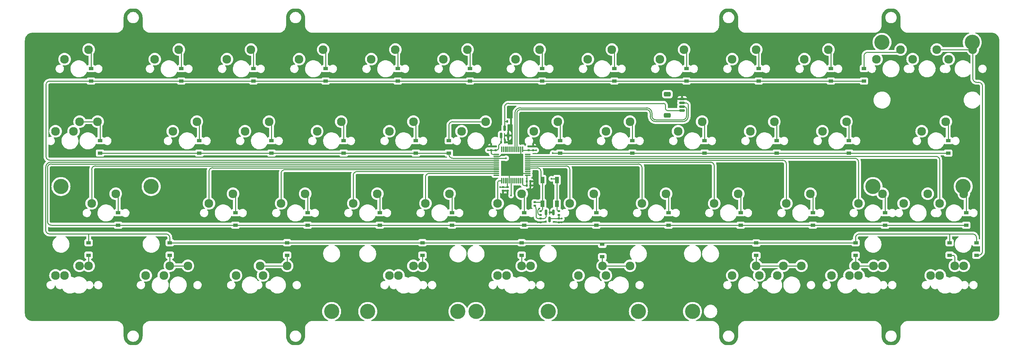
<source format=gbr>
%TF.GenerationSoftware,KiCad,Pcbnew,(6.99.0-5179-g411efe6f3d)*%
%TF.CreationDate,2023-01-30T17:50:43-08:00*%
%TF.ProjectId,pcb,7063622e-6b69-4636-9164-5f7063625858,rev?*%
%TF.SameCoordinates,Original*%
%TF.FileFunction,Copper,L2,Bot*%
%TF.FilePolarity,Positive*%
%FSLAX46Y46*%
G04 Gerber Fmt 4.6, Leading zero omitted, Abs format (unit mm)*
G04 Created by KiCad (PCBNEW (6.99.0-5179-g411efe6f3d)) date 2023-01-30 17:50:43*
%MOMM*%
%LPD*%
G01*
G04 APERTURE LIST*
G04 Aperture macros list*
%AMRoundRect*
0 Rectangle with rounded corners*
0 $1 Rounding radius*
0 $2 $3 $4 $5 $6 $7 $8 $9 X,Y pos of 4 corners*
0 Add a 4 corners polygon primitive as box body*
4,1,4,$2,$3,$4,$5,$6,$7,$8,$9,$2,$3,0*
0 Add four circle primitives for the rounded corners*
1,1,$1+$1,$2,$3*
1,1,$1+$1,$4,$5*
1,1,$1+$1,$6,$7*
1,1,$1+$1,$8,$9*
0 Add four rect primitives between the rounded corners*
20,1,$1+$1,$2,$3,$4,$5,0*
20,1,$1+$1,$4,$5,$6,$7,0*
20,1,$1+$1,$6,$7,$8,$9,0*
20,1,$1+$1,$8,$9,$2,$3,0*%
G04 Aperture macros list end*
%TA.AperFunction,ComponentPad*%
%ADD10C,2.300000*%
%TD*%
%TA.AperFunction,ComponentPad*%
%ADD11C,4.000000*%
%TD*%
%TA.AperFunction,SMDPad,CuDef*%
%ADD12R,1.200000X0.900000*%
%TD*%
%TA.AperFunction,SMDPad,CuDef*%
%ADD13RoundRect,0.140000X0.140000X0.170000X-0.140000X0.170000X-0.140000X-0.170000X0.140000X-0.170000X0*%
%TD*%
%TA.AperFunction,SMDPad,CuDef*%
%ADD14RoundRect,0.150000X0.150000X-0.587500X0.150000X0.587500X-0.150000X0.587500X-0.150000X-0.587500X0*%
%TD*%
%TA.AperFunction,SMDPad,CuDef*%
%ADD15RoundRect,0.140000X0.170000X-0.140000X0.170000X0.140000X-0.170000X0.140000X-0.170000X-0.140000X0*%
%TD*%
%TA.AperFunction,SMDPad,CuDef*%
%ADD16RoundRect,0.140000X-0.140000X-0.170000X0.140000X-0.170000X0.140000X0.170000X-0.140000X0.170000X0*%
%TD*%
%TA.AperFunction,SMDPad,CuDef*%
%ADD17RoundRect,0.140000X-0.170000X0.140000X-0.170000X-0.140000X0.170000X-0.140000X0.170000X0.140000X0*%
%TD*%
%TA.AperFunction,SMDPad,CuDef*%
%ADD18R,1.000000X1.700000*%
%TD*%
%TA.AperFunction,SMDPad,CuDef*%
%ADD19RoundRect,0.150000X0.625000X-0.150000X0.625000X0.150000X-0.625000X0.150000X-0.625000X-0.150000X0*%
%TD*%
%TA.AperFunction,SMDPad,CuDef*%
%ADD20RoundRect,0.250000X0.650000X-0.350000X0.650000X0.350000X-0.650000X0.350000X-0.650000X-0.350000X0*%
%TD*%
%TA.AperFunction,SMDPad,CuDef*%
%ADD21RoundRect,0.135000X-0.185000X0.135000X-0.185000X-0.135000X0.185000X-0.135000X0.185000X0.135000X0*%
%TD*%
%TA.AperFunction,SMDPad,CuDef*%
%ADD22RoundRect,0.150000X-0.150000X0.587500X-0.150000X-0.587500X0.150000X-0.587500X0.150000X0.587500X0*%
%TD*%
%TA.AperFunction,SMDPad,CuDef*%
%ADD23RoundRect,0.075000X0.075000X-0.662500X0.075000X0.662500X-0.075000X0.662500X-0.075000X-0.662500X0*%
%TD*%
%TA.AperFunction,SMDPad,CuDef*%
%ADD24RoundRect,0.075000X0.662500X-0.075000X0.662500X0.075000X-0.662500X0.075000X-0.662500X-0.075000X0*%
%TD*%
%TA.AperFunction,ViaPad*%
%ADD25C,0.500000*%
%TD*%
%TA.AperFunction,Conductor*%
%ADD26C,0.250000*%
%TD*%
G04 APERTURE END LIST*
D10*
%TO.P,SW10,1,1*%
%TO.N,c1*%
X-118824652Y42227600D03*
%TO.P,SW10,2,2*%
%TO.N,Net-(D7-A)*%
X-112474652Y44767600D03*
%TD*%
%TO.P,SW48,1,1*%
%TO.N,c10*%
X52625780Y42227600D03*
%TO.P,SW48,2,2*%
%TO.N,Net-(D39-A)*%
X58975780Y44767600D03*
%TD*%
%TO.P,SW49,1,1*%
%TO.N,c8*%
X26431964Y23177552D03*
%TO.P,SW49,2,2*%
%TO.N,Net-(D40-A)*%
X32781964Y25717552D03*
%TD*%
%TO.P,SW41,1,1*%
%TO.N,c9*%
X19288148Y80327696D03*
%TO.P,SW41,2,2*%
%TO.N,Net-(D34-A)*%
X25638148Y82867696D03*
%TD*%
%TO.P,SW25,1,1*%
%TO.N,c6*%
X-21272544Y23177552D03*
%TO.P,SW25,2,2*%
%TO.N,Net-(D27-A)*%
X-14922544Y25717552D03*
%TD*%
%TO.P,SW1,1,1*%
%TO.N,c0*%
X-154543492Y61277648D03*
%TO.P,SW1,2,2*%
%TO.N,Net-(D2-A)*%
X-148193492Y63817648D03*
%TD*%
%TO.P,SW57,1,1*%
%TO.N,c10*%
X71675828Y23177552D03*
%TO.P,SW57,2,2*%
%TO.N,Net-(D46-A)*%
X78025828Y25717552D03*
%TD*%
%TO.P,SW8,1,1*%
%TO.N,c1*%
X-133112188Y80327696D03*
%TO.P,SW8,2,2*%
%TO.N,Net-(D5-A)*%
X-126762188Y82867696D03*
%TD*%
%TO.P,SW60,1,1*%
%TO.N,c10*%
X74057084Y23177552D03*
%TO.P,SW60,2,2*%
%TO.N,Net-(D46-A)*%
X80407084Y25717552D03*
%TD*%
%TO.P,SW55,1,1*%
%TO.N,c9*%
X50244524Y23177552D03*
%TO.P,SW55,2,2*%
%TO.N,Net-(D44-A)*%
X56594524Y25717552D03*
%TD*%
%TO.P,SW59,1,1*%
%TO.N,c11*%
X74057084Y42227600D03*
%TO.P,SW59,2,2*%
%TO.N,Net-(D43-A)*%
X80407084Y44767600D03*
%TD*%
%TO.P,SW15,1,1*%
%TO.N,c2*%
X-99774604Y42227600D03*
%TO.P,SW15,2,2*%
%TO.N,Net-(D11-A)*%
X-93424604Y44767600D03*
%TD*%
%TO.P,SW36,1,1*%
%TO.N,c7*%
X-14049388Y61277648D03*
%TO.P,SW36,2,2*%
%TO.N,Net-(D29-A)*%
X-7699388Y63817648D03*
%TD*%
%TO.P,SW33,1,1*%
%TO.N,c6*%
X-23574412Y42227600D03*
%TO.P,SW33,2,2*%
%TO.N,Net-(D26-A)*%
X-17224412Y44767600D03*
%TD*%
%TO.P,SW6,1,1*%
%TO.N,c0*%
X-159306004Y23177552D03*
%TO.P,SW6,2,2*%
%TO.N,Net-(D4-A)*%
X-152956004Y25717552D03*
%TD*%
%TO.P,SW30,1,1*%
%TO.N,c5*%
X-40243204Y23177552D03*
%TO.P,SW30,2,2*%
%TO.N,Net-(D23-A)*%
X-33893204Y25717552D03*
%TD*%
%TO.P,SW31,1,1*%
%TO.N,c6*%
X-37861948Y80327696D03*
%TO.P,SW31,2,2*%
%TO.N,Net-(D24-A)*%
X-31511948Y82867696D03*
%TD*%
%TO.P,SW21,1,1*%
%TO.N,c3*%
X-71199532Y23177552D03*
%TO.P,SW21,2,2*%
%TO.N,Net-(D16-A)*%
X-64849532Y25717552D03*
%TD*%
%TO.P,SW7,1,1*%
%TO.N,c1*%
X-130730932Y23177552D03*
%TO.P,SW7,2,2*%
%TO.N,Net-(D8-A)*%
X-124380932Y25717552D03*
%TD*%
%TO.P,SW13,1,1*%
%TO.N,c2*%
X-114062140Y80327696D03*
%TO.P,SW13,2,2*%
%TO.N,Net-(D9-A)*%
X-107712140Y82867696D03*
%TD*%
%TO.P,SW5,1,1*%
%TO.N,c0*%
X-149780980Y42227600D03*
%TO.P,SW5,2,2*%
%TO.N,Net-(D3-A)*%
X-143430980Y44767600D03*
%TD*%
%TO.P,SW16,1,1*%
%TO.N,c2*%
X-111680884Y23177552D03*
%TO.P,SW16,2,2*%
%TO.N,Net-(D12-A)*%
X-105330884Y25717552D03*
%TD*%
%TO.P,SW24,1,1*%
%TO.N,c4*%
X-61674508Y42227600D03*
%TO.P,SW24,2,2*%
%TO.N,Net-(D19-A)*%
X-55324508Y44767600D03*
%TD*%
%TO.P,SW23,1,1*%
%TO.N,c4*%
X-71199532Y61277648D03*
%TO.P,SW23,2,2*%
%TO.N,Net-(D18-A)*%
X-64849532Y63817648D03*
%TD*%
%TO.P,SW46,1,1*%
%TO.N,c10*%
X38338244Y80327696D03*
%TO.P,SW46,2,2*%
%TO.N,Net-(D37-A)*%
X44688244Y82867696D03*
%TD*%
D11*
%TO.P,S2,*%
%TO.N,*%
X-134064730Y46672600D03*
X-157877230Y46672600D03*
%TD*%
D10*
%TO.P,SW26,1,1*%
%TO.N,c5*%
X-56911996Y80327696D03*
%TO.P,SW26,2,2*%
%TO.N,Net-(D20-A)*%
X-50561996Y82867696D03*
%TD*%
D11*
%TO.P,S8,*%
%TO.N,*%
X-5476906Y13652552D03*
X-29289406Y13652552D03*
%TD*%
D10*
%TO.P,SW29,1,1*%
%TO.N,c6*%
X-14049388Y23177552D03*
%TO.P,SW29,2,2*%
%TO.N,Net-(D27-A)*%
X-7699388Y25717552D03*
%TD*%
%TO.P,SW43,1,1*%
%TO.N,c9*%
X33575732Y42227600D03*
%TO.P,SW43,2,2*%
%TO.N,Net-(D36-A)*%
X39925732Y44767600D03*
%TD*%
%TO.P,SW37,1,1*%
%TO.N,c7*%
X-4524364Y42227600D03*
%TO.P,SW37,2,2*%
%TO.N,Net-(D30-A)*%
X1825636Y44767600D03*
%TD*%
%TO.P,SW50,1,1*%
%TO.N,c9*%
X45482012Y23177552D03*
%TO.P,SW50,2,2*%
%TO.N,Net-(D44-A)*%
X51832012Y25717552D03*
%TD*%
%TO.P,SW2,1,1*%
%TO.N,c0*%
X-156924748Y23177552D03*
%TO.P,SW2,2,2*%
%TO.N,Net-(D4-A)*%
X-150574748Y25717552D03*
%TD*%
%TO.P,SW56,1,1*%
%TO.N,c11*%
X66913316Y80327696D03*
%TO.P,SW56,2,2*%
%TO.N,Net-(D45-A)*%
X73263316Y82867696D03*
%TD*%
%TO.P,SW47,1,1*%
%TO.N,c10*%
X43100756Y61277648D03*
%TO.P,SW47,2,2*%
%TO.N,Net-(D38-A)*%
X49450756Y63817648D03*
%TD*%
%TO.P,SW35,1,1*%
%TO.N,c7*%
X-18811900Y80327696D03*
%TO.P,SW35,2,2*%
%TO.N,Net-(D28-A)*%
X-12461900Y82867696D03*
%TD*%
D11*
%TO.P,S4,*%
%TO.N,*%
X-76914526Y13652552D03*
X-53102026Y13652552D03*
%TD*%
D10*
%TO.P,SW42,1,1*%
%TO.N,c9*%
X24050708Y61277648D03*
%TO.P,SW42,2,2*%
%TO.N,Net-(D35-A)*%
X30400708Y63817648D03*
%TD*%
%TO.P,SW32,1,1*%
%TO.N,c6*%
X-33099436Y61277648D03*
%TO.P,SW32,2,2*%
%TO.N,Net-(D25-A)*%
X-26749436Y63817648D03*
%TD*%
%TO.P,SW19,1,1*%
%TO.N,c3*%
X-90249580Y61277648D03*
%TO.P,SW19,2,2*%
%TO.N,Net-(D14-A)*%
X-83899580Y63817648D03*
%TD*%
%TO.P,SW4,1,1*%
%TO.N,c0*%
X-159305992Y61277648D03*
%TO.P,SW4,2,2*%
%TO.N,Net-(D2-A)*%
X-152955992Y63817648D03*
%TD*%
%TO.P,SW40,1,1*%
%TO.N,c8*%
X14525684Y42227600D03*
%TO.P,SW40,2,2*%
%TO.N,Net-(D33-A)*%
X20875684Y44767600D03*
%TD*%
%TO.P,SW9,1,1*%
%TO.N,c1*%
X-128349676Y61277648D03*
%TO.P,SW9,2,2*%
%TO.N,Net-(D6-A)*%
X-121999676Y63817648D03*
%TD*%
%TO.P,SW52,1,1*%
%TO.N,c11*%
X57388292Y80327696D03*
%TO.P,SW52,2,2*%
%TO.N,Net-(D41-A)*%
X63738292Y82867696D03*
%TD*%
D11*
%TO.P,S7,*%
%TO.N,*%
X-29289388Y13652552D03*
X8810612Y13652552D03*
%TD*%
D10*
%TO.P,SW12,1,1*%
%TO.N,c2*%
X-104537116Y23177552D03*
%TO.P,SW12,2,2*%
%TO.N,Net-(D12-A)*%
X-98187116Y25717552D03*
%TD*%
%TO.P,SW61,1,1*%
%TO.N,c11*%
X64532060Y42227600D03*
%TO.P,SW61,2,2*%
%TO.N,Net-(D43-A)*%
X70882060Y44767600D03*
%TD*%
%TO.P,SW51,1,1*%
%TO.N,c9*%
X52625780Y23177552D03*
%TO.P,SW51,2,2*%
%TO.N,Net-(D44-A)*%
X58975780Y25717552D03*
%TD*%
%TO.P,SW34,1,1*%
%TO.N,c5*%
X-42624460Y23177552D03*
%TO.P,SW34,2,2*%
%TO.N,Net-(D23-A)*%
X-36274460Y25717552D03*
%TD*%
%TO.P,SW39,1,1*%
%TO.N,c8*%
X5000660Y61277648D03*
%TO.P,SW39,2,2*%
%TO.N,Net-(D32-A)*%
X11350660Y63817648D03*
%TD*%
%TO.P,SW53,1,1*%
%TO.N,c11*%
X69294572Y61277648D03*
%TO.P,SW53,2,2*%
%TO.N,Net-(D42-A)*%
X75644572Y63817648D03*
%TD*%
%TO.P,SW27,1,1*%
%TO.N,c5*%
X-52149484Y61277648D03*
%TO.P,SW27,2,2*%
%TO.N,Net-(D21-A)*%
X-45799484Y63817648D03*
%TD*%
D11*
%TO.P,S1,*%
%TO.N,*%
X58817066Y84772696D03*
X82629566Y84772696D03*
%TD*%
D10*
%TO.P,SW22,1,1*%
%TO.N,c4*%
X-75962044Y80327696D03*
%TO.P,SW22,2,2*%
%TO.N,Net-(D17-A)*%
X-69612044Y82867696D03*
%TD*%
%TO.P,SW20,1,1*%
%TO.N,c3*%
X-80724556Y42227600D03*
%TO.P,SW20,2,2*%
%TO.N,Net-(D15-A)*%
X-74374556Y44767600D03*
%TD*%
%TO.P,SW45,1,1*%
%TO.N,c8*%
X31194476Y23177552D03*
%TO.P,SW45,2,2*%
%TO.N,Net-(D40-A)*%
X37544476Y25717552D03*
%TD*%
%TO.P,SW38,1,1*%
%TO.N,c8*%
X238148Y80327696D03*
%TO.P,SW38,2,2*%
%TO.N,Net-(D31-A)*%
X6588148Y82867696D03*
%TD*%
%TO.P,SW44,1,1*%
%TO.N,c8*%
X19288196Y23177552D03*
%TO.P,SW44,2,2*%
%TO.N,Net-(D40-A)*%
X25638196Y25717552D03*
%TD*%
%TO.P,SW28,1,1*%
%TO.N,c5*%
X-42624460Y42227600D03*
%TO.P,SW28,2,2*%
%TO.N,Net-(D22-A)*%
X-36274460Y44767600D03*
%TD*%
%TO.P,SW17,1,1*%
%TO.N,c3*%
X-68818276Y23177552D03*
%TO.P,SW17,2,2*%
%TO.N,Net-(D16-A)*%
X-62468276Y25717552D03*
%TD*%
%TO.P,SW18,1,1*%
%TO.N,c3*%
X-95012092Y80327696D03*
%TO.P,SW18,2,2*%
%TO.N,Net-(D13-A)*%
X-88662092Y82867696D03*
%TD*%
%TO.P,SW14,1,1*%
%TO.N,c2*%
X-109299628Y61277648D03*
%TO.P,SW14,2,2*%
%TO.N,Net-(D10-A)*%
X-102949628Y63817648D03*
%TD*%
D11*
%TO.P,S9,*%
%TO.N,*%
X80248310Y46672600D03*
X56435810Y46672600D03*
%TD*%
D10*
%TO.P,SW3,1,1*%
%TO.N,c0*%
X-156924748Y80327696D03*
%TO.P,SW3,2,2*%
%TO.N,Net-(D1-A)*%
X-150574748Y82867696D03*
%TD*%
D11*
%TO.P,S3,*%
%TO.N,*%
X-86439532Y13652552D03*
X-48339532Y13652552D03*
%TD*%
D10*
%TO.P,SW11,1,1*%
%TO.N,c1*%
X-135493444Y23177552D03*
%TO.P,SW11,2,2*%
%TO.N,Net-(D8-A)*%
X-129143444Y25717552D03*
%TD*%
%TO.P,SW58,1,1*%
%TO.N,c11*%
X76438340Y80327696D03*
%TO.P,SW58,2,2*%
%TO.N,Net-(D45-A)*%
X82788340Y82867696D03*
%TD*%
D12*
%TO.P,D33,1,K*%
%TO.N,r2*%
X21510691Y36450095D03*
%TO.P,D33,2,A*%
%TO.N,Net-(D33-A)*%
X21510691Y39750095D03*
%TD*%
D13*
%TO.P,C12,1*%
%TO.N,GND*%
X-40715716Y58340772D03*
%TO.P,C12,2*%
%TO.N,+3V3*%
X-41675716Y58340772D03*
%TD*%
D12*
%TO.P,D13,1,K*%
%TO.N,r0*%
X-88027083Y74550191D03*
%TO.P,D13,2,A*%
%TO.N,Net-(D13-A)*%
X-88027083Y77850191D03*
%TD*%
%TO.P,D3,1,K*%
%TO.N,r2*%
X-142795971Y36450095D03*
%TO.P,D3,2,A*%
%TO.N,Net-(D3-A)*%
X-142795971Y39750095D03*
%TD*%
%TO.P,D44,1,K*%
%TO.N,r3*%
X51832011Y31812695D03*
%TO.P,D44,2,A*%
%TO.N,Net-(D44-A)*%
X51832011Y28512695D03*
%TD*%
%TO.P,D22,1,K*%
%TO.N,r2*%
X-35639451Y36450095D03*
%TO.P,D22,2,A*%
%TO.N,Net-(D22-A)*%
X-35639451Y39750095D03*
%TD*%
D14*
%TO.P,U2,1,GND*%
%TO.N,GND*%
X-39848840Y60181404D03*
%TO.P,U2,2,VO*%
%TO.N,+3V3*%
X-41748840Y60181404D03*
%TO.P,U2,3,VI*%
%TO.N,+5V*%
X-40798840Y62056404D03*
%TD*%
D12*
%TO.P,D1,1,K*%
%TO.N,r0*%
X-149939739Y74550191D03*
%TO.P,D1,2,A*%
%TO.N,Net-(D1-A)*%
X-149939739Y77850191D03*
%TD*%
%TO.P,D4,1,K*%
%TO.N,r3*%
X-150574747Y31812575D03*
%TO.P,D4,2,A*%
%TO.N,Net-(D4-A)*%
X-150574747Y28512575D03*
%TD*%
D15*
%TO.P,C10,1*%
%TO.N,+3V3*%
X-33258196Y56273268D03*
%TO.P,C10,2*%
%TO.N,GND*%
X-33258196Y57233268D03*
%TD*%
D16*
%TO.P,C1,1*%
%TO.N,+3V3*%
X-34928824Y48021996D03*
%TO.P,C1,2*%
%TO.N,GND*%
X-33968824Y48021996D03*
%TD*%
D12*
%TO.P,D29,1,K*%
%TO.N,r1*%
X-7064379Y55500143D03*
%TO.P,D29,2,A*%
%TO.N,Net-(D29-A)*%
X-7064379Y58800143D03*
%TD*%
%TO.P,D34,1,K*%
%TO.N,r0*%
X26273203Y74550191D03*
%TO.P,D34,2,A*%
%TO.N,Net-(D34-A)*%
X26273203Y77850191D03*
%TD*%
D17*
%TO.P,C4,1*%
%TO.N,+3V3*%
X-40005088Y46517616D03*
%TO.P,C4,2*%
%TO.N,GND*%
X-40005088Y45557616D03*
%TD*%
D12*
%TO.P,D25,1,K*%
%TO.N,r1*%
X-26114427Y55500143D03*
%TO.P,D25,2,A*%
%TO.N,Net-(D25-A)*%
X-26114427Y58800143D03*
%TD*%
D15*
%TO.P,C11,1*%
%TO.N,+3V3*%
X-34448824Y56273268D03*
%TO.P,C11,2*%
%TO.N,GND*%
X-34448824Y57233268D03*
%TD*%
D12*
%TO.P,D10,1,K*%
%TO.N,r1*%
X-102314619Y55500143D03*
%TO.P,D10,2,A*%
%TO.N,Net-(D10-A)*%
X-102314619Y58800143D03*
%TD*%
D16*
%TO.P,C2,1*%
%TO.N,+3V3*%
X-34928824Y46914492D03*
%TO.P,C2,2*%
%TO.N,GND*%
X-33968824Y46914492D03*
%TD*%
D12*
%TO.P,D46,1,K*%
%TO.N,r3*%
X76676455Y31812575D03*
%TO.P,D46,2,A*%
%TO.N,Net-(D46-A)*%
X76676455Y28512575D03*
%TD*%
D18*
%TO.P,SW54,1,1*%
%TO.N,BOOT0*%
X-30792559Y48393863D03*
X-30792559Y42093863D03*
%TO.P,SW54,2,2*%
%TO.N,+3V3*%
X-26992559Y42093863D03*
X-26992559Y48393863D03*
%TD*%
D12*
%TO.P,D12,1,K*%
%TO.N,r3*%
X-98187115Y31812575D03*
%TO.P,D12,2,A*%
%TO.N,Net-(D12-A)*%
X-98187115Y28512575D03*
%TD*%
D17*
%TO.P,C5,1*%
%TO.N,+3V3*%
X-41195716Y46517616D03*
%TO.P,C5,2*%
%TO.N,GND*%
X-41195716Y45557616D03*
%TD*%
D12*
%TO.P,D20,1,K*%
%TO.N,r0*%
X-49926987Y74550191D03*
%TO.P,D20,2,A*%
%TO.N,Net-(D20-A)*%
X-49926987Y77850191D03*
%TD*%
%TO.P,D35,1,K*%
%TO.N,r1*%
X31035715Y55500143D03*
%TO.P,D35,2,A*%
%TO.N,Net-(D35-A)*%
X31035715Y58800143D03*
%TD*%
D17*
%TO.P,C3,1*%
%TO.N,BOOT0*%
X-32861320Y42548856D03*
%TO.P,C3,2*%
%TO.N,Net-(Q1-G)*%
X-32861320Y41588856D03*
%TD*%
D13*
%TO.P,C9,1*%
%TO.N,GND*%
X-39128212Y63897036D03*
%TO.P,C9,2*%
%TO.N,+5V*%
X-40088212Y63897036D03*
%TD*%
D12*
%TO.P,D37,1,K*%
%TO.N,r0*%
X45323251Y74550191D03*
%TO.P,D37,2,A*%
%TO.N,Net-(D37-A)*%
X45323251Y77850191D03*
%TD*%
%TO.P,D27,1,K*%
%TO.N,r3*%
X-15002247Y31415699D03*
%TO.P,D27,2,A*%
%TO.N,Net-(D27-A)*%
X-15002247Y28115699D03*
%TD*%
%TO.P,D18,1,K*%
%TO.N,r1*%
X-64214523Y55500143D03*
%TO.P,D18,2,A*%
%TO.N,Net-(D18-A)*%
X-64214523Y58800143D03*
%TD*%
%TO.P,D38,1,K*%
%TO.N,r1*%
X50085763Y55500143D03*
%TO.P,D38,2,A*%
%TO.N,Net-(D38-A)*%
X50085763Y58800143D03*
%TD*%
D19*
%TO.P,J1,1,Pin_1*%
%TO.N,+5V*%
X6048148Y66762672D03*
%TO.P,J1,2,Pin_2*%
%TO.N,D-*%
X6048148Y67762672D03*
%TO.P,J1,3,Pin_3*%
%TO.N,D+*%
X6048148Y68762672D03*
%TO.P,J1,4,Pin_4*%
%TO.N,GND*%
X6048148Y69762672D03*
D20*
%TO.P,J1,MP*%
%TO.N,N/C*%
X2173148Y71062672D03*
X2173148Y65462672D03*
%TD*%
D12*
%TO.P,D14,1,K*%
%TO.N,r1*%
X-83264571Y55500143D03*
%TO.P,D14,2,A*%
%TO.N,Net-(D14-A)*%
X-83264571Y58800143D03*
%TD*%
D21*
%TO.P,R3,1*%
%TO.N,+3V3*%
X-26511304Y40197600D03*
%TO.P,R3,2*%
%TO.N,NRST*%
X-26511304Y39177600D03*
%TD*%
%TO.P,R2,1*%
%TO.N,Net-(Q1-G)*%
X-31273816Y38213220D03*
%TO.P,R2,2*%
%TO.N,GND*%
X-31273816Y37193220D03*
%TD*%
D12*
%TO.P,D11,1,K*%
%TO.N,r2*%
X-92789595Y36450095D03*
%TO.P,D11,2,A*%
%TO.N,Net-(D11-A)*%
X-92789595Y39750095D03*
%TD*%
D22*
%TO.P,Q1,1,G*%
%TO.N,Net-(Q1-G)*%
X-29842560Y39831348D03*
%TO.P,Q1,2,S*%
%TO.N,GND*%
X-27942560Y39831348D03*
%TO.P,Q1,3,D*%
%TO.N,NRST*%
X-28892560Y37956348D03*
%TD*%
D12*
%TO.P,D23,1,K*%
%TO.N,r3*%
X-36274459Y31812575D03*
%TO.P,D23,2,A*%
%TO.N,Net-(D23-A)*%
X-36274459Y28512575D03*
%TD*%
%TO.P,D19,1,K*%
%TO.N,r2*%
X-54689499Y36450095D03*
%TO.P,D19,2,A*%
%TO.N,Net-(D19-A)*%
X-54689499Y39750095D03*
%TD*%
%TO.P,D31,1,K*%
%TO.N,r0*%
X7223155Y74550191D03*
%TO.P,D31,2,A*%
%TO.N,Net-(D31-A)*%
X7223155Y77850191D03*
%TD*%
%TO.P,D40,1,K*%
%TO.N,r3*%
X25638195Y31750079D03*
%TO.P,D40,2,A*%
%TO.N,Net-(D40-A)*%
X25638195Y28450079D03*
%TD*%
%TO.P,D8,1,K*%
%TO.N,r3*%
X-129143443Y31812575D03*
%TO.P,D8,2,A*%
%TO.N,Net-(D8-A)*%
X-129143443Y28512575D03*
%TD*%
%TO.P,D41,1,K*%
%TO.N,r0*%
X54054523Y74550191D03*
%TO.P,D41,2,A*%
%TO.N,Net-(D41-A)*%
X54054523Y77850191D03*
%TD*%
%TO.P,D30,1,K*%
%TO.N,r2*%
X2460643Y36450095D03*
%TO.P,D30,2,A*%
%TO.N,Net-(D30-A)*%
X2460643Y39750095D03*
%TD*%
%TO.P,D32,1,K*%
%TO.N,r1*%
X11985667Y55500143D03*
%TO.P,D32,2,A*%
%TO.N,Net-(D32-A)*%
X11985667Y58800143D03*
%TD*%
%TO.P,D2,1,K*%
%TO.N,r1*%
X-147558483Y55500143D03*
%TO.P,D2,2,A*%
%TO.N,Net-(D2-A)*%
X-147558483Y58800143D03*
%TD*%
%TO.P,D6,1,K*%
%TO.N,r1*%
X-121364667Y55500143D03*
%TO.P,D6,2,A*%
%TO.N,Net-(D6-A)*%
X-121364667Y58800143D03*
%TD*%
D15*
%TO.P,C7,1*%
%TO.N,+3V3*%
X-43180096Y56273268D03*
%TO.P,C7,2*%
%TO.N,GND*%
X-43180096Y57233268D03*
%TD*%
D12*
%TO.P,D42,1,K*%
%TO.N,r1*%
X76279579Y55500143D03*
%TO.P,D42,2,A*%
%TO.N,Net-(D42-A)*%
X76279579Y58800143D03*
%TD*%
D15*
%TO.P,C8,1*%
%TO.N,+3V3*%
X-44370724Y56273268D03*
%TO.P,C8,2*%
%TO.N,GND*%
X-44370724Y57233268D03*
%TD*%
D21*
%TO.P,R1,1*%
%TO.N,BOOT0*%
X-31273816Y40197600D03*
%TO.P,R1,2*%
%TO.N,GND*%
X-31273816Y39177600D03*
%TD*%
D12*
%TO.P,D39,1,K*%
%TO.N,r2*%
X59610787Y36450095D03*
%TO.P,D39,2,A*%
%TO.N,Net-(D39-A)*%
X59610787Y39750095D03*
%TD*%
%TO.P,D43,1,K*%
%TO.N,r2*%
X81042091Y36450095D03*
%TO.P,D43,2,A*%
%TO.N,Net-(D43-A)*%
X81042091Y39750095D03*
%TD*%
%TO.P,D24,1,K*%
%TO.N,r0*%
X-30876939Y74550191D03*
%TO.P,D24,2,A*%
%TO.N,Net-(D24-A)*%
X-30876939Y77850191D03*
%TD*%
%TO.P,D7,1,K*%
%TO.N,r2*%
X-111839643Y36450095D03*
%TO.P,D7,2,A*%
%TO.N,Net-(D7-A)*%
X-111839643Y39750095D03*
%TD*%
%TO.P,D15,1,K*%
%TO.N,r2*%
X-73739547Y36450095D03*
%TO.P,D15,2,A*%
%TO.N,Net-(D15-A)*%
X-73739547Y39750095D03*
%TD*%
%TO.P,D28,1,K*%
%TO.N,r0*%
X-11826891Y74550191D03*
%TO.P,D28,2,A*%
%TO.N,Net-(D28-A)*%
X-11826891Y77850191D03*
%TD*%
D17*
%TO.P,C6,1*%
%TO.N,NRST*%
X-26511304Y38183220D03*
%TO.P,C6,2*%
%TO.N,GND*%
X-26511304Y37223220D03*
%TD*%
D12*
%TO.P,D17,1,K*%
%TO.N,r0*%
X-68977035Y74550191D03*
%TO.P,D17,2,A*%
%TO.N,Net-(D17-A)*%
X-68977035Y77850191D03*
%TD*%
%TO.P,D45,1,K*%
%TO.N,r3*%
X83740835Y31812575D03*
%TO.P,D45,2,A*%
%TO.N,Net-(D45-A)*%
X83740835Y28512575D03*
%TD*%
D23*
%TO.P,U1,1,VBAT*%
%TO.N,+3V3*%
X-36064460Y48225132D03*
%TO.P,U1,2,PC13*%
%TO.N,unconnected-(U1-PC13)*%
X-36564460Y48225132D03*
%TO.P,U1,3,PC14*%
%TO.N,unconnected-(U1-PC14)*%
X-37064460Y48225132D03*
%TO.P,U1,4,PC15*%
%TO.N,unconnected-(U1-PC15)*%
X-37564460Y48225132D03*
%TO.P,U1,5,PF0*%
%TO.N,unconnected-(U1-PF0)*%
X-38064460Y48225132D03*
%TO.P,U1,6,PF1*%
%TO.N,unconnected-(U1-PF1)*%
X-38564460Y48225132D03*
%TO.P,U1,7,NRST*%
%TO.N,NRST*%
X-39064460Y48225132D03*
%TO.P,U1,8,VSSA*%
%TO.N,GND*%
X-39564460Y48225132D03*
%TO.P,U1,9,VDDA*%
%TO.N,+3V3*%
X-40064460Y48225132D03*
%TO.P,U1,10,PA0*%
%TO.N,unconnected-(U1-PA0)*%
X-40564460Y48225132D03*
%TO.P,U1,11,PA1*%
%TO.N,unconnected-(U1-PA1)*%
X-41064460Y48225132D03*
%TO.P,U1,12,PA2*%
%TO.N,c5*%
X-41564460Y48225132D03*
D24*
%TO.P,U1,13,PA3*%
%TO.N,unconnected-(U1-PA3)*%
X-42976960Y49637632D03*
%TO.P,U1,14,PA4*%
%TO.N,c4*%
X-42976960Y50137632D03*
%TO.P,U1,15,PA5*%
%TO.N,c3*%
X-42976960Y50637632D03*
%TO.P,U1,16,PA6*%
%TO.N,c2*%
X-42976960Y51137632D03*
%TO.P,U1,17,PA7*%
%TO.N,c1*%
X-42976960Y51637632D03*
%TO.P,U1,18,PB0*%
%TO.N,c0*%
X-42976960Y52137632D03*
%TO.P,U1,19,PB1*%
%TO.N,r2*%
X-42976960Y52637632D03*
%TO.P,U1,20,PB2*%
%TO.N,r3*%
X-42976960Y53137632D03*
%TO.P,U1,21,PB10*%
%TO.N,r0*%
X-42976960Y53637632D03*
%TO.P,U1,22,PB11*%
%TO.N,r1*%
X-42976960Y54137632D03*
%TO.P,U1,23,VSS*%
%TO.N,GND*%
X-42976960Y54637632D03*
%TO.P,U1,24,VDD*%
%TO.N,+3V3*%
X-42976960Y55137632D03*
D23*
%TO.P,U1,25,PB12*%
%TO.N,unconnected-(U1-PB12)*%
X-41564460Y56550132D03*
%TO.P,U1,26,PB13*%
%TO.N,unconnected-(U1-PB13)*%
X-41064460Y56550132D03*
%TO.P,U1,27,PB14*%
%TO.N,unconnected-(U1-PB14)*%
X-40564460Y56550132D03*
%TO.P,U1,28,PB15*%
%TO.N,unconnected-(U1-PB15)*%
X-40064460Y56550132D03*
%TO.P,U1,29,PA8*%
%TO.N,unconnected-(U1-PA8)*%
X-39564460Y56550132D03*
%TO.P,U1,30,PA9*%
%TO.N,unconnected-(U1-PA9)*%
X-39064460Y56550132D03*
%TO.P,U1,31,PA10*%
%TO.N,unconnected-(U1-PA10)*%
X-38564460Y56550132D03*
%TO.P,U1,32,PA11*%
%TO.N,D-*%
X-38064460Y56550132D03*
%TO.P,U1,33,PA12*%
%TO.N,D+*%
X-37564460Y56550132D03*
%TO.P,U1,34,PA13*%
%TO.N,unconnected-(U1-PA13)*%
X-37064460Y56550132D03*
%TO.P,U1,35,VSS*%
%TO.N,GND*%
X-36564460Y56550132D03*
%TO.P,U1,36,VDDIO2*%
%TO.N,+3V3*%
X-36064460Y56550132D03*
D24*
%TO.P,U1,37,PA14*%
%TO.N,unconnected-(U1-PA14)*%
X-34651960Y55137632D03*
%TO.P,U1,38,PA15*%
%TO.N,c11*%
X-34651960Y54637632D03*
%TO.P,U1,39,PB3*%
%TO.N,c10*%
X-34651960Y54137632D03*
%TO.P,U1,40,PB4*%
%TO.N,c9*%
X-34651960Y53637632D03*
%TO.P,U1,41,PB5*%
%TO.N,c8*%
X-34651960Y53137632D03*
%TO.P,U1,42,PB6*%
%TO.N,c7*%
X-34651960Y52637632D03*
%TO.P,U1,43,PB7*%
%TO.N,c6*%
X-34651960Y52137632D03*
%TO.P,U1,44,BOOT0*%
%TO.N,BOOT0*%
X-34651960Y51637632D03*
%TO.P,U1,45,PB8*%
%TO.N,unconnected-(U1-PB8)*%
X-34651960Y51137632D03*
%TO.P,U1,46,PB9*%
%TO.N,unconnected-(U1-PB9)*%
X-34651960Y50637632D03*
%TO.P,U1,47,VSS*%
%TO.N,GND*%
X-34651960Y50137632D03*
%TO.P,U1,48,VDD*%
%TO.N,+3V3*%
X-34651960Y49637632D03*
%TD*%
D12*
%TO.P,D21,1,K*%
%TO.N,r1*%
X-55483251Y55500143D03*
%TO.P,D21,2,A*%
%TO.N,Net-(D21-A)*%
X-55483251Y58800143D03*
%TD*%
%TO.P,D5,1,K*%
%TO.N,r0*%
X-126127179Y74550191D03*
%TO.P,D5,2,A*%
%TO.N,Net-(D5-A)*%
X-126127179Y77850191D03*
%TD*%
%TO.P,D36,1,K*%
%TO.N,r2*%
X40560739Y36450095D03*
%TO.P,D36,2,A*%
%TO.N,Net-(D36-A)*%
X40560739Y39750095D03*
%TD*%
%TO.P,D16,1,K*%
%TO.N,r3*%
X-62468275Y31812695D03*
%TO.P,D16,2,A*%
%TO.N,Net-(D16-A)*%
X-62468275Y28512695D03*
%TD*%
%TO.P,D26,1,K*%
%TO.N,r2*%
X-16589403Y36450095D03*
%TO.P,D26,2,A*%
%TO.N,Net-(D26-A)*%
X-16589403Y39750095D03*
%TD*%
%TO.P,D9,1,K*%
%TO.N,r0*%
X-107077131Y74550191D03*
%TO.P,D9,2,A*%
%TO.N,Net-(D9-A)*%
X-107077131Y77850191D03*
%TD*%
D25*
%TO.N,+3V3*%
X-34928824Y48732624D03*
X-32464444Y56273268D03*
X-28412560Y48732624D03*
X-45164476Y56273268D03*
X-41989468Y46517616D03*
%TO.N,GND*%
X-31670692Y40878228D03*
X-40005088Y58340772D03*
X-45164476Y57233268D03*
X-39848840Y61515780D03*
X-38814748Y53181446D03*
X-38020998Y51593946D03*
X-28892560Y39831348D03*
X-39608498Y51593946D03*
X-38020998Y53181446D03*
X-32464444Y57233268D03*
X-41195716Y44846988D03*
X-32067568Y37193220D03*
X7620032Y69762672D03*
X-25717552Y37223220D03*
X-33258196Y46914492D03*
X-33258196Y48021996D03*
X-39608498Y53181446D03*
X-40005088Y44846988D03*
X-39608498Y52387696D03*
X-38814748Y51593946D03*
X-38814748Y52387696D03*
X-39128212Y64690788D03*
X-38020998Y52387696D03*
%TO.N,NRST*%
X-25717552Y38183220D03*
X-39064460Y44303236D03*
%TO.N,r1*%
X-40401964Y54130279D03*
X-28098808Y55500144D03*
%TD*%
D26*
%TO.N,Net-(D1-A)*%
X-149939740Y77850192D02*
X-149939740Y82232688D01*
X-149939740Y82232688D02*
X-150574748Y82867696D01*
%TO.N,Net-(D2-A)*%
X-147558484Y63182640D02*
X-148193492Y63817648D01*
X-147558484Y58800144D02*
X-147558484Y63182640D01*
X-152955992Y63817648D02*
X-148193492Y63817648D01*
%TO.N,Net-(D3-A)*%
X-142795972Y39750096D02*
X-142795972Y44132592D01*
X-142795972Y44132592D02*
X-143430980Y44767600D01*
%TO.N,Net-(D4-A)*%
X-150574748Y25717552D02*
X-150416004Y25717552D01*
X-150574748Y25717552D02*
X-150019128Y25717552D01*
X-150574748Y25717552D02*
X-150574748Y28512576D01*
X-150416004Y25717552D02*
X-149939740Y26193816D01*
X-150574748Y25717552D02*
X-152956004Y25717552D01*
%TO.N,Net-(D5-A)*%
X-126127180Y77850192D02*
X-126127180Y82232688D01*
X-126127180Y82232688D02*
X-126762188Y82867696D01*
%TO.N,Net-(D6-A)*%
X-121364668Y63182640D02*
X-121999676Y63817648D01*
X-121364668Y58800144D02*
X-121364668Y63182640D01*
%TO.N,Net-(D7-A)*%
X-111839644Y39750096D02*
X-111839644Y44132592D01*
X-111839644Y44132592D02*
X-112474652Y44767600D01*
%TO.N,Net-(D8-A)*%
X-129143444Y25717552D02*
X-124380932Y25717552D01*
X-123745924Y26352560D02*
X-124380932Y25717552D01*
X-129143444Y25717552D02*
X-129143444Y28512576D01*
%TO.N,Net-(D9-A)*%
X-107077132Y77850192D02*
X-107077132Y82232688D01*
X-107077132Y82232688D02*
X-107712140Y82867696D01*
%TO.N,Net-(D10-A)*%
X-102314620Y63182640D02*
X-102949628Y63817648D01*
X-102314620Y58800144D02*
X-102314620Y63182640D01*
%TO.N,Net-(D11-A)*%
X-92789596Y39750096D02*
X-92789596Y44132592D01*
X-92789596Y44132592D02*
X-93424604Y44767600D01*
%TO.N,Net-(D12-A)*%
X-98187116Y28512576D02*
X-98187116Y25717552D01*
X-105330884Y25717552D02*
X-98187116Y25717552D01*
X-97552108Y26352560D02*
X-98187116Y25717552D01*
%TO.N,Net-(D13-A)*%
X-88027084Y77850192D02*
X-88027084Y82232688D01*
X-88027084Y82232688D02*
X-88662092Y82867696D01*
%TO.N,Net-(D14-A)*%
X-83264572Y58800144D02*
X-83264572Y63182640D01*
X-83264572Y63182640D02*
X-83899580Y63817648D01*
%TO.N,Net-(D15-A)*%
X-73739548Y39750096D02*
X-73739548Y44132592D01*
X-73739548Y44132592D02*
X-74374556Y44767600D01*
%TO.N,Net-(D16-A)*%
X-62468276Y25717552D02*
X-62468276Y28512696D01*
X-62071400Y25717552D02*
X-64849532Y25717552D01*
X-62468276Y28353724D02*
X-62627248Y28512696D01*
X-62468132Y25717696D02*
X-62468276Y25717552D01*
%TO.N,Net-(D17-A)*%
X-68977036Y77850192D02*
X-68977036Y82232688D01*
X-68977036Y82232688D02*
X-69612044Y82867696D01*
%TO.N,Net-(D18-A)*%
X-64214524Y63182640D02*
X-64849532Y63817648D01*
X-64214524Y58800144D02*
X-64214524Y63182640D01*
%TO.N,Net-(D19-A)*%
X-54689500Y44132592D02*
X-55324508Y44767600D01*
X-54689500Y39750096D02*
X-54689500Y44132592D01*
%TO.N,Net-(D20-A)*%
X-49926988Y82232688D02*
X-50561996Y82867696D01*
X-49926988Y77850192D02*
X-49926988Y82232688D01*
%TO.N,Net-(D21-A)*%
X-55483252Y62817648D02*
X-55483252Y58800144D01*
X-45799484Y63817648D02*
X-54483252Y63817648D01*
X-54483252Y63817648D02*
G75*
G03*
X-55483252Y62817648I-1J-999999D01*
G01*
%TO.N,Net-(D22-A)*%
X-35639452Y39750096D02*
X-35639452Y44132592D01*
X-35639452Y44132592D02*
X-36274460Y44767600D01*
%TO.N,Net-(D24-A)*%
X-30876940Y77850192D02*
X-30876940Y82232688D01*
X-30876940Y82232688D02*
X-31511948Y82867696D01*
%TO.N,Net-(D25-A)*%
X-26114428Y63182640D02*
X-26749436Y63817648D01*
X-26114428Y58800144D02*
X-26114428Y63182640D01*
%TO.N,Net-(D26-A)*%
X-16589404Y39750096D02*
X-16589404Y44132592D01*
X-16589404Y44132592D02*
X-17224412Y44767600D01*
%TO.N,Net-(D28-A)*%
X-11826892Y82232688D02*
X-12461900Y82867696D01*
X-11826892Y77850192D02*
X-11826892Y82232688D01*
%TO.N,Net-(D29-A)*%
X-7064380Y63182640D02*
X-7699388Y63817648D01*
X-7064380Y58800144D02*
X-7064380Y63182640D01*
%TO.N,Net-(D30-A)*%
X2460644Y39750096D02*
X2460644Y44132592D01*
X2460644Y44132592D02*
X1825636Y44767600D01*
%TO.N,Net-(D31-A)*%
X7223156Y77850192D02*
X7223156Y82232688D01*
X7223156Y82232688D02*
X6588148Y82867696D01*
%TO.N,Net-(D32-A)*%
X11985668Y63182640D02*
X11350660Y63817648D01*
X11985668Y58800144D02*
X11985668Y63182640D01*
%TO.N,Net-(D33-A)*%
X21510692Y44132592D02*
X20875684Y44767600D01*
X21510692Y39750096D02*
X21510692Y44132592D01*
%TO.N,Net-(D34-A)*%
X26273204Y82232640D02*
X25638148Y82867696D01*
X26273204Y77850192D02*
X26273204Y82232640D01*
%TO.N,Net-(D35-A)*%
X31035716Y58800144D02*
X31035716Y63182640D01*
X31035716Y63182640D02*
X30400708Y63817648D01*
%TO.N,Net-(D36-A)*%
X40560740Y44132592D02*
X39925732Y44767600D01*
X40560740Y39750096D02*
X40560740Y44132592D01*
%TO.N,Net-(D37-A)*%
X45323252Y82232688D02*
X44688244Y82867696D01*
X45323252Y77850192D02*
X45323252Y82232688D01*
%TO.N,Net-(D38-A)*%
X50085764Y58800144D02*
X50085764Y63182640D01*
X50085764Y63182640D02*
X49450756Y63817648D01*
%TO.N,Net-(D39-A)*%
X59610788Y39750096D02*
X59610788Y44132592D01*
X59610788Y44132592D02*
X58975780Y44767600D01*
%TO.N,Net-(D40-A)*%
X37544476Y25717552D02*
X25638196Y25717552D01*
X25638196Y25717552D02*
X25638196Y28450080D01*
%TO.N,Net-(D41-A)*%
X63023928Y82153332D02*
X55054524Y82153332D01*
X54054524Y81153332D02*
X54054524Y77850192D01*
X63738292Y82867696D02*
X63023928Y82153332D01*
X55054524Y82153276D02*
G75*
G03*
X54054524Y81153332I-24J-999976D01*
G01*
%TO.N,Net-(D42-A)*%
X76279580Y58800144D02*
X76279580Y63182640D01*
X76279580Y63182640D02*
X75644572Y63817648D01*
%TO.N,Net-(D43-A)*%
X81042092Y44132592D02*
X80407084Y44767600D01*
X81042092Y39750096D02*
X81042092Y44132592D01*
%TO.N,Net-(D44-A)*%
X58975780Y25717552D02*
X51832012Y25717552D01*
X51832012Y28512696D02*
X51832012Y25717552D01*
%TO.N,Net-(D45-A)*%
X82788340Y81121448D02*
X82788340Y82447696D01*
X85328340Y29512576D02*
X85328340Y73215812D01*
X82788340Y82867696D02*
X73263316Y82867696D01*
X83740836Y28512576D02*
X84328340Y28512576D01*
X84328340Y74215812D02*
X83788340Y74215812D01*
X82788340Y75215812D02*
X82788340Y81121448D01*
X85328312Y73215812D02*
G75*
G03*
X84328340Y74215812I-1000012J-12D01*
G01*
X82788312Y75215812D02*
G75*
G03*
X83788340Y74215812I999988J-12D01*
G01*
X84328340Y28512560D02*
G75*
G03*
X85328340Y29512576I-40J1000040D01*
G01*
%TO.N,Net-(D46-A)*%
X76676456Y28512576D02*
X77525828Y28512576D01*
X81042092Y26352560D02*
X80407084Y25717552D01*
X78025828Y25717552D02*
X78025828Y28012576D01*
X80407084Y25717552D02*
X78025828Y25717552D01*
X78025776Y28012576D02*
G75*
G03*
X77525828Y28512576I-499976J24D01*
G01*
%TO.N,Net-(D23-A)*%
X-36274460Y28512576D02*
X-36274460Y25717552D01*
X-35718840Y26273172D02*
X-36274460Y25717552D01*
X-33893204Y25717552D02*
X-36274460Y25717552D01*
%TO.N,Net-(D27-A)*%
X-15002248Y25797256D02*
X-14922544Y25717552D01*
X-15002248Y28115700D02*
X-15002248Y25797256D01*
X-7699388Y25717552D02*
X-14922544Y25717552D01*
%TO.N,+3V3*%
X-26992560Y48393864D02*
X-26992560Y42093864D01*
X-43180096Y56273268D02*
X-44370724Y56273268D01*
X-35564460Y46914492D02*
X-34928824Y46914492D01*
X-42976960Y55137632D02*
X-43870724Y55137632D01*
X-34448824Y56273268D02*
X-36089460Y56273268D01*
X-44370724Y55637632D02*
X-44370724Y56273268D01*
X-28412560Y48732624D02*
X-27331320Y48732624D01*
X-36064460Y48225132D02*
X-36064460Y47414492D01*
X-43180096Y56273268D02*
X-42886344Y56273268D01*
X-42239897Y57776591D02*
X-41675716Y58340772D01*
X-40064460Y46576988D02*
X-40005088Y46517616D01*
X-41195716Y46517616D02*
X-41989468Y46517616D01*
X-44370724Y56273268D02*
X-45164476Y56273268D01*
X-27331320Y48732624D02*
X-26992560Y48393864D01*
X-41748840Y59784528D02*
X-41748840Y58413896D01*
X-40064460Y48225132D02*
X-40064460Y46576988D01*
X-34928824Y48021996D02*
X-34928824Y48732624D01*
X-42386344Y56773268D02*
X-42386344Y57423037D01*
X-34448824Y56273268D02*
X-32464444Y56273268D01*
X-40005088Y46517616D02*
X-41195716Y46517616D01*
X-41748840Y58413896D02*
X-41675716Y58340772D01*
X-26992560Y42093864D02*
X-26992560Y40678848D01*
X-34928824Y46914492D02*
X-34928824Y48021996D01*
X-34928824Y48732624D02*
X-34928824Y49662632D01*
X-42239897Y57776591D02*
G75*
G03*
X-42386344Y57423037I353550J-353553D01*
G01*
X-44370724Y55637632D02*
G75*
G03*
X-43870724Y55137632I500001J1D01*
G01*
X-26992560Y40678848D02*
G75*
G03*
X-26511304Y40197600I481247J-1D01*
G01*
X-36064460Y47414492D02*
G75*
G03*
X-35564460Y46914492I500001J1D01*
G01*
X-42886344Y56273268D02*
G75*
G03*
X-42386344Y56773268I-1J500001D01*
G01*
%TO.N,GND*%
X-31273816Y37193220D02*
X-32067568Y37193220D01*
X-43180096Y57233268D02*
X-44370724Y57233268D01*
X6048148Y69762672D02*
X7620032Y69762672D01*
X-44370724Y57233268D02*
X-45164476Y57233268D01*
X-36564460Y56550132D02*
X-36564460Y55297020D01*
X-34651960Y50137632D02*
X-35905072Y50137632D01*
X-39564460Y48225132D02*
X-39564460Y49565748D01*
X-33258196Y57233268D02*
X-34448824Y57233268D01*
X-31670692Y40878228D02*
X-31888013Y40660907D01*
X-33258196Y57233268D02*
X-32464444Y57233268D01*
X-39848840Y60181404D02*
X-39848840Y61515780D01*
X-39128212Y63897036D02*
X-39128212Y64690788D01*
X-33968824Y46914492D02*
X-33258196Y46914492D01*
X-40005088Y45557616D02*
X-40005088Y44846988D01*
X-27942560Y39831348D02*
X-28892560Y39831348D01*
X-42976960Y54637632D02*
X-42120724Y54637632D01*
X-41195716Y45557616D02*
X-41195716Y44846988D01*
X-40715716Y58340772D02*
X-40005088Y58340772D01*
X-32034459Y40307354D02*
X-32034459Y39677600D01*
X-26511304Y37223220D02*
X-25717552Y37223220D01*
X-42120724Y54637632D02*
X-41592592Y55165764D01*
X-31273816Y39177600D02*
X-31534459Y39177600D01*
X-33968824Y48021996D02*
X-33258196Y48021996D01*
X-32034459Y39677600D02*
G75*
G03*
X-31534459Y39177600I500001J1D01*
G01*
X-31888013Y40660907D02*
G75*
G03*
X-32034459Y40307354I353556J-353553D01*
G01*
%TO.N,BOOT0*%
X-31189436Y50637632D02*
X-31189436Y48393864D01*
X-34651960Y51637632D02*
X-32189436Y51637632D01*
X-32464444Y42548856D02*
X-31247552Y42548856D01*
X-30792560Y40678851D02*
X-30792560Y42093864D01*
X-31247552Y42548856D02*
X-30792560Y42093864D01*
X-30792560Y48393864D02*
X-30792560Y42093864D01*
X-31189436Y50637632D02*
G75*
G03*
X-32189436Y51637632I-999999J1D01*
G01*
X-31273816Y40197600D02*
G75*
G03*
X-30792560Y40678851I6J481250D01*
G01*
%TO.N,Net-(Q1-G)*%
X-31273816Y38213220D02*
X-31984459Y38213220D01*
X-32484459Y40797781D02*
X-32484459Y38713220D01*
X-29842560Y38713220D02*
X-29842560Y39831348D01*
X-31273816Y38213220D02*
X-30342560Y38213220D01*
X-32777352Y41504888D02*
X-32861320Y41588856D01*
X-32484460Y40797781D02*
G75*
G03*
X-32777353Y41504887I-999998J1D01*
G01*
X-30342560Y38213220D02*
G75*
G03*
X-29842560Y38713220I-1J500001D01*
G01*
X-32484459Y38713220D02*
G75*
G03*
X-31984459Y38213220I500001J1D01*
G01*
%TO.N,NRST*%
X-26511304Y39177600D02*
X-26511304Y38183220D01*
X-28665688Y38183220D02*
X-28892560Y37956348D01*
X-26511304Y38183220D02*
X-25717552Y38183220D01*
X-26511304Y38183220D02*
X-28665688Y38183220D01*
X-39064460Y48225132D02*
X-39064460Y44303236D01*
%TO.N,+5V*%
X1166892Y68659548D02*
X873140Y68659548D01*
X-39798840Y68659548D02*
X873140Y68659548D01*
X-40088212Y63897036D02*
X-40798840Y63897036D01*
X-40798840Y62309532D02*
X-40798840Y63897036D01*
X-40798840Y63897036D02*
X-40798840Y67659548D01*
X2166892Y66762672D02*
X6048148Y66762672D01*
X1666892Y68159548D02*
X1666892Y67262672D01*
X1666872Y67262672D02*
G75*
G03*
X2166892Y66762672I500028J28D01*
G01*
X-39798840Y68659548D02*
G75*
G03*
X-40798840Y67659548I-1J-999999D01*
G01*
X1666888Y68159548D02*
G75*
G03*
X1166892Y68659548I-499998J2D01*
G01*
%TO.N,D-*%
X-38064460Y56550132D02*
X-38064460Y66068920D01*
X-904992Y64293912D02*
X6223156Y64293912D01*
X6723156Y67762672D02*
X6048148Y67762672D01*
X-3889372Y67468920D02*
X-36664460Y67468920D01*
X-3304992Y67468920D02*
X-3889372Y67468920D01*
X7223156Y65293912D02*
X7223156Y67262672D01*
X-1904992Y66068920D02*
X-1904992Y65293912D01*
X-1904992Y66068920D02*
G75*
G03*
X-3304992Y67468920I-1400002J-2D01*
G01*
X-36664460Y67468920D02*
G75*
G03*
X-38064460Y66068920I2J-1400002D01*
G01*
X-1904992Y65293912D02*
G75*
G03*
X-904992Y64293912I999999J-1D01*
G01*
X6223156Y64293914D02*
G75*
G03*
X7223156Y65293912I4J999996D01*
G01*
X7223152Y67262672D02*
G75*
G03*
X6723156Y67762672I-500002J-2D01*
G01*
%TO.N,D+*%
X6273156Y63843912D02*
X1613768Y63843912D01*
X-36564460Y67018920D02*
X-3942496Y67018920D01*
X6048148Y68762672D02*
X7173156Y68762672D01*
X-3354992Y67018920D02*
X-3942496Y67018920D01*
X-954992Y63843912D02*
X1613768Y63843912D01*
X-37564460Y56550132D02*
X-37564460Y66018920D01*
X-2354992Y66018920D02*
X-2354992Y65243912D01*
X7673156Y68262672D02*
X7673156Y65243912D01*
X-36564460Y67018920D02*
G75*
G03*
X-37564460Y66018920I-1J-999999D01*
G01*
X-2354992Y66018920D02*
G75*
G03*
X-3354992Y67018920I-999999J1D01*
G01*
X-2354992Y65243912D02*
G75*
G03*
X-954992Y63843912I1400002J2D01*
G01*
X6273156Y63843904D02*
G75*
G03*
X7673156Y65243912I-6J1400006D01*
G01*
X7673172Y68262672D02*
G75*
G03*
X7173156Y68762672I-499972J28D01*
G01*
%TO.N,c4*%
X-61674508Y42227600D02*
X-61674508Y49137632D01*
X-60674508Y50137632D02*
X-42976960Y50137632D01*
X-60674508Y50137632D02*
G75*
G03*
X-61674508Y49137632I-1J-999999D01*
G01*
%TO.N,c3*%
X-42976960Y50637632D02*
X-79724556Y50637632D01*
X-80724556Y49637632D02*
X-80724556Y42227600D01*
X-79724556Y50637632D02*
G75*
G03*
X-80724556Y49637632I-1J-999999D01*
G01*
%TO.N,c2*%
X-99774604Y50137632D02*
X-99774604Y42227600D01*
X-42976960Y51137632D02*
X-98774604Y51137632D01*
X-98774604Y51137632D02*
G75*
G03*
X-99774604Y50137632I-1J-999999D01*
G01*
%TO.N,c1*%
X-42976960Y51637632D02*
X-117824652Y51637632D01*
X-118824652Y50637632D02*
X-118824652Y42227600D01*
X-117824652Y51637632D02*
G75*
G03*
X-118824652Y50637632I-1J-999999D01*
G01*
%TO.N,c0*%
X-149780980Y51137632D02*
X-149780980Y42227600D01*
X-42976960Y52137632D02*
X-148780980Y52137632D01*
X-148780980Y52137632D02*
G75*
G03*
X-149780980Y51137632I-1J-999999D01*
G01*
%TO.N,r2*%
X-161449144Y51637632D02*
X-161449144Y37450096D01*
X-142795972Y36450096D02*
X81042092Y36450096D01*
X-160449144Y36450096D02*
X-142795972Y36450096D01*
X-42976960Y52637632D02*
X-160449144Y52637632D01*
X-161449144Y37450096D02*
G75*
G03*
X-160449144Y36450096I999999J-1D01*
G01*
X-160449144Y52637632D02*
G75*
G03*
X-161449144Y51637632I-1J-999999D01*
G01*
%TO.N,r3*%
X-150574748Y31812576D02*
X-150574748Y34131446D01*
X76676456Y34131336D02*
X76676456Y31812576D01*
X77676456Y34131336D02*
X77867084Y34131336D01*
X-129143444Y31812576D02*
X51831892Y31812576D01*
X52832012Y34131336D02*
X77867084Y34131336D01*
X-160499144Y53137632D02*
X-42976960Y53137632D01*
X51832012Y31812696D02*
X51832012Y33131336D01*
X51831892Y31812576D02*
X51832012Y31812696D01*
X-130143444Y34131336D02*
X-160899144Y34131336D01*
X-129143444Y31812576D02*
X-129143444Y33131336D01*
X77867084Y34131336D02*
X82740836Y34131336D01*
X-161899144Y35131336D02*
X-161899144Y51737632D01*
X83740836Y31812576D02*
X83740836Y33131336D01*
X-160499144Y53137632D02*
G75*
G03*
X-161899144Y51737632I2J-1400002D01*
G01*
X83740836Y33131336D02*
G75*
G03*
X82740836Y34131336I-1000036J-36D01*
G01*
X52832012Y34131288D02*
G75*
G03*
X51832012Y33131336I-12J-999988D01*
G01*
X-161899144Y35131336D02*
G75*
G03*
X-160899144Y34131336I999999J-1D01*
G01*
X-129143444Y33131336D02*
G75*
G03*
X-130143444Y34131336I-999999J1D01*
G01*
%TO.N,r1*%
X-55483252Y55500144D02*
X-147620980Y55500144D01*
X-28098808Y55500144D02*
X-28036312Y55500144D01*
X-55483252Y55137632D02*
X-55483252Y55500144D01*
X-40401964Y54130279D02*
X-40409317Y54137632D01*
X76279580Y55500144D02*
X-26114428Y55500144D01*
X-45795732Y54137632D02*
X-54483252Y54137632D01*
X-40409317Y54137632D02*
X-42976960Y54137632D01*
X-26114428Y55500144D02*
X-28098808Y55500144D01*
X-42976960Y54137632D02*
X-45795732Y54137632D01*
X-55483252Y55137632D02*
G75*
G03*
X-54483252Y54137632I999999J-1D01*
G01*
%TO.N,r0*%
X-149939740Y74550192D02*
X54054524Y74550192D01*
X-160825993Y74550192D02*
X-149939740Y74550192D01*
X-161825993Y54637632D02*
X-161825993Y73550192D01*
X-42976960Y53637632D02*
X-160825993Y53637632D01*
X-160825993Y74550192D02*
G75*
G03*
X-161825993Y73550192I-1J-999999D01*
G01*
X-161825993Y54637632D02*
G75*
G03*
X-160825993Y53637632I999999J-1D01*
G01*
%TO.N,c11*%
X-34651960Y54637632D02*
X73057084Y54637632D01*
X74057084Y53637632D02*
X74057084Y42227600D01*
X74057132Y53637632D02*
G75*
G03*
X73057084Y54637632I-1000032J-32D01*
G01*
%TO.N,c10*%
X-34651960Y54137632D02*
X51625780Y54137632D01*
X52625780Y53137632D02*
X52625780Y42227600D01*
X52625832Y53137632D02*
G75*
G03*
X51625780Y54137632I-1000032J-32D01*
G01*
%TO.N,c9*%
X-34651960Y53637632D02*
X32575732Y53637632D01*
X33575732Y52637632D02*
X33575732Y42227600D01*
X33575732Y52637632D02*
G75*
G03*
X32575732Y53637632I-1000032J-32D01*
G01*
%TO.N,c8*%
X14525684Y52137632D02*
X14525684Y42227600D01*
X-34651960Y53137632D02*
X13525684Y53137632D01*
X14525732Y52137632D02*
G75*
G03*
X13525684Y53137632I-1000032J-32D01*
G01*
%TO.N,c7*%
X-34651960Y52637632D02*
X-5524364Y52637632D01*
X-4524364Y51637632D02*
X-4524364Y42227600D01*
X-4524364Y51637632D02*
G75*
G03*
X-5524364Y52637632I-999999J1D01*
G01*
%TO.N,c6*%
X-34651960Y52137632D02*
X-24574412Y52137632D01*
X-23574412Y51137632D02*
X-23574412Y42227600D01*
X-23574412Y51137632D02*
G75*
G03*
X-24574412Y52137632I-999999J1D01*
G01*
%TO.N,c5*%
X-42624460Y42227600D02*
X-42624460Y47725132D01*
X-42124460Y48225132D02*
X-41564460Y48225132D01*
X-42124460Y48225132D02*
G75*
G03*
X-42624460Y47725132I1J-500001D01*
G01*
%TD*%
%TA.AperFunction,Conductor*%
%TO.N,GND*%
G36*
X-137927969Y93655783D02*
G01*
X-137860171Y93628939D01*
X-137855985Y93627170D01*
X-137714668Y93563569D01*
X-137707605Y93560045D01*
X-137584810Y93492537D01*
X-137581288Y93490506D01*
X-137448461Y93410209D01*
X-137441502Y93405590D01*
X-137328348Y93323379D01*
X-137325515Y93321240D01*
X-137203078Y93225316D01*
X-137196363Y93219553D01*
X-137094781Y93124162D01*
X-137092547Y93121998D01*
X-136982204Y93011655D01*
X-136975927Y93004756D01*
X-136887496Y92897860D01*
X-136885860Y92895828D01*
X-136789204Y92772456D01*
X-136783571Y92764480D01*
X-136709744Y92648149D01*
X-136708632Y92646353D01*
X-136627031Y92511368D01*
X-136622178Y92502310D01*
X-136564157Y92379009D01*
X-136563544Y92377676D01*
X-136553984Y92356434D01*
X-136498111Y92232289D01*
X-136494238Y92222261D01*
X-136453038Y92095461D01*
X-136452738Y92094518D01*
X-136436374Y92042004D01*
X-136404419Y91939455D01*
X-136401690Y91928556D01*
X-136377985Y91804287D01*
X-136377948Y91804092D01*
X-136347378Y91637277D01*
X-136345956Y91625686D01*
X-136340217Y91534462D01*
X-136340217Y91534461D01*
X-136340203Y91534224D01*
X-136327929Y91331314D01*
X-136327748Y91325336D01*
X-136327748Y89328821D01*
X-136327748Y89328321D01*
X-136327748Y89197201D01*
X-136293519Y88937205D01*
X-136225646Y88683902D01*
X-136125292Y88441624D01*
X-135994172Y88214518D01*
X-135992203Y88211952D01*
X-135992200Y88211948D01*
X-135836499Y88009034D01*
X-135836498Y88009033D01*
X-135834531Y88006470D01*
X-135649099Y87821038D01*
X-135646541Y87819075D01*
X-135646534Y87819069D01*
X-135443625Y87663372D01*
X-135441051Y87661397D01*
X-135438248Y87659778D01*
X-135438244Y87659776D01*
X-135216755Y87531899D01*
X-135216753Y87531898D01*
X-135213945Y87530277D01*
X-135210949Y87529036D01*
X-135210947Y87529035D01*
X-134974669Y87431166D01*
X-134974662Y87431163D01*
X-134971667Y87429923D01*
X-134968532Y87429083D01*
X-134721486Y87362886D01*
X-134721478Y87362884D01*
X-134718364Y87362050D01*
X-134715165Y87361628D01*
X-134715156Y87361627D01*
X-134466169Y87328848D01*
X-134458368Y87327821D01*
X-134327347Y87327821D01*
X-134327248Y87327821D01*
X-134326748Y87327821D01*
X-100465248Y87327821D01*
X-100464649Y87327821D01*
X-100336869Y87327821D01*
X-100333628Y87327821D01*
X-100330415Y87328243D01*
X-100330414Y87328244D01*
X-100076839Y87361627D01*
X-100076827Y87361629D01*
X-100073632Y87362050D01*
X-100070520Y87362883D01*
X-100070509Y87362886D01*
X-99823463Y87429083D01*
X-99823459Y87429084D01*
X-99820329Y87429923D01*
X-99817337Y87431162D01*
X-99817326Y87431166D01*
X-99581048Y87529035D01*
X-99581040Y87529038D01*
X-99578051Y87530277D01*
X-99575251Y87531893D01*
X-99575240Y87531899D01*
X-99353751Y87659776D01*
X-99353740Y87659783D01*
X-99350945Y87661397D01*
X-99348385Y87663361D01*
X-99348375Y87663368D01*
X-99145461Y87819069D01*
X-99145446Y87819081D01*
X-99142897Y87821038D01*
X-99140623Y87823311D01*
X-99140615Y87823319D01*
X-98959746Y88004188D01*
X-98959738Y88004196D01*
X-98957465Y88006470D01*
X-98955508Y88009019D01*
X-98955496Y88009034D01*
X-98799795Y88211948D01*
X-98799788Y88211958D01*
X-98797824Y88214518D01*
X-98796210Y88217313D01*
X-98796203Y88217324D01*
X-98668326Y88438813D01*
X-98668320Y88438824D01*
X-98666704Y88441624D01*
X-98665465Y88444613D01*
X-98665462Y88444621D01*
X-98567593Y88680899D01*
X-98567587Y88680916D01*
X-98566350Y88683902D01*
X-98532344Y88810812D01*
X-98499313Y88934082D01*
X-98499310Y88934093D01*
X-98498477Y88937205D01*
X-98498056Y88940400D01*
X-98498054Y88940412D01*
X-98464671Y89193987D01*
X-98464670Y89193997D01*
X-98464248Y89197201D01*
X-98464248Y89328321D01*
X-98464248Y89328821D01*
X-98464248Y91325336D01*
X-98464158Y91328321D01*
X-97470391Y91328321D01*
X-97449856Y91080500D01*
X-97388811Y90839440D01*
X-97288921Y90611714D01*
X-97152912Y90403536D01*
X-96984492Y90220583D01*
X-96981257Y90218065D01*
X-96791489Y90070362D01*
X-96791484Y90070359D01*
X-96788257Y90067847D01*
X-96784661Y90065901D01*
X-96784655Y90065897D01*
X-96579954Y89955119D01*
X-96569558Y89949493D01*
X-96565684Y89948163D01*
X-96338229Y89870077D01*
X-96338222Y89870075D01*
X-96334362Y89868750D01*
X-96330332Y89868077D01*
X-96330330Y89868077D01*
X-96093120Y89828494D01*
X-96093112Y89828493D01*
X-96089083Y89827821D01*
X-95844507Y89827821D01*
X-95840413Y89827821D01*
X-95836384Y89828493D01*
X-95836375Y89828494D01*
X-95599165Y89868077D01*
X-95599160Y89868078D01*
X-95595134Y89868750D01*
X-95591275Y89870074D01*
X-95591266Y89870077D01*
X-95363811Y89948163D01*
X-95363806Y89948164D01*
X-95359938Y89949493D01*
X-95356344Y89951437D01*
X-95356337Y89951441D01*
X-95144840Y90065897D01*
X-95144828Y90065904D01*
X-95141239Y90067847D01*
X-95138016Y90070354D01*
X-95138006Y90070362D01*
X-94948238Y90218065D01*
X-94948231Y90218070D01*
X-94945004Y90220583D01*
X-94942237Y90223587D01*
X-94942229Y90223596D01*
X-94779353Y90400528D01*
X-94779352Y90400528D01*
X-94776584Y90403536D01*
X-94774353Y90406949D01*
X-94774348Y90406957D01*
X-94642809Y90608294D01*
X-94642807Y90608297D01*
X-94640575Y90611714D01*
X-94638938Y90615444D01*
X-94638933Y90615455D01*
X-94542326Y90835698D01*
X-94542324Y90835702D01*
X-94540685Y90839440D01*
X-94539684Y90843390D01*
X-94539681Y90843401D01*
X-94480644Y91076534D01*
X-94480643Y91076537D01*
X-94479640Y91080500D01*
X-94459105Y91328321D01*
X-94479640Y91576142D01*
X-94493178Y91629602D01*
X-94539681Y91813240D01*
X-94539683Y91813247D01*
X-94540685Y91817202D01*
X-94548790Y91835680D01*
X-94638933Y92041186D01*
X-94638936Y92041191D01*
X-94640575Y92044928D01*
X-94756432Y92222261D01*
X-94774348Y92249684D01*
X-94774349Y92249686D01*
X-94776584Y92253106D01*
X-94945004Y92436059D01*
X-95141239Y92588795D01*
X-95359938Y92707149D01*
X-95595134Y92787892D01*
X-95840413Y92828821D01*
X-96089083Y92828821D01*
X-96334362Y92787892D01*
X-96569558Y92707149D01*
X-96788257Y92588795D01*
X-96984492Y92436059D01*
X-97152912Y92253106D01*
X-97288921Y92044928D01*
X-97388811Y91817202D01*
X-97449856Y91576142D01*
X-97470391Y91328321D01*
X-98464158Y91328321D01*
X-98464067Y91331313D01*
X-98451792Y91534224D01*
X-98451778Y91534462D01*
X-98446040Y91625668D01*
X-98444613Y91637297D01*
X-98414093Y91803838D01*
X-98413961Y91804544D01*
X-98390304Y91928554D01*
X-98387575Y91939455D01*
X-98339281Y92094438D01*
X-98338918Y92095579D01*
X-98297759Y92222252D01*
X-98293883Y92232289D01*
X-98228485Y92377599D01*
X-98227785Y92379121D01*
X-98169819Y92502304D01*
X-98164963Y92511368D01*
X-98083362Y92646353D01*
X-98082228Y92648184D01*
X-98008432Y92764468D01*
X-98002775Y92772477D01*
X-97906148Y92895811D01*
X-97904498Y92897860D01*
X-97816067Y93004756D01*
X-97809790Y93011655D01*
X-97699447Y93121998D01*
X-97697213Y93124162D01*
X-97595631Y93219553D01*
X-97588916Y93225316D01*
X-97466479Y93321240D01*
X-97463615Y93323402D01*
X-97350498Y93405586D01*
X-97343523Y93410216D01*
X-97210706Y93490506D01*
X-97207184Y93492537D01*
X-97084389Y93560045D01*
X-97077326Y93563569D01*
X-96936016Y93627167D01*
X-96931831Y93628936D01*
X-96864026Y93655783D01*
X-96827580Y93662736D01*
X-95101914Y93662736D01*
X-95065469Y93655783D01*
X-94997671Y93628939D01*
X-94993485Y93627170D01*
X-94852168Y93563569D01*
X-94845105Y93560045D01*
X-94722310Y93492537D01*
X-94718788Y93490506D01*
X-94585961Y93410209D01*
X-94579002Y93405590D01*
X-94465848Y93323379D01*
X-94463015Y93321240D01*
X-94340578Y93225316D01*
X-94333863Y93219553D01*
X-94232281Y93124162D01*
X-94230047Y93121998D01*
X-94119704Y93011655D01*
X-94113427Y93004756D01*
X-94024996Y92897860D01*
X-94023360Y92895828D01*
X-93926704Y92772456D01*
X-93921071Y92764480D01*
X-93847244Y92648149D01*
X-93846132Y92646353D01*
X-93764531Y92511368D01*
X-93759678Y92502310D01*
X-93701657Y92379009D01*
X-93701044Y92377676D01*
X-93691484Y92356434D01*
X-93635611Y92232289D01*
X-93631738Y92222261D01*
X-93590538Y92095461D01*
X-93590238Y92094518D01*
X-93573874Y92042004D01*
X-93541919Y91939455D01*
X-93539190Y91928556D01*
X-93515485Y91804287D01*
X-93515448Y91804092D01*
X-93484878Y91637277D01*
X-93483456Y91625686D01*
X-93477717Y91534462D01*
X-93477717Y91534461D01*
X-93477703Y91534224D01*
X-93465429Y91331314D01*
X-93465248Y91325336D01*
X-93465248Y89328821D01*
X-93465248Y89328321D01*
X-93465248Y89197201D01*
X-93431019Y88937205D01*
X-93363146Y88683902D01*
X-93262792Y88441624D01*
X-93131672Y88214518D01*
X-93129703Y88211952D01*
X-93129700Y88211948D01*
X-92973999Y88009034D01*
X-92973998Y88009033D01*
X-92972031Y88006470D01*
X-92786599Y87821038D01*
X-92784041Y87819075D01*
X-92784034Y87819069D01*
X-92581125Y87663372D01*
X-92578551Y87661397D01*
X-92575748Y87659778D01*
X-92575744Y87659776D01*
X-92354255Y87531899D01*
X-92354253Y87531898D01*
X-92351445Y87530277D01*
X-92348449Y87529036D01*
X-92348447Y87529035D01*
X-92112169Y87431166D01*
X-92112162Y87431163D01*
X-92109167Y87429923D01*
X-92106032Y87429083D01*
X-91858986Y87362886D01*
X-91858978Y87362884D01*
X-91855864Y87362050D01*
X-91852665Y87361628D01*
X-91852656Y87361627D01*
X-91603669Y87328848D01*
X-91595868Y87327821D01*
X-91464847Y87327821D01*
X-91464748Y87327821D01*
X-91464248Y87327821D01*
X13834752Y87327821D01*
X13835315Y87327821D01*
X13835351Y87327821D01*
X13835362Y87327825D01*
X13835386Y87327828D01*
X13963131Y87327828D01*
X13966372Y87327828D01*
X13974321Y87328874D01*
X14223159Y87361633D01*
X14223168Y87361634D01*
X14226367Y87362056D01*
X14229481Y87362890D01*
X14229489Y87362892D01*
X14476536Y87429088D01*
X14479671Y87429928D01*
X14482666Y87431168D01*
X14482673Y87431171D01*
X14718953Y87529040D01*
X14718958Y87529042D01*
X14721948Y87530281D01*
X14724749Y87531898D01*
X14946252Y87659782D01*
X14946255Y87659784D01*
X14949054Y87661400D01*
X14951624Y87663372D01*
X15154538Y87819072D01*
X15154545Y87819078D01*
X15157103Y87821041D01*
X15342534Y88006472D01*
X15344506Y88009041D01*
X15500207Y88211954D01*
X15502176Y88214520D01*
X15633295Y88441625D01*
X15733650Y88683902D01*
X15801523Y88937206D01*
X15835752Y89197201D01*
X15835752Y89328321D01*
X15835752Y89328821D01*
X15835752Y91325336D01*
X15835842Y91328321D01*
X16829609Y91328321D01*
X16850144Y91080500D01*
X16851147Y91076537D01*
X16851148Y91076534D01*
X16910185Y90843401D01*
X16910188Y90843390D01*
X16911189Y90839440D01*
X16912828Y90835702D01*
X16912830Y90835698D01*
X17009437Y90615455D01*
X17009442Y90615444D01*
X17011079Y90611714D01*
X17013311Y90608297D01*
X17013313Y90608294D01*
X17144852Y90406957D01*
X17144857Y90406949D01*
X17147088Y90403536D01*
X17149856Y90400528D01*
X17149857Y90400528D01*
X17312733Y90223596D01*
X17312741Y90223587D01*
X17315508Y90220583D01*
X17318735Y90218070D01*
X17318742Y90218065D01*
X17508510Y90070362D01*
X17508520Y90070354D01*
X17511743Y90067847D01*
X17515332Y90065904D01*
X17515344Y90065897D01*
X17726841Y89951441D01*
X17726848Y89951437D01*
X17730442Y89949493D01*
X17734310Y89948164D01*
X17734315Y89948163D01*
X17961770Y89870077D01*
X17961779Y89870074D01*
X17965638Y89868750D01*
X17969664Y89868078D01*
X17969669Y89868077D01*
X18206879Y89828494D01*
X18206888Y89828493D01*
X18210917Y89827821D01*
X18455493Y89827821D01*
X18459587Y89827821D01*
X18463616Y89828493D01*
X18463624Y89828494D01*
X18700834Y89868077D01*
X18700836Y89868077D01*
X18704866Y89868750D01*
X18708726Y89870075D01*
X18708733Y89870077D01*
X18936188Y89948163D01*
X18940062Y89949493D01*
X18950458Y89955119D01*
X19155159Y90065897D01*
X19155165Y90065901D01*
X19158761Y90067847D01*
X19161988Y90070359D01*
X19161993Y90070362D01*
X19351761Y90218065D01*
X19354996Y90220583D01*
X19523416Y90403536D01*
X19659425Y90611714D01*
X19759315Y90839440D01*
X19820360Y91080500D01*
X19840895Y91328321D01*
X19820360Y91576142D01*
X19759315Y91817202D01*
X19659425Y92044928D01*
X19523416Y92253106D01*
X19354996Y92436059D01*
X19158761Y92588795D01*
X18940062Y92707149D01*
X18704866Y92787892D01*
X18459587Y92828821D01*
X18210917Y92828821D01*
X17965638Y92787892D01*
X17730442Y92707149D01*
X17511743Y92588795D01*
X17315508Y92436059D01*
X17147088Y92253106D01*
X17144853Y92249686D01*
X17144852Y92249684D01*
X17126936Y92222261D01*
X17011079Y92044928D01*
X17009440Y92041191D01*
X17009437Y92041186D01*
X16919294Y91835680D01*
X16911189Y91817202D01*
X16910187Y91813247D01*
X16910185Y91813240D01*
X16863682Y91629602D01*
X16850144Y91576142D01*
X16829609Y91328321D01*
X15835842Y91328321D01*
X15835933Y91331314D01*
X15848207Y91534224D01*
X15848221Y91534461D01*
X15848221Y91534462D01*
X15853960Y91625686D01*
X15855382Y91637277D01*
X15885952Y91804092D01*
X15885989Y91804287D01*
X15909694Y91928556D01*
X15912423Y91939455D01*
X15944378Y92042004D01*
X15960742Y92094518D01*
X15961042Y92095461D01*
X16002242Y92222261D01*
X16006115Y92232289D01*
X16061988Y92356434D01*
X16071548Y92377676D01*
X16072161Y92379009D01*
X16130182Y92502310D01*
X16135035Y92511368D01*
X16216636Y92646353D01*
X16217748Y92648149D01*
X16291575Y92764480D01*
X16297208Y92772456D01*
X16393864Y92895828D01*
X16395500Y92897860D01*
X16483931Y93004756D01*
X16490208Y93011655D01*
X16600551Y93121998D01*
X16602785Y93124162D01*
X16704367Y93219553D01*
X16711082Y93225316D01*
X16833519Y93321240D01*
X16836352Y93323379D01*
X16949506Y93405590D01*
X16956465Y93410209D01*
X17089292Y93490506D01*
X17092814Y93492537D01*
X17215609Y93560045D01*
X17222672Y93563569D01*
X17363989Y93627170D01*
X17368175Y93628939D01*
X17435973Y93655783D01*
X17472418Y93662736D01*
X19198084Y93662736D01*
X19234530Y93655783D01*
X19302335Y93628936D01*
X19306520Y93627167D01*
X19447830Y93563569D01*
X19454893Y93560045D01*
X19577688Y93492537D01*
X19581210Y93490506D01*
X19714027Y93410216D01*
X19721002Y93405586D01*
X19834119Y93323402D01*
X19836983Y93321240D01*
X19959420Y93225316D01*
X19966135Y93219553D01*
X20067717Y93124162D01*
X20069951Y93121998D01*
X20180294Y93011655D01*
X20186571Y93004756D01*
X20275002Y92897860D01*
X20276652Y92895811D01*
X20373279Y92772477D01*
X20378936Y92764468D01*
X20452732Y92648184D01*
X20453866Y92646353D01*
X20535467Y92511368D01*
X20540323Y92502304D01*
X20598289Y92379121D01*
X20598989Y92377599D01*
X20664387Y92232289D01*
X20668263Y92222252D01*
X20709422Y92095579D01*
X20709785Y92094438D01*
X20758079Y91939455D01*
X20760808Y91928554D01*
X20784465Y91804544D01*
X20784597Y91803838D01*
X20815117Y91637297D01*
X20816544Y91625668D01*
X20822282Y91534462D01*
X20822296Y91534224D01*
X20834571Y91331313D01*
X20834752Y91325335D01*
X20834752Y89328325D01*
X20834751Y89328321D01*
X20834751Y89197201D01*
X20835173Y89193997D01*
X20835174Y89193987D01*
X20868557Y88940412D01*
X20868559Y88940400D01*
X20868980Y88937205D01*
X20869813Y88934093D01*
X20869816Y88934082D01*
X20936013Y88687036D01*
X20936853Y88683901D01*
X20938087Y88680921D01*
X20938089Y88680916D01*
X20986872Y88563145D01*
X21037208Y88441624D01*
X21038824Y88438824D01*
X21038828Y88438817D01*
X21166709Y88217319D01*
X21166715Y88217309D01*
X21168327Y88214518D01*
X21170293Y88211955D01*
X21170299Y88211947D01*
X21326000Y88009033D01*
X21326012Y88009018D01*
X21327969Y88006469D01*
X21330242Y88004195D01*
X21330250Y88004187D01*
X21511118Y87823319D01*
X21511126Y87823311D01*
X21513400Y87821038D01*
X21515949Y87819081D01*
X21515964Y87819069D01*
X21718879Y87663368D01*
X21718889Y87663361D01*
X21721449Y87661397D01*
X21724244Y87659783D01*
X21724255Y87659776D01*
X21945740Y87531901D01*
X21945754Y87531893D01*
X21948555Y87530277D01*
X21951537Y87529041D01*
X21951553Y87529034D01*
X22187846Y87431159D01*
X22187857Y87431155D01*
X22190832Y87429923D01*
X22193947Y87429088D01*
X22193951Y87429087D01*
X22441013Y87362886D01*
X22441024Y87362883D01*
X22444136Y87362050D01*
X22447331Y87361629D01*
X22447343Y87361627D01*
X22700918Y87328244D01*
X22700919Y87328243D01*
X22704132Y87327821D01*
X22835153Y87327821D01*
X22835252Y87327821D01*
X22835752Y87327821D01*
X56697252Y87327821D01*
X56697716Y87327821D01*
X56697851Y87327821D01*
X56697891Y87327837D01*
X56697986Y87327846D01*
X56825628Y87327845D01*
X56828871Y87327845D01*
X56832081Y87328267D01*
X56832087Y87328268D01*
X57085654Y87361646D01*
X57088867Y87362069D01*
X57091990Y87362905D01*
X57091996Y87362907D01*
X57339034Y87429096D01*
X57339037Y87429097D01*
X57342172Y87429937D01*
X57345164Y87431176D01*
X57345169Y87431178D01*
X57581461Y87529048D01*
X57581468Y87529051D01*
X57584451Y87530287D01*
X57811558Y87661404D01*
X57814124Y87663373D01*
X57814130Y87663377D01*
X57915582Y87741223D01*
X58019607Y87821043D01*
X58205039Y88006472D01*
X58364681Y88214520D01*
X58495801Y88441625D01*
X58596155Y88683902D01*
X58664026Y88937206D01*
X58698253Y89197202D01*
X58698252Y89328321D01*
X58698252Y89328821D01*
X58698252Y91325336D01*
X58698342Y91328321D01*
X59692109Y91328321D01*
X59712644Y91080500D01*
X59713647Y91076537D01*
X59713648Y91076534D01*
X59772685Y90843401D01*
X59772688Y90843390D01*
X59773689Y90839440D01*
X59775328Y90835702D01*
X59775330Y90835698D01*
X59871937Y90615455D01*
X59871942Y90615444D01*
X59873579Y90611714D01*
X59875811Y90608297D01*
X59875813Y90608294D01*
X60007352Y90406957D01*
X60007357Y90406949D01*
X60009588Y90403536D01*
X60012356Y90400528D01*
X60012357Y90400528D01*
X60175233Y90223596D01*
X60175241Y90223587D01*
X60178008Y90220583D01*
X60181235Y90218070D01*
X60181242Y90218065D01*
X60371010Y90070362D01*
X60371020Y90070354D01*
X60374243Y90067847D01*
X60377832Y90065904D01*
X60377844Y90065897D01*
X60589341Y89951441D01*
X60589348Y89951437D01*
X60592942Y89949493D01*
X60596810Y89948164D01*
X60596815Y89948163D01*
X60824270Y89870077D01*
X60824279Y89870074D01*
X60828138Y89868750D01*
X60832164Y89868078D01*
X60832169Y89868077D01*
X61069379Y89828494D01*
X61069388Y89828493D01*
X61073417Y89827821D01*
X61317993Y89827821D01*
X61322087Y89827821D01*
X61326116Y89828493D01*
X61326124Y89828494D01*
X61563334Y89868077D01*
X61563336Y89868077D01*
X61567366Y89868750D01*
X61571226Y89870075D01*
X61571233Y89870077D01*
X61798688Y89948163D01*
X61802562Y89949493D01*
X61812958Y89955119D01*
X62017659Y90065897D01*
X62017665Y90065901D01*
X62021261Y90067847D01*
X62024488Y90070359D01*
X62024493Y90070362D01*
X62214261Y90218065D01*
X62217496Y90220583D01*
X62385916Y90403536D01*
X62521925Y90611714D01*
X62621815Y90839440D01*
X62682860Y91080500D01*
X62703395Y91328321D01*
X62682860Y91576142D01*
X62621815Y91817202D01*
X62521925Y92044928D01*
X62385916Y92253106D01*
X62217496Y92436059D01*
X62021261Y92588795D01*
X61802562Y92707149D01*
X61567366Y92787892D01*
X61322087Y92828821D01*
X61073417Y92828821D01*
X60828138Y92787892D01*
X60592942Y92707149D01*
X60374243Y92588795D01*
X60178008Y92436059D01*
X60009588Y92253106D01*
X60007353Y92249686D01*
X60007352Y92249684D01*
X59989436Y92222261D01*
X59873579Y92044928D01*
X59871940Y92041191D01*
X59871937Y92041186D01*
X59781794Y91835680D01*
X59773689Y91817202D01*
X59772687Y91813247D01*
X59772685Y91813240D01*
X59726182Y91629602D01*
X59712644Y91576142D01*
X59692109Y91328321D01*
X58698342Y91328321D01*
X58698433Y91331314D01*
X58710707Y91534224D01*
X58710721Y91534461D01*
X58710721Y91534462D01*
X58716460Y91625686D01*
X58717882Y91637277D01*
X58748452Y91804092D01*
X58748489Y91804287D01*
X58772194Y91928556D01*
X58774923Y91939455D01*
X58806878Y92042004D01*
X58823242Y92094518D01*
X58823542Y92095461D01*
X58864742Y92222261D01*
X58868615Y92232289D01*
X58924488Y92356434D01*
X58934048Y92377676D01*
X58934661Y92379009D01*
X58992682Y92502310D01*
X58997535Y92511368D01*
X59079136Y92646353D01*
X59080248Y92648149D01*
X59154075Y92764480D01*
X59159708Y92772456D01*
X59256364Y92895828D01*
X59258000Y92897860D01*
X59346431Y93004756D01*
X59352708Y93011655D01*
X59463051Y93121998D01*
X59465285Y93124162D01*
X59566867Y93219553D01*
X59573582Y93225316D01*
X59696019Y93321240D01*
X59698852Y93323379D01*
X59812006Y93405590D01*
X59818965Y93410209D01*
X59951792Y93490506D01*
X59955314Y93492537D01*
X60078109Y93560045D01*
X60085172Y93563569D01*
X60226489Y93627170D01*
X60230675Y93628939D01*
X60298473Y93655783D01*
X60334918Y93662736D01*
X62060584Y93662736D01*
X62097030Y93655783D01*
X62164835Y93628936D01*
X62169020Y93627167D01*
X62310330Y93563569D01*
X62317393Y93560045D01*
X62440188Y93492537D01*
X62443710Y93490506D01*
X62576527Y93410216D01*
X62583502Y93405586D01*
X62696619Y93323402D01*
X62699483Y93321240D01*
X62821920Y93225316D01*
X62828635Y93219553D01*
X62930217Y93124162D01*
X62932451Y93121998D01*
X63042794Y93011655D01*
X63049071Y93004756D01*
X63137502Y92897860D01*
X63139152Y92895811D01*
X63235779Y92772477D01*
X63241436Y92764468D01*
X63315232Y92648184D01*
X63316366Y92646353D01*
X63397967Y92511368D01*
X63402823Y92502304D01*
X63460789Y92379121D01*
X63461489Y92377599D01*
X63526887Y92232289D01*
X63530763Y92222252D01*
X63571922Y92095579D01*
X63572285Y92094438D01*
X63620579Y91939455D01*
X63623308Y91928554D01*
X63646965Y91804544D01*
X63647097Y91803838D01*
X63677617Y91637297D01*
X63679044Y91625668D01*
X63684782Y91534462D01*
X63684796Y91534224D01*
X63697071Y91331313D01*
X63697252Y91325336D01*
X63697252Y89328222D01*
X63697298Y89328109D01*
X63697321Y89327875D01*
X63697324Y89200445D01*
X63697324Y89200431D01*
X63697325Y89197206D01*
X63697746Y89194005D01*
X63697747Y89193997D01*
X63731137Y88940435D01*
X63731138Y88940427D01*
X63731561Y88937219D01*
X63732398Y88934094D01*
X63732401Y88934081D01*
X63798597Y88687056D01*
X63798601Y88687042D01*
X63799437Y88683925D01*
X63800670Y88680946D01*
X63800675Y88680934D01*
X63898554Y88444641D01*
X63898557Y88444634D01*
X63899791Y88441656D01*
X63901400Y88438868D01*
X63901406Y88438857D01*
X64029288Y88217360D01*
X64030906Y88214558D01*
X64032872Y88211994D01*
X64032878Y88211987D01*
X64188561Y88009095D01*
X64190541Y88006515D01*
X64192825Y88004230D01*
X64192839Y88004215D01*
X64373670Y87823378D01*
X64373678Y87823370D01*
X64375963Y87821086D01*
X64378529Y87819116D01*
X64378537Y87819110D01*
X64581418Y87663425D01*
X64581431Y87663415D01*
X64584000Y87661445D01*
X64586797Y87659829D01*
X64586812Y87659820D01*
X64808291Y87531939D01*
X64808296Y87531936D01*
X64811094Y87530321D01*
X64814085Y87529081D01*
X64814087Y87529081D01*
X65050360Y87431201D01*
X65050365Y87431199D01*
X65053359Y87429959D01*
X65056487Y87429120D01*
X65056492Y87429119D01*
X65303517Y87362913D01*
X65303530Y87362910D01*
X65306651Y87362074D01*
X65309863Y87361650D01*
X65309868Y87361650D01*
X65563428Y87328252D01*
X65563438Y87328251D01*
X65566637Y87327830D01*
X65569858Y87327829D01*
X65569870Y87327829D01*
X65697652Y87327821D01*
X65697653Y87327821D01*
X65697752Y87327821D01*
X81749827Y87327821D01*
X81801819Y87313069D01*
X81838317Y87273211D01*
X81848444Y87220124D01*
X81829182Y87169628D01*
X81786271Y87136773D01*
X81702736Y87103699D01*
X81559387Y87046943D01*
X81282787Y86894880D01*
X81280274Y86893054D01*
X81280272Y86893053D01*
X81201266Y86835652D01*
X81027426Y86709350D01*
X81025155Y86707218D01*
X81025152Y86707215D01*
X81003568Y86686946D01*
X80797333Y86493278D01*
X80596134Y86250071D01*
X80594463Y86247438D01*
X80430534Y85989127D01*
X80427004Y85983565D01*
X80292610Y85697962D01*
X80291650Y85695008D01*
X80291647Y85695000D01*
X80257309Y85589317D01*
X80195071Y85397768D01*
X80194489Y85394720D01*
X80194488Y85394714D01*
X80136509Y85090781D01*
X80136507Y85090770D01*
X80135925Y85087716D01*
X80116106Y84772696D01*
X80116301Y84769597D01*
X80131310Y84531019D01*
X80135925Y84457676D01*
X80136507Y84454623D01*
X80136509Y84454610D01*
X80194488Y84150677D01*
X80194490Y84150667D01*
X80195071Y84147624D01*
X80196027Y84144681D01*
X80196029Y84144674D01*
X80291647Y83850391D01*
X80291652Y83850378D01*
X80292610Y83847430D01*
X80293934Y83844615D01*
X80293937Y83844609D01*
X80389114Y83642348D01*
X80398341Y83593980D01*
X80383124Y83547149D01*
X80347230Y83513442D01*
X80299536Y83501196D01*
X74862208Y83501196D01*
X74807207Y83517880D01*
X74770744Y83562310D01*
X74747107Y83619374D01*
X74745619Y83622967D01*
X74609219Y83845552D01*
X74439679Y84044059D01*
X74241172Y84213599D01*
X74018587Y84349999D01*
X73777405Y84449900D01*
X73523565Y84510842D01*
X73263316Y84531324D01*
X73003067Y84510842D01*
X72749227Y84449900D01*
X72508045Y84349999D01*
X72285460Y84213599D01*
X72086953Y84044059D01*
X71917413Y83845552D01*
X71915381Y83842236D01*
X71915378Y83842232D01*
X71783046Y83626285D01*
X71781013Y83622967D01*
X71779527Y83619381D01*
X71779524Y83619374D01*
X71682599Y83385375D01*
X71681112Y83381785D01*
X71680205Y83378007D01*
X71621075Y83131717D01*
X71621073Y83131709D01*
X71620170Y83127945D01*
X71619865Y83124080D01*
X71619865Y83124075D01*
X71608941Y82985265D01*
X71599688Y82867696D01*
X71599993Y82863821D01*
X71619865Y82611316D01*
X71619866Y82611309D01*
X71620170Y82607447D01*
X71621073Y82603684D01*
X71621075Y82603674D01*
X71654529Y82464332D01*
X71681112Y82353607D01*
X71682597Y82350020D01*
X71682599Y82350016D01*
X71779524Y82116017D01*
X71779530Y82116005D01*
X71781013Y82112425D01*
X71783041Y82109114D01*
X71783046Y82109106D01*
X71915378Y81893159D01*
X71915385Y81893149D01*
X71917413Y81889840D01*
X71919935Y81886886D01*
X71919941Y81886879D01*
X72084418Y81694300D01*
X72084424Y81694293D01*
X72086953Y81691333D01*
X72089913Y81688804D01*
X72089920Y81688798D01*
X72282499Y81524321D01*
X72282506Y81524315D01*
X72285460Y81521793D01*
X72288769Y81519765D01*
X72288779Y81519758D01*
X72504726Y81387426D01*
X72504734Y81387421D01*
X72508045Y81385393D01*
X72511625Y81383910D01*
X72511637Y81383904D01*
X72745636Y81286979D01*
X72745640Y81286977D01*
X72749227Y81285492D01*
X72753001Y81284585D01*
X72753004Y81284585D01*
X72999294Y81225455D01*
X72999304Y81225453D01*
X73003067Y81224550D01*
X73006929Y81224246D01*
X73006936Y81224245D01*
X73259441Y81204373D01*
X73263316Y81204068D01*
X73267191Y81204373D01*
X73519695Y81224245D01*
X73519700Y81224245D01*
X73523565Y81224550D01*
X73527329Y81225453D01*
X73527337Y81225455D01*
X73773627Y81284585D01*
X73777405Y81285492D01*
X73825834Y81305552D01*
X74014994Y81383904D01*
X74015001Y81383907D01*
X74018587Y81385393D01*
X74062732Y81412445D01*
X74237852Y81519758D01*
X74237856Y81519761D01*
X74241172Y81521793D01*
X74439679Y81691333D01*
X74609219Y81889840D01*
X74745619Y82112425D01*
X74753630Y82131764D01*
X74770744Y82173082D01*
X74807207Y82217512D01*
X74862208Y82234196D01*
X81189448Y82234196D01*
X81244449Y82217512D01*
X81280912Y82173082D01*
X81304548Y82116017D01*
X81304554Y82116004D01*
X81306037Y82112425D01*
X81308065Y82109114D01*
X81308070Y82109106D01*
X81440402Y81893159D01*
X81440409Y81893149D01*
X81442437Y81889840D01*
X81444959Y81886886D01*
X81444965Y81886879D01*
X81609442Y81694300D01*
X81609448Y81694293D01*
X81611977Y81691333D01*
X81614937Y81688804D01*
X81614944Y81688798D01*
X81807523Y81524321D01*
X81807530Y81524315D01*
X81810484Y81521793D01*
X81813793Y81519765D01*
X81813803Y81519758D01*
X82029750Y81387426D01*
X82029758Y81387421D01*
X82033069Y81385393D01*
X82036648Y81383910D01*
X82036661Y81383904D01*
X82093726Y81360268D01*
X82138156Y81323805D01*
X82154840Y81268804D01*
X82154840Y79285110D01*
X82136030Y79227053D01*
X82086747Y79191058D01*
X82025719Y79190804D01*
X81976138Y79226385D01*
X81966117Y79239986D01*
X81757219Y79455985D01*
X81521394Y79642214D01*
X81262853Y79795348D01*
X80986207Y79912656D01*
X80696394Y79992044D01*
X80398585Y80032096D01*
X80173307Y80032096D01*
X79948521Y80017048D01*
X79654053Y79957195D01*
X79370189Y79858627D01*
X79367227Y79857130D01*
X79367224Y79857129D01*
X79293064Y79819654D01*
X79101997Y79723103D01*
X78854260Y79553042D01*
X78631401Y79351478D01*
X78629273Y79348961D01*
X78629270Y79348958D01*
X78460046Y79148798D01*
X78437397Y79122008D01*
X78435612Y79119213D01*
X78435612Y79119212D01*
X78307845Y78919068D01*
X78275709Y78868728D01*
X78149222Y78596156D01*
X78148241Y78592996D01*
X78148239Y78592989D01*
X78061177Y78312328D01*
X78060194Y78309158D01*
X78059642Y78305887D01*
X78059642Y78305886D01*
X78010765Y78016121D01*
X78010214Y78012854D01*
X78010103Y78009548D01*
X78010103Y78009544D01*
X78000283Y77715840D01*
X78000283Y77715831D01*
X78000173Y77712532D01*
X78000503Y77709244D01*
X78000504Y77709237D01*
X78029920Y77416836D01*
X78029921Y77416828D01*
X78030251Y77413551D01*
X78031016Y77410338D01*
X78031017Y77410336D01*
X78099143Y77124465D01*
X78099910Y77121247D01*
X78101093Y77118173D01*
X78101097Y77118163D01*
X78206722Y76843916D01*
X78206726Y76843906D01*
X78207909Y76840836D01*
X78209492Y76837946D01*
X78209496Y76837939D01*
X78292599Y76686296D01*
X78352319Y76577321D01*
X78354269Y76574673D01*
X78354277Y76574662D01*
X78528605Y76338063D01*
X78530563Y76335406D01*
X78532848Y76333042D01*
X78532856Y76333034D01*
X78737161Y76121784D01*
X78737170Y76121775D01*
X78739461Y76119407D01*
X78742054Y76117358D01*
X78742060Y76117354D01*
X78972688Y75935229D01*
X78972693Y75935224D01*
X78975286Y75933178D01*
X78978121Y75931498D01*
X78978131Y75931492D01*
X79230985Y75781727D01*
X79230988Y75781725D01*
X79233827Y75780044D01*
X79236855Y75778759D01*
X79236869Y75778753D01*
X79507423Y75664029D01*
X79507427Y75664027D01*
X79510473Y75662736D01*
X79513666Y75661861D01*
X79513670Y75661860D01*
X79797087Y75584224D01*
X79797091Y75584223D01*
X79800286Y75583348D01*
X79803550Y75582908D01*
X79803565Y75582906D01*
X80094820Y75543736D01*
X80094826Y75543735D01*
X80098095Y75543296D01*
X80321712Y75543296D01*
X80323373Y75543296D01*
X80325004Y75543405D01*
X80325028Y75543406D01*
X80544861Y75558123D01*
X80544864Y75558123D01*
X80548159Y75558344D01*
X80551388Y75559000D01*
X80551400Y75559002D01*
X80839382Y75617537D01*
X80839388Y75617538D01*
X80842627Y75618197D01*
X80845755Y75619283D01*
X81123353Y75715675D01*
X81123357Y75715677D01*
X81126491Y75716765D01*
X81129445Y75718257D01*
X81129455Y75718262D01*
X81391728Y75850796D01*
X81394683Y75852289D01*
X81642420Y76022350D01*
X81865279Y76223914D01*
X81980238Y76359889D01*
X82030483Y76391670D01*
X82089873Y76388939D01*
X82136989Y76352681D01*
X82154840Y76295972D01*
X82154840Y75215926D01*
X82154825Y75215820D01*
X82154812Y75215820D01*
X82154811Y75215721D01*
X82154811Y75215714D01*
X82154810Y75120947D01*
X82154810Y75098986D01*
X82155313Y75095483D01*
X82155314Y75095477D01*
X82187559Y74871198D01*
X82187561Y74871187D01*
X82188063Y74867698D01*
X82189056Y74864315D01*
X82189058Y74864307D01*
X82252895Y74646896D01*
X82252898Y74646887D01*
X82253894Y74643496D01*
X82255361Y74640282D01*
X82255367Y74640268D01*
X82349490Y74434169D01*
X82349496Y74434156D01*
X82350963Y74430946D01*
X82352874Y74427971D01*
X82352876Y74427969D01*
X82475383Y74237346D01*
X82475389Y74237336D01*
X82477294Y74234374D01*
X82479603Y74231709D01*
X82479610Y74231700D01*
X82627990Y74060465D01*
X82627997Y74060457D01*
X82630315Y74057783D01*
X82632988Y74055466D01*
X82632996Y74055459D01*
X82804236Y73907083D01*
X82804243Y73907077D01*
X82806911Y73904766D01*
X82809874Y73902861D01*
X82809886Y73902853D01*
X83000506Y73780355D01*
X83000516Y73780349D01*
X83003486Y73778441D01*
X83006698Y73776973D01*
X83006704Y73776971D01*
X83212829Y73682843D01*
X83212839Y73682839D01*
X83216039Y73681378D01*
X83219421Y73680384D01*
X83219424Y73680384D01*
X83436860Y73616546D01*
X83436863Y73616545D01*
X83440243Y73615553D01*
X83443728Y73615052D01*
X83443733Y73615051D01*
X83668036Y73582809D01*
X83668043Y73582808D01*
X83671532Y73582307D01*
X83675061Y73582307D01*
X83675064Y73582307D01*
X83788365Y73582312D01*
X84321821Y73582312D01*
X84334747Y73581464D01*
X84410253Y73571520D01*
X84435214Y73564831D01*
X84499518Y73538194D01*
X84521900Y73525272D01*
X84577128Y73482892D01*
X84595402Y73464618D01*
X84637776Y73409394D01*
X84650697Y73387013D01*
X84677335Y73322704D01*
X84684024Y73297741D01*
X84693993Y73222025D01*
X84694840Y73209102D01*
X84694840Y70814620D01*
X84676030Y70756563D01*
X84626747Y70720568D01*
X84565720Y70720313D01*
X84516138Y70755895D01*
X84472869Y70814620D01*
X84347343Y70984986D01*
X84138445Y71200985D01*
X83902620Y71387214D01*
X83644079Y71540348D01*
X83367433Y71657656D01*
X83077620Y71737044D01*
X82779811Y71777096D01*
X82554533Y71777096D01*
X82329747Y71762048D01*
X82035279Y71702195D01*
X81751415Y71603627D01*
X81748453Y71602130D01*
X81748450Y71602129D01*
X81689285Y71572231D01*
X81483223Y71468103D01*
X81235486Y71298042D01*
X81012627Y71096478D01*
X81010499Y71093961D01*
X81010496Y71093958D01*
X80820761Y70869537D01*
X80818623Y70867008D01*
X80816838Y70864213D01*
X80816838Y70864212D01*
X80689447Y70664657D01*
X80656935Y70613728D01*
X80530448Y70341156D01*
X80529467Y70337996D01*
X80529465Y70337989D01*
X80485397Y70195926D01*
X80441420Y70054158D01*
X80440868Y70050887D01*
X80440868Y70050886D01*
X80391991Y69761121D01*
X80391440Y69757854D01*
X80391329Y69754548D01*
X80391329Y69754544D01*
X80381509Y69460840D01*
X80381509Y69460831D01*
X80381399Y69457532D01*
X80381729Y69454244D01*
X80381730Y69454237D01*
X80411146Y69161836D01*
X80411147Y69161828D01*
X80411477Y69158551D01*
X80412242Y69155338D01*
X80412243Y69155336D01*
X80458602Y68960805D01*
X80481136Y68866247D01*
X80482319Y68863173D01*
X80482323Y68863163D01*
X80587948Y68588916D01*
X80587952Y68588906D01*
X80589135Y68585836D01*
X80590718Y68582946D01*
X80590722Y68582939D01*
X80721826Y68343705D01*
X80733545Y68322321D01*
X80735495Y68319673D01*
X80735503Y68319662D01*
X80909831Y68083063D01*
X80911789Y68080406D01*
X80914074Y68078042D01*
X80914082Y68078034D01*
X81118387Y67866784D01*
X81118396Y67866775D01*
X81120687Y67864407D01*
X81123280Y67862358D01*
X81123286Y67862354D01*
X81353914Y67680229D01*
X81353919Y67680224D01*
X81356512Y67678178D01*
X81359347Y67676498D01*
X81359357Y67676492D01*
X81612211Y67526727D01*
X81612214Y67526725D01*
X81615053Y67525044D01*
X81618081Y67523759D01*
X81618095Y67523753D01*
X81888649Y67409029D01*
X81888653Y67409027D01*
X81891699Y67407736D01*
X81894892Y67406861D01*
X81894896Y67406860D01*
X82178313Y67329224D01*
X82178317Y67329223D01*
X82181512Y67328348D01*
X82184776Y67327908D01*
X82184791Y67327906D01*
X82476046Y67288736D01*
X82476052Y67288735D01*
X82479321Y67288296D01*
X82702938Y67288296D01*
X82704599Y67288296D01*
X82706230Y67288405D01*
X82706254Y67288406D01*
X82926087Y67303123D01*
X82926090Y67303123D01*
X82929385Y67303344D01*
X82932614Y67304000D01*
X82932626Y67304002D01*
X83220608Y67362537D01*
X83220614Y67362538D01*
X83223853Y67363197D01*
X83226981Y67364283D01*
X83504579Y67460675D01*
X83504583Y67460677D01*
X83507717Y67461765D01*
X83510671Y67463257D01*
X83510681Y67463262D01*
X83772954Y67595796D01*
X83775909Y67597289D01*
X84023646Y67767350D01*
X84246505Y67968914D01*
X84253297Y67976947D01*
X84438370Y68195854D01*
X84440509Y68198384D01*
X84512394Y68310990D01*
X84549427Y68345166D01*
X84598487Y68356685D01*
X84646860Y68342561D01*
X84682014Y68306454D01*
X84694840Y68257720D01*
X84694840Y32815845D01*
X84683563Y32769958D01*
X84652302Y32734524D01*
X84608178Y32717617D01*
X84561243Y32723087D01*
X84530579Y32734524D01*
X84450037Y32764565D01*
X84448312Y32764750D01*
X84411216Y32782908D01*
X84384031Y32817267D01*
X84374336Y32859993D01*
X84374336Y33054418D01*
X84374336Y33054427D01*
X84374339Y33054438D01*
X84374336Y33131359D01*
X84374336Y33171192D01*
X84374334Y33171202D01*
X84374332Y33248186D01*
X84341073Y33479462D01*
X84275240Y33703651D01*
X84178173Y33916189D01*
X84051847Y34112751D01*
X83898835Y34289335D01*
X83722251Y34442347D01*
X83525689Y34568673D01*
X83313151Y34665740D01*
X83088962Y34731573D01*
X82857686Y34764832D01*
X82820876Y34764833D01*
X82820866Y34764836D01*
X82820846Y34764836D01*
X82740859Y34764836D01*
X82663938Y34764839D01*
X82663927Y34764836D01*
X82663918Y34764836D01*
X77947114Y34764836D01*
X76745695Y34764836D01*
X76727145Y34766589D01*
X76716550Y34768611D01*
X76670010Y34765683D01*
X76659646Y34765031D01*
X76653430Y34764836D01*
X52792156Y34764836D01*
X52791907Y34764804D01*
X52791399Y34764788D01*
X52715192Y34764790D01*
X52483915Y34731541D01*
X52259723Y34665716D01*
X52095284Y34590623D01*
X52050431Y34570140D01*
X52047181Y34568656D01*
X51850615Y34442337D01*
X51847951Y34440028D01*
X51847946Y34440025D01*
X51743703Y34349701D01*
X51674027Y34289329D01*
X51671708Y34286653D01*
X51523323Y34115417D01*
X51523317Y34115410D01*
X51521011Y34112748D01*
X51519103Y34109779D01*
X51519102Y34109778D01*
X51429911Y33971002D01*
X51394682Y33916188D01*
X51393215Y33912976D01*
X51393213Y33912972D01*
X51350893Y33820311D01*
X51297611Y33703651D01*
X51296615Y33700259D01*
X51296612Y33700250D01*
X51232773Y33482859D01*
X51232771Y33482851D01*
X51231776Y33479462D01*
X51231272Y33475959D01*
X51231272Y33475958D01*
X51228074Y33453722D01*
X51198516Y33248186D01*
X51198515Y33244655D01*
X51198515Y33244644D01*
X51198514Y33213270D01*
X51198514Y33211376D01*
X51198512Y33211366D01*
X51198512Y33131359D01*
X51198509Y33054438D01*
X51198511Y33054428D01*
X51198512Y33054418D01*
X51198512Y32860113D01*
X51188817Y32817387D01*
X51161632Y32783028D01*
X51124535Y32764870D01*
X51122811Y32764685D01*
X50985808Y32713585D01*
X50980144Y32709345D01*
X50980142Y32709344D01*
X50902163Y32650969D01*
X50868751Y32625957D01*
X50781123Y32508900D01*
X50778649Y32502268D01*
X50776118Y32497632D01*
X50739744Y32459935D01*
X50689227Y32446076D01*
X26738797Y32446076D01*
X26694483Y32456548D01*
X26659543Y32485748D01*
X26605702Y32557670D01*
X26601457Y32563341D01*
X26484400Y32650969D01*
X26347397Y32702069D01*
X26286834Y32708580D01*
X24989558Y32708580D01*
X24928995Y32702069D01*
X24791992Y32650969D01*
X24786328Y32646729D01*
X24786326Y32646728D01*
X24684974Y32570856D01*
X24674935Y32563341D01*
X24670691Y32557672D01*
X24670689Y32557670D01*
X24616849Y32485748D01*
X24581909Y32456548D01*
X24537595Y32446076D01*
X-35131740Y32446076D01*
X-35182257Y32459935D01*
X-35218630Y32497630D01*
X-35221098Y32502150D01*
X-35223571Y32508780D01*
X-35311199Y32625837D01*
X-35348075Y32653442D01*
X-35422590Y32709224D01*
X-35422592Y32709225D01*
X-35428256Y32713465D01*
X-35565259Y32764565D01*
X-35625822Y32771076D01*
X-36923098Y32771076D01*
X-36983661Y32764565D01*
X-37120664Y32713465D01*
X-37237721Y32625837D01*
X-37325349Y32508780D01*
X-37327822Y32502148D01*
X-37330290Y32497630D01*
X-37366663Y32459935D01*
X-37417180Y32446076D01*
X-61325491Y32446076D01*
X-61376008Y32459935D01*
X-61412382Y32497632D01*
X-61414913Y32502268D01*
X-61417387Y32508900D01*
X-61505015Y32625957D01*
X-61538427Y32650969D01*
X-61616406Y32709344D01*
X-61616408Y32709345D01*
X-61622072Y32713585D01*
X-61759075Y32764685D01*
X-61819638Y32771196D01*
X-63116914Y32771196D01*
X-63177477Y32764685D01*
X-63314480Y32713585D01*
X-63431537Y32625957D01*
X-63519165Y32508900D01*
X-63521638Y32502267D01*
X-63524170Y32497632D01*
X-63560544Y32459935D01*
X-63611061Y32446076D01*
X-97044396Y32446076D01*
X-97094913Y32459935D01*
X-97131286Y32497630D01*
X-97133754Y32502150D01*
X-97136227Y32508780D01*
X-97223855Y32625837D01*
X-97260731Y32653442D01*
X-97335246Y32709224D01*
X-97335248Y32709225D01*
X-97340912Y32713465D01*
X-97477915Y32764565D01*
X-97538478Y32771076D01*
X-98835754Y32771076D01*
X-98896317Y32764565D01*
X-99033320Y32713465D01*
X-99150377Y32625837D01*
X-99238005Y32508780D01*
X-99240478Y32502148D01*
X-99242946Y32497630D01*
X-99279319Y32459935D01*
X-99329836Y32446076D01*
X-128000724Y32446076D01*
X-128051241Y32459935D01*
X-128087614Y32497630D01*
X-128090082Y32502150D01*
X-128092555Y32508780D01*
X-128180183Y32625837D01*
X-128217059Y32653442D01*
X-128291574Y32709224D01*
X-128291576Y32709225D01*
X-128297240Y32713465D01*
X-128434243Y32764565D01*
X-128435967Y32764750D01*
X-128473064Y32782908D01*
X-128500249Y32817267D01*
X-128509944Y32859993D01*
X-128509944Y33171192D01*
X-128509943Y33244624D01*
X-128509943Y33248166D01*
X-128510447Y33251674D01*
X-128542693Y33475947D01*
X-128542695Y33475958D01*
X-128543197Y33479448D01*
X-128544192Y33482838D01*
X-128608030Y33700254D01*
X-128608032Y33700261D01*
X-128609026Y33703644D01*
X-128610497Y33706864D01*
X-128704622Y33912970D01*
X-128704625Y33912976D01*
X-128706092Y33916189D01*
X-128708003Y33919163D01*
X-128708005Y33919166D01*
X-128830507Y34109783D01*
X-128830512Y34109789D01*
X-128832419Y34112757D01*
X-128867193Y34152888D01*
X-128983110Y34286664D01*
X-128985434Y34289346D01*
X-129162023Y34442361D01*
X-129164992Y34444269D01*
X-129164996Y34444272D01*
X-129348833Y34562417D01*
X-129358591Y34568688D01*
X-129571136Y34665754D01*
X-129795332Y34731583D01*
X-130026614Y34764837D01*
X-130143445Y34764836D01*
X-150504932Y34764836D01*
X-150523483Y34766590D01*
X-150527960Y34767444D01*
X-150534654Y34768721D01*
X-150593306Y34765031D01*
X-150599522Y34764836D01*
X-160892657Y34764836D01*
X-160905578Y34765683D01*
X-160919791Y34767554D01*
X-160981081Y34775623D01*
X-161006039Y34782310D01*
X-161070355Y34808950D01*
X-161092730Y34821868D01*
X-161147962Y34864249D01*
X-161166230Y34882517D01*
X-161208610Y34937747D01*
X-161221530Y34960126D01*
X-161248168Y35024436D01*
X-161254857Y35049400D01*
X-161264797Y35124901D01*
X-161265644Y35137823D01*
X-161265644Y35873149D01*
X-161253534Y35920595D01*
X-161220168Y35956433D01*
X-161173707Y35971897D01*
X-161125518Y35963203D01*
X-161024663Y35917144D01*
X-161024658Y35917142D01*
X-161021452Y35915678D01*
X-161018069Y35914684D01*
X-161018062Y35914682D01*
X-160800646Y35850844D01*
X-160800641Y35850842D01*
X-160797256Y35849849D01*
X-160793763Y35849346D01*
X-160793755Y35849345D01*
X-160569482Y35817099D01*
X-160569476Y35817098D01*
X-160565974Y35816595D01*
X-160562431Y35816595D01*
X-160449143Y35816596D01*
X-160372223Y35816596D01*
X-143938692Y35816596D01*
X-143888175Y35802737D01*
X-143851802Y35765042D01*
X-143849335Y35760524D01*
X-143846861Y35753892D01*
X-143759233Y35636835D01*
X-143753564Y35632591D01*
X-143647841Y35553447D01*
X-143647837Y35553444D01*
X-143642176Y35549207D01*
X-143505173Y35498107D01*
X-143499020Y35497445D01*
X-143499018Y35497445D01*
X-143447239Y35491878D01*
X-143447227Y35491877D01*
X-143444610Y35491596D01*
X-142149981Y35491596D01*
X-142147334Y35491596D01*
X-142144717Y35491877D01*
X-142144704Y35491878D01*
X-142092925Y35497445D01*
X-142092921Y35497445D01*
X-142086771Y35498107D01*
X-142080973Y35500269D01*
X-142080971Y35500270D01*
X-141956400Y35546733D01*
X-141956397Y35546734D01*
X-141949768Y35549207D01*
X-141944109Y35553442D01*
X-141944102Y35553447D01*
X-141838379Y35632591D01*
X-141838375Y35632594D01*
X-141832711Y35636835D01*
X-141828470Y35642499D01*
X-141828467Y35642503D01*
X-141749323Y35748227D01*
X-141749320Y35748230D01*
X-141745083Y35753892D01*
X-141742609Y35760524D01*
X-141740142Y35765042D01*
X-141703769Y35802737D01*
X-141653252Y35816596D01*
X-112982364Y35816596D01*
X-112931847Y35802737D01*
X-112895474Y35765042D01*
X-112893007Y35760524D01*
X-112890533Y35753892D01*
X-112802905Y35636835D01*
X-112797236Y35632591D01*
X-112691513Y35553447D01*
X-112691509Y35553444D01*
X-112685848Y35549207D01*
X-112548845Y35498107D01*
X-112542692Y35497445D01*
X-112542690Y35497445D01*
X-112490911Y35491878D01*
X-112490899Y35491877D01*
X-112488282Y35491596D01*
X-111193653Y35491596D01*
X-111191006Y35491596D01*
X-111188389Y35491877D01*
X-111188376Y35491878D01*
X-111136597Y35497445D01*
X-111136593Y35497445D01*
X-111130443Y35498107D01*
X-111124645Y35500269D01*
X-111124643Y35500270D01*
X-111000072Y35546733D01*
X-111000069Y35546734D01*
X-110993440Y35549207D01*
X-110987781Y35553442D01*
X-110987774Y35553447D01*
X-110882051Y35632591D01*
X-110882047Y35632594D01*
X-110876383Y35636835D01*
X-110872142Y35642499D01*
X-110872139Y35642503D01*
X-110792995Y35748227D01*
X-110792992Y35748230D01*
X-110788755Y35753892D01*
X-110786281Y35760524D01*
X-110783814Y35765042D01*
X-110747441Y35802737D01*
X-110696924Y35816596D01*
X-93932316Y35816596D01*
X-93881799Y35802737D01*
X-93845426Y35765042D01*
X-93842959Y35760524D01*
X-93840485Y35753892D01*
X-93752857Y35636835D01*
X-93747188Y35632591D01*
X-93641465Y35553447D01*
X-93641461Y35553444D01*
X-93635800Y35549207D01*
X-93498797Y35498107D01*
X-93492644Y35497445D01*
X-93492642Y35497445D01*
X-93440863Y35491878D01*
X-93440851Y35491877D01*
X-93438234Y35491596D01*
X-92143605Y35491596D01*
X-92140958Y35491596D01*
X-92138341Y35491877D01*
X-92138328Y35491878D01*
X-92086549Y35497445D01*
X-92086545Y35497445D01*
X-92080395Y35498107D01*
X-92074597Y35500269D01*
X-92074595Y35500270D01*
X-91950024Y35546733D01*
X-91950021Y35546734D01*
X-91943392Y35549207D01*
X-91937733Y35553442D01*
X-91937726Y35553447D01*
X-91832003Y35632591D01*
X-91831999Y35632594D01*
X-91826335Y35636835D01*
X-91822094Y35642499D01*
X-91822091Y35642503D01*
X-91742947Y35748227D01*
X-91742944Y35748230D01*
X-91738707Y35753892D01*
X-91736233Y35760524D01*
X-91733766Y35765042D01*
X-91697393Y35802737D01*
X-91646876Y35816596D01*
X-74882268Y35816596D01*
X-74831751Y35802737D01*
X-74795378Y35765042D01*
X-74792911Y35760524D01*
X-74790437Y35753892D01*
X-74702809Y35636835D01*
X-74697140Y35632591D01*
X-74591417Y35553447D01*
X-74591413Y35553444D01*
X-74585752Y35549207D01*
X-74448749Y35498107D01*
X-74442596Y35497445D01*
X-74442594Y35497445D01*
X-74390815Y35491878D01*
X-74390803Y35491877D01*
X-74388186Y35491596D01*
X-73093557Y35491596D01*
X-73090910Y35491596D01*
X-73088293Y35491877D01*
X-73088280Y35491878D01*
X-73036501Y35497445D01*
X-73036497Y35497445D01*
X-73030347Y35498107D01*
X-73024549Y35500269D01*
X-73024547Y35500270D01*
X-72899976Y35546733D01*
X-72899973Y35546734D01*
X-72893344Y35549207D01*
X-72887685Y35553442D01*
X-72887678Y35553447D01*
X-72781955Y35632591D01*
X-72781951Y35632594D01*
X-72776287Y35636835D01*
X-72772046Y35642499D01*
X-72772043Y35642503D01*
X-72692899Y35748227D01*
X-72692896Y35748230D01*
X-72688659Y35753892D01*
X-72686185Y35760524D01*
X-72683718Y35765042D01*
X-72647345Y35802737D01*
X-72596828Y35816596D01*
X-55832220Y35816596D01*
X-55781703Y35802737D01*
X-55745330Y35765042D01*
X-55742863Y35760524D01*
X-55740389Y35753892D01*
X-55652761Y35636835D01*
X-55647092Y35632591D01*
X-55541369Y35553447D01*
X-55541365Y35553444D01*
X-55535704Y35549207D01*
X-55398701Y35498107D01*
X-55392548Y35497445D01*
X-55392546Y35497445D01*
X-55340767Y35491878D01*
X-55340755Y35491877D01*
X-55338138Y35491596D01*
X-54043509Y35491596D01*
X-54040862Y35491596D01*
X-54038245Y35491877D01*
X-54038232Y35491878D01*
X-53986453Y35497445D01*
X-53986449Y35497445D01*
X-53980299Y35498107D01*
X-53974501Y35500269D01*
X-53974499Y35500270D01*
X-53849928Y35546733D01*
X-53849925Y35546734D01*
X-53843296Y35549207D01*
X-53837637Y35553442D01*
X-53837630Y35553447D01*
X-53731907Y35632591D01*
X-53731903Y35632594D01*
X-53726239Y35636835D01*
X-53721998Y35642499D01*
X-53721995Y35642503D01*
X-53642851Y35748227D01*
X-53642848Y35748230D01*
X-53638611Y35753892D01*
X-53636137Y35760524D01*
X-53633670Y35765042D01*
X-53597297Y35802737D01*
X-53546780Y35816596D01*
X-36782172Y35816596D01*
X-36731655Y35802737D01*
X-36695282Y35765042D01*
X-36692815Y35760524D01*
X-36690341Y35753892D01*
X-36602713Y35636835D01*
X-36597044Y35632591D01*
X-36491321Y35553447D01*
X-36491317Y35553444D01*
X-36485656Y35549207D01*
X-36348653Y35498107D01*
X-36342500Y35497445D01*
X-36342498Y35497445D01*
X-36290719Y35491878D01*
X-36290707Y35491877D01*
X-36288090Y35491596D01*
X-34993461Y35491596D01*
X-34990814Y35491596D01*
X-34988197Y35491877D01*
X-34988184Y35491878D01*
X-34936405Y35497445D01*
X-34936401Y35497445D01*
X-34930251Y35498107D01*
X-34924453Y35500269D01*
X-34924451Y35500270D01*
X-34799880Y35546733D01*
X-34799877Y35546734D01*
X-34793248Y35549207D01*
X-34787589Y35553442D01*
X-34787582Y35553447D01*
X-34681859Y35632591D01*
X-34681855Y35632594D01*
X-34676191Y35636835D01*
X-34671950Y35642499D01*
X-34671947Y35642503D01*
X-34592803Y35748227D01*
X-34592800Y35748230D01*
X-34588563Y35753892D01*
X-34586089Y35760524D01*
X-34583622Y35765042D01*
X-34547249Y35802737D01*
X-34496732Y35816596D01*
X-17732124Y35816596D01*
X-17681607Y35802737D01*
X-17645234Y35765042D01*
X-17642767Y35760524D01*
X-17640293Y35753892D01*
X-17552665Y35636835D01*
X-17546996Y35632591D01*
X-17441273Y35553447D01*
X-17441269Y35553444D01*
X-17435608Y35549207D01*
X-17298605Y35498107D01*
X-17292452Y35497445D01*
X-17292450Y35497445D01*
X-17240671Y35491878D01*
X-17240659Y35491877D01*
X-17238042Y35491596D01*
X-15943413Y35491596D01*
X-15940766Y35491596D01*
X-15938149Y35491877D01*
X-15938136Y35491878D01*
X-15886357Y35497445D01*
X-15886353Y35497445D01*
X-15880203Y35498107D01*
X-15874405Y35500269D01*
X-15874403Y35500270D01*
X-15749832Y35546733D01*
X-15749829Y35546734D01*
X-15743200Y35549207D01*
X-15737541Y35553442D01*
X-15737534Y35553447D01*
X-15631811Y35632591D01*
X-15631807Y35632594D01*
X-15626143Y35636835D01*
X-15621902Y35642499D01*
X-15621899Y35642503D01*
X-15542755Y35748227D01*
X-15542752Y35748230D01*
X-15538515Y35753892D01*
X-15536041Y35760524D01*
X-15533574Y35765042D01*
X-15497201Y35802737D01*
X-15446684Y35816596D01*
X1317924Y35816596D01*
X1368441Y35802737D01*
X1404814Y35765042D01*
X1407281Y35760524D01*
X1409755Y35753892D01*
X1413992Y35748230D01*
X1413995Y35748227D01*
X1493139Y35642503D01*
X1493142Y35642499D01*
X1497383Y35636835D01*
X1503047Y35632594D01*
X1503051Y35632591D01*
X1608774Y35553447D01*
X1608781Y35553442D01*
X1614440Y35549207D01*
X1621069Y35546734D01*
X1621072Y35546733D01*
X1745643Y35500270D01*
X1745645Y35500269D01*
X1751443Y35498107D01*
X1757593Y35497445D01*
X1757597Y35497445D01*
X1809376Y35491878D01*
X1809389Y35491877D01*
X1812006Y35491596D01*
X3106635Y35491596D01*
X3109282Y35491596D01*
X3111899Y35491877D01*
X3111911Y35491878D01*
X3163690Y35497445D01*
X3163692Y35497445D01*
X3169845Y35498107D01*
X3306848Y35549207D01*
X3312509Y35553444D01*
X3312513Y35553447D01*
X3418236Y35632591D01*
X3423905Y35636835D01*
X3511533Y35753892D01*
X3514007Y35760524D01*
X3516474Y35765042D01*
X3552847Y35802737D01*
X3603364Y35816596D01*
X20367972Y35816596D01*
X20418489Y35802737D01*
X20454862Y35765042D01*
X20457329Y35760524D01*
X20459803Y35753892D01*
X20464040Y35748230D01*
X20464043Y35748227D01*
X20543187Y35642503D01*
X20543190Y35642499D01*
X20547431Y35636835D01*
X20553095Y35632594D01*
X20553099Y35632591D01*
X20658822Y35553447D01*
X20658829Y35553442D01*
X20664488Y35549207D01*
X20671117Y35546734D01*
X20671120Y35546733D01*
X20795691Y35500270D01*
X20795693Y35500269D01*
X20801491Y35498107D01*
X20807641Y35497445D01*
X20807645Y35497445D01*
X20859424Y35491878D01*
X20859437Y35491877D01*
X20862054Y35491596D01*
X22156683Y35491596D01*
X22159330Y35491596D01*
X22161947Y35491877D01*
X22161959Y35491878D01*
X22213738Y35497445D01*
X22213740Y35497445D01*
X22219893Y35498107D01*
X22356896Y35549207D01*
X22362557Y35553444D01*
X22362561Y35553447D01*
X22468284Y35632591D01*
X22473953Y35636835D01*
X22561581Y35753892D01*
X22564055Y35760524D01*
X22566522Y35765042D01*
X22602895Y35802737D01*
X22653412Y35816596D01*
X39418020Y35816596D01*
X39468537Y35802737D01*
X39504910Y35765042D01*
X39507377Y35760524D01*
X39509851Y35753892D01*
X39514088Y35748230D01*
X39514091Y35748227D01*
X39593235Y35642503D01*
X39593238Y35642499D01*
X39597479Y35636835D01*
X39603143Y35632594D01*
X39603147Y35632591D01*
X39708870Y35553447D01*
X39708877Y35553442D01*
X39714536Y35549207D01*
X39721165Y35546734D01*
X39721168Y35546733D01*
X39845739Y35500270D01*
X39845741Y35500269D01*
X39851539Y35498107D01*
X39857689Y35497445D01*
X39857693Y35497445D01*
X39909472Y35491878D01*
X39909485Y35491877D01*
X39912102Y35491596D01*
X41206731Y35491596D01*
X41209378Y35491596D01*
X41211995Y35491877D01*
X41212007Y35491878D01*
X41263786Y35497445D01*
X41263788Y35497445D01*
X41269941Y35498107D01*
X41406944Y35549207D01*
X41412605Y35553444D01*
X41412609Y35553447D01*
X41518332Y35632591D01*
X41524001Y35636835D01*
X41611629Y35753892D01*
X41614103Y35760524D01*
X41616570Y35765042D01*
X41652943Y35802737D01*
X41703460Y35816596D01*
X58468068Y35816596D01*
X58518585Y35802737D01*
X58554958Y35765042D01*
X58557425Y35760524D01*
X58559899Y35753892D01*
X58564136Y35748230D01*
X58564139Y35748227D01*
X58643283Y35642503D01*
X58643286Y35642499D01*
X58647527Y35636835D01*
X58653191Y35632594D01*
X58653195Y35632591D01*
X58758918Y35553447D01*
X58758925Y35553442D01*
X58764584Y35549207D01*
X58771213Y35546734D01*
X58771216Y35546733D01*
X58895787Y35500270D01*
X58895789Y35500269D01*
X58901587Y35498107D01*
X58907737Y35497445D01*
X58907741Y35497445D01*
X58959520Y35491878D01*
X58959533Y35491877D01*
X58962150Y35491596D01*
X60256779Y35491596D01*
X60259426Y35491596D01*
X60262043Y35491877D01*
X60262055Y35491878D01*
X60313834Y35497445D01*
X60313836Y35497445D01*
X60319989Y35498107D01*
X60456992Y35549207D01*
X60462653Y35553444D01*
X60462657Y35553447D01*
X60568380Y35632591D01*
X60574049Y35636835D01*
X60661677Y35753892D01*
X60664151Y35760524D01*
X60666618Y35765042D01*
X60702991Y35802737D01*
X60753508Y35816596D01*
X79899372Y35816596D01*
X79949889Y35802737D01*
X79986262Y35765042D01*
X79988729Y35760524D01*
X79991203Y35753892D01*
X79995440Y35748230D01*
X79995443Y35748227D01*
X80074587Y35642503D01*
X80074590Y35642499D01*
X80078831Y35636835D01*
X80084495Y35632594D01*
X80084499Y35632591D01*
X80190222Y35553447D01*
X80190229Y35553442D01*
X80195888Y35549207D01*
X80202517Y35546734D01*
X80202520Y35546733D01*
X80327091Y35500270D01*
X80327093Y35500269D01*
X80332891Y35498107D01*
X80339041Y35497445D01*
X80339045Y35497445D01*
X80390824Y35491878D01*
X80390837Y35491877D01*
X80393454Y35491596D01*
X81688083Y35491596D01*
X81690730Y35491596D01*
X81693347Y35491877D01*
X81693359Y35491878D01*
X81745138Y35497445D01*
X81745140Y35497445D01*
X81751293Y35498107D01*
X81888296Y35549207D01*
X81893957Y35553444D01*
X81893961Y35553447D01*
X81999684Y35632591D01*
X82005353Y35636835D01*
X82012868Y35646874D01*
X82088740Y35748226D01*
X82088741Y35748228D01*
X82092981Y35753892D01*
X82144081Y35890895D01*
X82150592Y35951458D01*
X82150592Y36948734D01*
X82144081Y37009297D01*
X82092981Y37146300D01*
X82005353Y37263357D01*
X81888296Y37350985D01*
X81751293Y37402085D01*
X81690730Y37408596D01*
X80393454Y37408596D01*
X80332891Y37402085D01*
X80195888Y37350985D01*
X80190224Y37346745D01*
X80190222Y37346744D01*
X80099575Y37278886D01*
X80078831Y37263357D01*
X80074587Y37257688D01*
X80024621Y37190941D01*
X79991203Y37146300D01*
X79988730Y37139670D01*
X79986262Y37135150D01*
X79949889Y37097455D01*
X79899372Y37083596D01*
X60753508Y37083596D01*
X60702991Y37097455D01*
X60666618Y37135150D01*
X60664150Y37139668D01*
X60661677Y37146300D01*
X60574049Y37263357D01*
X60456992Y37350985D01*
X60319989Y37402085D01*
X60259426Y37408596D01*
X58962150Y37408596D01*
X58901587Y37402085D01*
X58764584Y37350985D01*
X58758920Y37346745D01*
X58758918Y37346744D01*
X58668271Y37278886D01*
X58647527Y37263357D01*
X58643283Y37257688D01*
X58593317Y37190941D01*
X58559899Y37146300D01*
X58557426Y37139670D01*
X58554958Y37135150D01*
X58518585Y37097455D01*
X58468068Y37083596D01*
X41703460Y37083596D01*
X41652943Y37097455D01*
X41616570Y37135150D01*
X41614102Y37139668D01*
X41611629Y37146300D01*
X41524001Y37263357D01*
X41406944Y37350985D01*
X41269941Y37402085D01*
X41209378Y37408596D01*
X39912102Y37408596D01*
X39851539Y37402085D01*
X39714536Y37350985D01*
X39708872Y37346745D01*
X39708870Y37346744D01*
X39618223Y37278886D01*
X39597479Y37263357D01*
X39593235Y37257688D01*
X39543269Y37190941D01*
X39509851Y37146300D01*
X39507378Y37139670D01*
X39504910Y37135150D01*
X39468537Y37097455D01*
X39418020Y37083596D01*
X22653412Y37083596D01*
X22602895Y37097455D01*
X22566522Y37135150D01*
X22564054Y37139668D01*
X22561581Y37146300D01*
X22473953Y37263357D01*
X22356896Y37350985D01*
X22219893Y37402085D01*
X22159330Y37408596D01*
X20862054Y37408596D01*
X20801491Y37402085D01*
X20664488Y37350985D01*
X20658824Y37346745D01*
X20658822Y37346744D01*
X20568175Y37278886D01*
X20547431Y37263357D01*
X20543187Y37257688D01*
X20493221Y37190941D01*
X20459803Y37146300D01*
X20457330Y37139670D01*
X20454862Y37135150D01*
X20418489Y37097455D01*
X20367972Y37083596D01*
X3603364Y37083596D01*
X3552847Y37097455D01*
X3516474Y37135150D01*
X3514006Y37139668D01*
X3511533Y37146300D01*
X3423905Y37263357D01*
X3306848Y37350985D01*
X3169845Y37402085D01*
X3109282Y37408596D01*
X1812006Y37408596D01*
X1751443Y37402085D01*
X1614440Y37350985D01*
X1608776Y37346745D01*
X1608774Y37346744D01*
X1518127Y37278886D01*
X1497383Y37263357D01*
X1493139Y37257688D01*
X1443173Y37190941D01*
X1409755Y37146300D01*
X1407282Y37139670D01*
X1404814Y37135150D01*
X1368441Y37097455D01*
X1317924Y37083596D01*
X-15446684Y37083596D01*
X-15497201Y37097455D01*
X-15533574Y37135150D01*
X-15536042Y37139670D01*
X-15538515Y37146300D01*
X-15571933Y37190941D01*
X-15621899Y37257688D01*
X-15626143Y37263357D01*
X-15646887Y37278886D01*
X-15737534Y37346744D01*
X-15737536Y37346745D01*
X-15743200Y37350985D01*
X-15880203Y37402085D01*
X-15940766Y37408596D01*
X-17238042Y37408596D01*
X-17298605Y37402085D01*
X-17435608Y37350985D01*
X-17552665Y37263357D01*
X-17640293Y37146300D01*
X-17642766Y37139668D01*
X-17645234Y37135150D01*
X-17681607Y37097455D01*
X-17732124Y37083596D01*
X-28007850Y37083596D01*
X-28065199Y37101898D01*
X-28101343Y37150038D01*
X-28102919Y37210216D01*
X-28088409Y37260157D01*
X-28088407Y37260165D01*
X-28086998Y37265017D01*
X-28085906Y37278886D01*
X-28084212Y37300406D01*
X-28084211Y37300423D01*
X-28084060Y37302346D01*
X-28084060Y37450720D01*
X-28070797Y37500220D01*
X-28034560Y37536457D01*
X-27985060Y37549720D01*
X-27416629Y37549720D01*
X-27367881Y37536886D01*
X-27331771Y37501712D01*
X-27329400Y37493580D01*
X-27320128Y37481230D01*
X-27307561Y37477220D01*
X-27025297Y37477220D01*
X-26974902Y37463434D01*
X-26946263Y37446497D01*
X-26940901Y37443326D01*
X-26924066Y37438435D01*
X-26788417Y37399025D01*
X-26788410Y37399023D01*
X-26783558Y37397614D01*
X-26778515Y37397217D01*
X-26748727Y37394872D01*
X-26748711Y37394871D01*
X-26746788Y37394720D01*
X-26277768Y37394720D01*
X-26275820Y37394720D01*
X-26273897Y37394871D01*
X-26273880Y37394872D01*
X-26244092Y37397217D01*
X-26244090Y37397217D01*
X-26239050Y37397614D01*
X-26234198Y37399023D01*
X-26234190Y37399025D01*
X-26087688Y37441588D01*
X-26087685Y37441589D01*
X-26081707Y37443326D01*
X-26076351Y37446492D01*
X-26076347Y37446495D01*
X-26053642Y37459923D01*
X-26013007Y37473226D01*
X-25970552Y37468153D01*
X-25941613Y37458027D01*
X-25887402Y37439058D01*
X-25881887Y37438436D01*
X-25881880Y37438435D01*
X-25723073Y37420543D01*
X-25717552Y37419921D01*
X-25712031Y37420543D01*
X-25553224Y37438435D01*
X-25553216Y37438436D01*
X-25547702Y37439058D01*
X-25542458Y37440892D01*
X-25542453Y37440894D01*
X-25391620Y37493673D01*
X-25391615Y37493675D01*
X-25386369Y37495511D01*
X-25381662Y37498468D01*
X-25381659Y37498470D01*
X-25246351Y37583490D01*
X-25246346Y37583493D01*
X-25241643Y37586449D01*
X-25237716Y37590375D01*
X-25237712Y37590379D01*
X-25124711Y37703380D01*
X-25124707Y37703384D01*
X-25120781Y37707311D01*
X-25117825Y37712014D01*
X-25117822Y37712019D01*
X-25032802Y37847327D01*
X-25032800Y37847330D01*
X-25029843Y37852037D01*
X-25028007Y37857283D01*
X-25028005Y37857288D01*
X-24975226Y38008121D01*
X-24975224Y38008126D01*
X-24973390Y38013370D01*
X-24972768Y38018884D01*
X-24972767Y38018892D01*
X-24954875Y38177699D01*
X-24954253Y38183220D01*
X-24959367Y38228608D01*
X-24972767Y38347547D01*
X-24972768Y38347553D01*
X-24973390Y38353070D01*
X-25008883Y38454503D01*
X-25013467Y38501039D01*
X-24996180Y38544488D01*
X-24960878Y38575156D01*
X-24915439Y38586200D01*
X-24794300Y38586200D01*
X-24791944Y38586200D01*
X-24789616Y38586422D01*
X-24789601Y38586423D01*
X-24639716Y38600735D01*
X-24639706Y38600736D01*
X-24635023Y38601184D01*
X-24630504Y38602510D01*
X-24630498Y38602512D01*
X-24437720Y38659116D01*
X-24437709Y38659120D01*
X-24433201Y38660444D01*
X-24429020Y38662599D01*
X-24429016Y38662601D01*
X-24250426Y38754671D01*
X-24250418Y38754675D01*
X-24246242Y38756829D01*
X-24242543Y38759737D01*
X-24242538Y38759741D01*
X-24084612Y38883935D01*
X-24084609Y38883937D01*
X-24080902Y38886853D01*
X-24077816Y38890413D01*
X-24077809Y38890421D01*
X-23946248Y39042251D01*
X-23946244Y39042255D01*
X-23943157Y39045819D01*
X-23940803Y39049894D01*
X-23940798Y39049903D01*
X-23840339Y39223904D01*
X-23840335Y39223911D01*
X-23837986Y39227981D01*
X-23836448Y39232423D01*
X-23836445Y39232431D01*
X-23770733Y39422295D01*
X-23770732Y39422297D01*
X-23769190Y39426754D01*
X-23768518Y39431426D01*
X-23742492Y39612436D01*
X-22012579Y39612436D01*
X-21982501Y39313455D01*
X-21912842Y39021151D01*
X-21804843Y38740740D01*
X-21660433Y38477225D01*
X-21482189Y38235310D01*
X-21479895Y38232938D01*
X-21431812Y38183220D01*
X-21273291Y38019311D01*
X-21037466Y37833082D01*
X-21034623Y37831398D01*
X-21034620Y37831396D01*
X-20949813Y37781165D01*
X-20778925Y37679948D01*
X-20775890Y37678661D01*
X-20775882Y37678657D01*
X-20551449Y37583490D01*
X-20502279Y37562640D01*
X-20212466Y37483252D01*
X-20209198Y37482812D01*
X-20209186Y37482810D01*
X-19917931Y37443640D01*
X-19917926Y37443639D01*
X-19914657Y37443200D01*
X-19691040Y37443200D01*
X-19689379Y37443200D01*
X-19687748Y37443309D01*
X-19687723Y37443310D01*
X-19467890Y37458027D01*
X-19467885Y37458027D01*
X-19464593Y37458248D01*
X-19461364Y37458904D01*
X-19461351Y37458906D01*
X-19173369Y37517441D01*
X-19173360Y37517443D01*
X-19170125Y37518101D01*
X-19167002Y37519185D01*
X-19166996Y37519187D01*
X-18889398Y37615579D01*
X-18889388Y37615582D01*
X-18886261Y37616669D01*
X-18883311Y37618159D01*
X-18883296Y37618166D01*
X-18621023Y37750700D01*
X-18621019Y37750701D01*
X-18618069Y37752193D01*
X-18615350Y37754059D01*
X-18615344Y37754063D01*
X-18373054Y37920385D01*
X-18373049Y37920388D01*
X-18370332Y37922254D01*
X-18367891Y37924461D01*
X-18367883Y37924468D01*
X-18149918Y38121606D01*
X-18149913Y38121611D01*
X-18147473Y38123818D01*
X-18145352Y38126326D01*
X-18145342Y38126337D01*
X-17955607Y38350758D01*
X-17955600Y38350766D01*
X-17953469Y38353288D01*
X-17951689Y38356075D01*
X-17951684Y38356083D01*
X-17793562Y38603777D01*
X-17793557Y38603784D01*
X-17791781Y38606568D01*
X-17784316Y38622654D01*
X-17667777Y38873788D01*
X-17629158Y38916857D01*
X-17573064Y38930993D01*
X-17518646Y38911368D01*
X-17441277Y38853450D01*
X-17441275Y38853449D01*
X-17435608Y38849207D01*
X-17298605Y38798107D01*
X-17292452Y38797445D01*
X-17292450Y38797445D01*
X-17240671Y38791878D01*
X-17240659Y38791877D01*
X-17238042Y38791596D01*
X-15943413Y38791596D01*
X-15940766Y38791596D01*
X-15938149Y38791877D01*
X-15938136Y38791878D01*
X-15886357Y38797445D01*
X-15886353Y38797445D01*
X-15880203Y38798107D01*
X-15874405Y38800269D01*
X-15874403Y38800270D01*
X-15749832Y38846733D01*
X-15749829Y38846734D01*
X-15743200Y38849207D01*
X-15737541Y38853442D01*
X-15737534Y38853447D01*
X-15631804Y38932597D01*
X-15631803Y38932597D01*
X-15627966Y38935470D01*
X-15627963Y38935472D01*
X-15626143Y38936835D01*
X-15625985Y38936624D01*
X-15586654Y38959538D01*
X-15536173Y38960137D01*
X-15491960Y38935766D01*
X-15488630Y38932591D01*
X-15398572Y38846720D01*
X-15368349Y38817903D01*
X-15364381Y38815352D01*
X-15364376Y38815349D01*
X-15243773Y38737843D01*
X-15191398Y38704184D01*
X-15187026Y38702434D01*
X-15187021Y38702431D01*
X-15021956Y38636349D01*
X-14996124Y38626007D01*
X-14991499Y38625115D01*
X-14991497Y38625115D01*
X-14794215Y38587092D01*
X-14794207Y38587091D01*
X-14789583Y38586200D01*
X-14634300Y38586200D01*
X-14631944Y38586200D01*
X-14629616Y38586422D01*
X-14629601Y38586423D01*
X-14479716Y38600735D01*
X-14479706Y38600736D01*
X-14475023Y38601184D01*
X-14470504Y38602510D01*
X-14470498Y38602512D01*
X-14277720Y38659116D01*
X-14277709Y38659120D01*
X-14273201Y38660444D01*
X-14269020Y38662599D01*
X-14269016Y38662601D01*
X-14090426Y38754671D01*
X-14090418Y38754675D01*
X-14086242Y38756829D01*
X-14082543Y38759737D01*
X-14082538Y38759741D01*
X-13924612Y38883935D01*
X-13924609Y38883937D01*
X-13920902Y38886853D01*
X-13917816Y38890413D01*
X-13917809Y38890421D01*
X-13786248Y39042251D01*
X-13786244Y39042255D01*
X-13783157Y39045819D01*
X-13780803Y39049894D01*
X-13780798Y39049903D01*
X-13680339Y39223904D01*
X-13680335Y39223911D01*
X-13677986Y39227981D01*
X-13676448Y39232423D01*
X-13676445Y39232431D01*
X-13610733Y39422295D01*
X-13610732Y39422297D01*
X-13609190Y39426754D01*
X-13608518Y39431426D01*
X-13579926Y39630282D01*
X-13579925Y39630291D01*
X-13579255Y39634955D01*
X-13579479Y39639662D01*
X-13579479Y39639668D01*
X-13589039Y39840347D01*
X-13589039Y39840352D01*
X-13589264Y39845059D01*
X-13590375Y39849639D01*
X-13590376Y39849645D01*
X-13637742Y40044889D01*
X-13637743Y40044893D01*
X-13638854Y40049471D01*
X-13640810Y40053755D01*
X-13724274Y40236517D01*
X-13724277Y40236523D01*
X-13726233Y40240805D01*
X-13848243Y40412144D01*
X-13981575Y40539276D01*
X-13997059Y40554040D01*
X-14000475Y40557297D01*
X-14004444Y40559848D01*
X-14004447Y40559850D01*
X-14090977Y40615459D01*
X-14177426Y40671016D01*
X-14372700Y40749193D01*
X-14579241Y40789000D01*
X-14736880Y40789000D01*
X-14893801Y40774016D01*
X-15095623Y40714756D01*
X-15282582Y40618371D01*
X-15445063Y40490595D01*
X-15492950Y40470313D01*
X-15544509Y40477101D01*
X-15585514Y40509085D01*
X-15621895Y40557684D01*
X-15621899Y40557688D01*
X-15626143Y40563357D01*
X-15655535Y40585360D01*
X-15737534Y40646744D01*
X-15737536Y40646745D01*
X-15743200Y40650985D01*
X-15880203Y40702085D01*
X-15881927Y40702270D01*
X-15919024Y40720428D01*
X-15946209Y40754787D01*
X-15955904Y40797513D01*
X-15955904Y43662604D01*
X-15949785Y43696870D01*
X-15932186Y43726895D01*
X-15878509Y43789744D01*
X-15876481Y43793053D01*
X-15876474Y43793063D01*
X-15744142Y44009010D01*
X-15744137Y44009018D01*
X-15742109Y44012329D01*
X-15740626Y44015909D01*
X-15740620Y44015921D01*
X-15643695Y44249920D01*
X-15643693Y44249924D01*
X-15642208Y44253511D01*
X-15635516Y44281384D01*
X-15582171Y44503578D01*
X-15582169Y44503588D01*
X-15581266Y44507351D01*
X-15580962Y44511213D01*
X-15580961Y44511220D01*
X-15561089Y44763725D01*
X-15560784Y44767600D01*
X-15564628Y44816447D01*
X-15580961Y45023979D01*
X-15580961Y45023984D01*
X-15581266Y45027849D01*
X-15582169Y45031613D01*
X-15582171Y45031621D01*
X-15641301Y45277911D01*
X-15642208Y45281689D01*
X-15651290Y45303616D01*
X-15740620Y45519278D01*
X-15740623Y45519285D01*
X-15742109Y45522871D01*
X-15744142Y45526189D01*
X-15876474Y45742136D01*
X-15876478Y45742142D01*
X-15878509Y45745456D01*
X-16048049Y45943963D01*
X-16246556Y46113503D01*
X-16297299Y46144598D01*
X-16465822Y46247869D01*
X-16469141Y46249903D01*
X-16710323Y46349804D01*
X-16964163Y46410746D01*
X-17224412Y46431228D01*
X-17484661Y46410746D01*
X-17738501Y46349804D01*
X-17979683Y46249903D01*
X-18202268Y46113503D01*
X-18400775Y45943963D01*
X-18570315Y45745456D01*
X-18706715Y45522871D01*
X-18806616Y45281689D01*
X-18867558Y45027849D01*
X-18888040Y44767600D01*
X-18867558Y44507351D01*
X-18806616Y44253511D01*
X-18706715Y44012329D01*
X-18570315Y43789744D01*
X-18400775Y43591237D01*
X-18397807Y43588702D01*
X-18363117Y43559074D01*
X-18202268Y43421697D01*
X-18198952Y43419665D01*
X-18198948Y43419662D01*
X-17985318Y43288750D01*
X-17979683Y43285297D01*
X-17976097Y43283811D01*
X-17976090Y43283808D01*
X-17742091Y43186883D01*
X-17738501Y43185396D01*
X-17734723Y43184489D01*
X-17488433Y43125359D01*
X-17488425Y43125357D01*
X-17484661Y43124454D01*
X-17480798Y43124150D01*
X-17480792Y43124149D01*
X-17314136Y43111033D01*
X-17267985Y43095366D01*
X-17234901Y43059577D01*
X-17222904Y43012338D01*
X-17222904Y40797513D01*
X-17232599Y40754787D01*
X-17259784Y40720428D01*
X-17296880Y40702270D01*
X-17298605Y40702085D01*
X-17435608Y40650985D01*
X-17552665Y40563357D01*
X-17552798Y40563534D01*
X-17590369Y40541172D01*
X-17639043Y40539237D01*
X-17682749Y40560751D01*
X-17710903Y40600504D01*
X-17722794Y40631379D01*
X-17722796Y40631383D01*
X-17723981Y40634460D01*
X-17868391Y40897975D01*
X-17873454Y40904846D01*
X-17997349Y41072998D01*
X-18046635Y41139890D01*
X-18150014Y41246783D01*
X-18253233Y41353511D01*
X-18253234Y41353512D01*
X-18255533Y41355889D01*
X-18491358Y41542118D01*
X-18749899Y41695252D01*
X-19026545Y41812560D01*
X-19316358Y41891948D01*
X-19614167Y41932000D01*
X-19839445Y41932000D01*
X-20064231Y41916952D01*
X-20358699Y41857099D01*
X-20642563Y41758531D01*
X-20910755Y41623007D01*
X-21158492Y41452946D01*
X-21381351Y41251382D01*
X-21575355Y41021912D01*
X-21737043Y40768632D01*
X-21863530Y40496060D01*
X-21952558Y40209062D01*
X-22002538Y39912758D01*
X-22012579Y39612436D01*
X-23742492Y39612436D01*
X-23739926Y39630282D01*
X-23739925Y39630291D01*
X-23739255Y39634955D01*
X-23739479Y39639662D01*
X-23739479Y39639668D01*
X-23749039Y39840347D01*
X-23749039Y39840352D01*
X-23749264Y39845059D01*
X-23750375Y39849639D01*
X-23750376Y39849645D01*
X-23797742Y40044889D01*
X-23797743Y40044893D01*
X-23798854Y40049471D01*
X-23800810Y40053755D01*
X-23884274Y40236517D01*
X-23884277Y40236523D01*
X-23886233Y40240805D01*
X-24008243Y40412144D01*
X-24042049Y40444378D01*
X-24068708Y40488091D01*
X-24069963Y40539276D01*
X-24045478Y40584243D01*
X-24001804Y40610964D01*
X-23950620Y40612293D01*
X-23838434Y40585359D01*
X-23838423Y40585357D01*
X-23834661Y40584454D01*
X-23830796Y40584149D01*
X-23830791Y40584149D01*
X-23578287Y40564277D01*
X-23574412Y40563972D01*
X-23570537Y40564277D01*
X-23318032Y40584149D01*
X-23318025Y40584150D01*
X-23314163Y40584454D01*
X-23310400Y40585357D01*
X-23310390Y40585359D01*
X-23064100Y40644489D01*
X-23064097Y40644489D01*
X-23060323Y40645396D01*
X-23056736Y40646881D01*
X-23056732Y40646883D01*
X-22822733Y40743808D01*
X-22822721Y40743814D01*
X-22819141Y40745297D01*
X-22815830Y40747325D01*
X-22815822Y40747330D01*
X-22599875Y40879662D01*
X-22599865Y40879669D01*
X-22596556Y40881697D01*
X-22593602Y40884219D01*
X-22593595Y40884225D01*
X-22401016Y41048702D01*
X-22401009Y41048708D01*
X-22398049Y41051237D01*
X-22395520Y41054197D01*
X-22395514Y41054204D01*
X-22231037Y41246783D01*
X-22231031Y41246790D01*
X-22228509Y41249744D01*
X-22226481Y41253053D01*
X-22226474Y41253063D01*
X-22094142Y41469010D01*
X-22094137Y41469018D01*
X-22092109Y41472329D01*
X-22090626Y41475909D01*
X-22090620Y41475921D01*
X-21993695Y41709920D01*
X-21993693Y41709924D01*
X-21992208Y41713511D01*
X-21981759Y41757033D01*
X-21932171Y41963578D01*
X-21932169Y41963588D01*
X-21931266Y41967351D01*
X-21930962Y41971213D01*
X-21930961Y41971220D01*
X-21911089Y42223725D01*
X-21910784Y42227600D01*
X-21916619Y42301742D01*
X-21930961Y42483979D01*
X-21930961Y42483984D01*
X-21931266Y42487849D01*
X-21932169Y42491613D01*
X-21932171Y42491621D01*
X-21991301Y42737911D01*
X-21992208Y42741689D01*
X-22012679Y42791110D01*
X-22090620Y42979278D01*
X-22090623Y42979285D01*
X-22092109Y42982871D01*
X-22157442Y43089485D01*
X-22226474Y43202136D01*
X-22226477Y43202140D01*
X-22228509Y43205456D01*
X-22242662Y43222027D01*
X-22395514Y43400995D01*
X-22398049Y43403963D01*
X-22596556Y43573503D01*
X-22621359Y43588702D01*
X-22815822Y43707869D01*
X-22819141Y43709903D01*
X-22860176Y43726900D01*
X-22879798Y43735028D01*
X-22924228Y43771491D01*
X-22940912Y43826492D01*
X-22940912Y51177488D01*
X-22940911Y51250920D01*
X-22940911Y51254462D01*
X-22941415Y51257970D01*
X-22973661Y51482243D01*
X-22973662Y51482251D01*
X-22974165Y51485744D01*
X-22976008Y51492022D01*
X-23038998Y51706550D01*
X-23039000Y51706557D01*
X-23039994Y51709940D01*
X-23041455Y51713140D01*
X-23041464Y51713163D01*
X-23110353Y51864006D01*
X-23119048Y51912194D01*
X-23103584Y51958655D01*
X-23067746Y51992022D01*
X-23020300Y52004132D01*
X-5601284Y52004132D01*
X-5530851Y52004132D01*
X-5517929Y52003285D01*
X-5442428Y51993345D01*
X-5417464Y51986656D01*
X-5353154Y51960018D01*
X-5330775Y51947098D01*
X-5275545Y51904718D01*
X-5257277Y51886450D01*
X-5214896Y51831218D01*
X-5201978Y51808843D01*
X-5175338Y51744527D01*
X-5168651Y51719569D01*
X-5167383Y51709940D01*
X-5158711Y51644066D01*
X-5157864Y51631145D01*
X-5157864Y43826492D01*
X-5174548Y43771491D01*
X-5218978Y43735028D01*
X-5279635Y43709903D01*
X-5502220Y43573503D01*
X-5700727Y43403963D01*
X-5870267Y43205456D01*
X-6006667Y42982871D01*
X-6106568Y42741689D01*
X-6167510Y42487849D01*
X-6187992Y42227600D01*
X-6167510Y41967351D01*
X-6106568Y41713511D01*
X-6006667Y41472329D01*
X-5870267Y41249744D01*
X-5700727Y41051237D01*
X-5697759Y41048702D01*
X-5592583Y40958873D01*
X-5563509Y40916505D01*
X-5559588Y40865271D01*
X-5581876Y40818973D01*
X-5624369Y40790083D01*
X-5675616Y40786383D01*
X-5689193Y40789000D01*
X-5846832Y40789000D01*
X-6003753Y40774016D01*
X-6205575Y40714756D01*
X-6392534Y40618371D01*
X-6557874Y40488347D01*
X-6695619Y40329381D01*
X-6800790Y40147219D01*
X-6869586Y39948446D01*
X-6899521Y39740245D01*
X-6889512Y39530141D01*
X-6839922Y39325729D01*
X-6837965Y39321444D01*
X-6755111Y39140017D01*
X-6752543Y39134395D01*
X-6630533Y38963056D01*
X-6598582Y38932591D01*
X-6508524Y38846720D01*
X-6478301Y38817903D01*
X-6474333Y38815352D01*
X-6474328Y38815349D01*
X-6353725Y38737843D01*
X-6301350Y38704184D01*
X-6296978Y38702434D01*
X-6296973Y38702431D01*
X-6131908Y38636349D01*
X-6106076Y38626007D01*
X-6101451Y38625115D01*
X-6101449Y38625115D01*
X-5904167Y38587092D01*
X-5904159Y38587091D01*
X-5899535Y38586200D01*
X-5744252Y38586200D01*
X-5741896Y38586200D01*
X-5739568Y38586422D01*
X-5739553Y38586423D01*
X-5589668Y38600735D01*
X-5589658Y38600736D01*
X-5584975Y38601184D01*
X-5580456Y38602510D01*
X-5580450Y38602512D01*
X-5387672Y38659116D01*
X-5387661Y38659120D01*
X-5383153Y38660444D01*
X-5378972Y38662599D01*
X-5378968Y38662601D01*
X-5200378Y38754671D01*
X-5200370Y38754675D01*
X-5196194Y38756829D01*
X-5192495Y38759737D01*
X-5192490Y38759741D01*
X-5034564Y38883935D01*
X-5034561Y38883937D01*
X-5030854Y38886853D01*
X-5027768Y38890413D01*
X-5027761Y38890421D01*
X-4896200Y39042251D01*
X-4896196Y39042255D01*
X-4893109Y39045819D01*
X-4890755Y39049894D01*
X-4890750Y39049903D01*
X-4790291Y39223904D01*
X-4790287Y39223911D01*
X-4787938Y39227981D01*
X-4786400Y39232423D01*
X-4786397Y39232431D01*
X-4720685Y39422295D01*
X-4720684Y39422297D01*
X-4719142Y39426754D01*
X-4718470Y39431426D01*
X-4692444Y39612436D01*
X-2962531Y39612436D01*
X-2932453Y39313455D01*
X-2862794Y39021151D01*
X-2754795Y38740740D01*
X-2610385Y38477225D01*
X-2432141Y38235310D01*
X-2429847Y38232938D01*
X-2381764Y38183220D01*
X-2223243Y38019311D01*
X-1987418Y37833082D01*
X-1984575Y37831398D01*
X-1984572Y37831396D01*
X-1899765Y37781165D01*
X-1728877Y37679948D01*
X-1725842Y37678661D01*
X-1725834Y37678657D01*
X-1501401Y37583490D01*
X-1452231Y37562640D01*
X-1162418Y37483252D01*
X-1159150Y37482812D01*
X-1159138Y37482810D01*
X-867883Y37443640D01*
X-867878Y37443639D01*
X-864609Y37443200D01*
X-640992Y37443200D01*
X-639331Y37443200D01*
X-637700Y37443309D01*
X-637675Y37443310D01*
X-417842Y37458027D01*
X-417837Y37458027D01*
X-414545Y37458248D01*
X-411316Y37458904D01*
X-411303Y37458906D01*
X-123321Y37517441D01*
X-123312Y37517443D01*
X-120077Y37518101D01*
X-116954Y37519185D01*
X-116948Y37519187D01*
X160649Y37615579D01*
X160653Y37615581D01*
X163787Y37616669D01*
X166741Y37618161D01*
X166751Y37618166D01*
X429024Y37750700D01*
X431979Y37752193D01*
X679716Y37922254D01*
X902575Y38123818D01*
X948129Y38177699D01*
X1094440Y38350758D01*
X1096579Y38353288D01*
X1258267Y38606568D01*
X1319185Y38737843D01*
X1382270Y38873787D01*
X1420888Y38916857D01*
X1476983Y38930993D01*
X1531400Y38911369D01*
X1608771Y38853449D01*
X1608779Y38853444D01*
X1614440Y38849207D01*
X1621069Y38846734D01*
X1621072Y38846733D01*
X1745643Y38800270D01*
X1745645Y38800269D01*
X1751443Y38798107D01*
X1757593Y38797445D01*
X1757597Y38797445D01*
X1809376Y38791878D01*
X1809389Y38791877D01*
X1812006Y38791596D01*
X3106635Y38791596D01*
X3109282Y38791596D01*
X3111899Y38791877D01*
X3111911Y38791878D01*
X3163690Y38797445D01*
X3163692Y38797445D01*
X3169845Y38798107D01*
X3306848Y38849207D01*
X3312509Y38853444D01*
X3312513Y38853447D01*
X3418236Y38932591D01*
X3423905Y38936835D01*
X3424062Y38936624D01*
X3463388Y38959536D01*
X3513871Y38960137D01*
X3558087Y38935766D01*
X3678283Y38821159D01*
X3678289Y38821153D01*
X3681699Y38817903D01*
X3685661Y38815356D01*
X3685671Y38815349D01*
X3854683Y38706733D01*
X3854686Y38706731D01*
X3858650Y38704184D01*
X3863016Y38702435D01*
X3863026Y38702431D01*
X4049547Y38627759D01*
X4049549Y38627758D01*
X4053924Y38626007D01*
X4058545Y38625116D01*
X4058550Y38625115D01*
X4255832Y38587092D01*
X4255841Y38587091D01*
X4260465Y38586200D01*
X4415748Y38586200D01*
X4418104Y38586200D01*
X4420432Y38586422D01*
X4420446Y38586423D01*
X4570331Y38600735D01*
X4570339Y38600736D01*
X4575025Y38601184D01*
X4579545Y38602511D01*
X4579549Y38602512D01*
X4772327Y38659116D01*
X4772334Y38659119D01*
X4776847Y38660444D01*
X4861690Y38704184D01*
X4959621Y38754671D01*
X4959624Y38754673D01*
X4963806Y38756829D01*
X5129146Y38886853D01*
X5150389Y38911368D01*
X5263799Y39042251D01*
X5266891Y39045819D01*
X5372062Y39227981D01*
X5440858Y39426754D01*
X5470793Y39634955D01*
X5460784Y39845059D01*
X5411194Y40049471D01*
X5323815Y40240805D01*
X5201805Y40412144D01*
X5049573Y40557297D01*
X4872622Y40671016D01*
X4677348Y40749193D01*
X4470807Y40789000D01*
X4313168Y40789000D01*
X4156247Y40774016D01*
X4058439Y40745297D01*
X3988571Y40724782D01*
X3954425Y40714756D01*
X3767466Y40618371D01*
X3690296Y40557684D01*
X3604983Y40490594D01*
X3557097Y40470313D01*
X3505537Y40477101D01*
X3464532Y40509086D01*
X3440513Y40541171D01*
X3423905Y40563357D01*
X3306848Y40650985D01*
X3169845Y40702085D01*
X3168120Y40702270D01*
X3131024Y40720428D01*
X3103839Y40754787D01*
X3094144Y40797513D01*
X3094144Y43662604D01*
X3100263Y43696870D01*
X3117861Y43726895D01*
X3171539Y43789744D01*
X3307939Y44012329D01*
X3407840Y44253511D01*
X3468782Y44507351D01*
X3489264Y44767600D01*
X3468782Y45027849D01*
X3407840Y45281689D01*
X3307939Y45522871D01*
X3171539Y45745456D01*
X3001999Y45943963D01*
X2803492Y46113503D01*
X2580907Y46249903D01*
X2339725Y46349804D01*
X2085885Y46410746D01*
X1825636Y46431228D01*
X1565387Y46410746D01*
X1311547Y46349804D01*
X1070365Y46249903D01*
X1067046Y46247869D01*
X898523Y46144598D01*
X847780Y46113503D01*
X649273Y45943963D01*
X479733Y45745456D01*
X477702Y45742142D01*
X477698Y45742136D01*
X345366Y45526189D01*
X343333Y45522871D01*
X341847Y45519285D01*
X341844Y45519278D01*
X252514Y45303616D01*
X243432Y45281689D01*
X242525Y45277911D01*
X183395Y45031621D01*
X183393Y45031613D01*
X182490Y45027849D01*
X182185Y45023984D01*
X182185Y45023979D01*
X165852Y44816447D01*
X162008Y44767600D01*
X162313Y44763725D01*
X182185Y44511220D01*
X182186Y44511213D01*
X182490Y44507351D01*
X183393Y44503588D01*
X183395Y44503578D01*
X236740Y44281384D01*
X243432Y44253511D01*
X244917Y44249924D01*
X244919Y44249920D01*
X341844Y44015921D01*
X341850Y44015909D01*
X343333Y44012329D01*
X345361Y44009018D01*
X345366Y44009010D01*
X477698Y43793063D01*
X477705Y43793053D01*
X479733Y43789744D01*
X482255Y43786790D01*
X482261Y43786783D01*
X646738Y43594204D01*
X646744Y43594197D01*
X649273Y43591237D01*
X652233Y43588708D01*
X652240Y43588702D01*
X844819Y43424225D01*
X844826Y43424219D01*
X847780Y43421697D01*
X851089Y43419669D01*
X851099Y43419662D01*
X1067046Y43287330D01*
X1067054Y43287325D01*
X1070365Y43285297D01*
X1073945Y43283814D01*
X1073957Y43283808D01*
X1307956Y43186883D01*
X1307960Y43186881D01*
X1311547Y43185396D01*
X1315321Y43184489D01*
X1315324Y43184489D01*
X1561614Y43125359D01*
X1561624Y43125357D01*
X1565387Y43124454D01*
X1569247Y43124150D01*
X1569255Y43124149D01*
X1735912Y43111033D01*
X1782063Y43095366D01*
X1815147Y43059577D01*
X1827144Y43012338D01*
X1827144Y40797513D01*
X1817449Y40754787D01*
X1790264Y40720428D01*
X1753167Y40702270D01*
X1751443Y40702085D01*
X1614440Y40650985D01*
X1608776Y40646745D01*
X1608774Y40646744D01*
X1526775Y40585360D01*
X1499046Y40564602D01*
X1497383Y40563357D01*
X1497250Y40563533D01*
X1459673Y40541171D01*
X1410999Y40539238D01*
X1367296Y40560753D01*
X1339144Y40600506D01*
X1333385Y40615459D01*
X1326067Y40634460D01*
X1181657Y40897975D01*
X1003413Y41139890D01*
X794515Y41355889D01*
X558690Y41542118D01*
X300149Y41695252D01*
X23503Y41812560D01*
X-266310Y41891948D01*
X-564119Y41932000D01*
X-789397Y41932000D01*
X-1014183Y41916952D01*
X-1308651Y41857099D01*
X-1592515Y41758531D01*
X-1860707Y41623007D01*
X-2108444Y41452946D01*
X-2331303Y41251382D01*
X-2525307Y41021912D01*
X-2686995Y40768632D01*
X-2813482Y40496060D01*
X-2902510Y40209062D01*
X-2952490Y39912758D01*
X-2962531Y39612436D01*
X-4692444Y39612436D01*
X-4689878Y39630282D01*
X-4689877Y39630291D01*
X-4689207Y39634955D01*
X-4689431Y39639662D01*
X-4689431Y39639668D01*
X-4698991Y39840347D01*
X-4698991Y39840352D01*
X-4699216Y39845059D01*
X-4700327Y39849639D01*
X-4700328Y39849645D01*
X-4747694Y40044889D01*
X-4747695Y40044893D01*
X-4748806Y40049471D01*
X-4750762Y40053755D01*
X-4834226Y40236517D01*
X-4834229Y40236523D01*
X-4836185Y40240805D01*
X-4958195Y40412144D01*
X-4992001Y40444378D01*
X-5018660Y40488091D01*
X-5019915Y40539276D01*
X-4995430Y40584243D01*
X-4951756Y40610964D01*
X-4900572Y40612293D01*
X-4788386Y40585359D01*
X-4788375Y40585357D01*
X-4784613Y40584454D01*
X-4780748Y40584149D01*
X-4780743Y40584149D01*
X-4528239Y40564277D01*
X-4524364Y40563972D01*
X-4520489Y40564277D01*
X-4267984Y40584149D01*
X-4267977Y40584150D01*
X-4264115Y40584454D01*
X-4260352Y40585357D01*
X-4260342Y40585359D01*
X-4014052Y40644489D01*
X-4014049Y40644489D01*
X-4010275Y40645396D01*
X-4006688Y40646881D01*
X-4006684Y40646883D01*
X-3772685Y40743808D01*
X-3772673Y40743814D01*
X-3769093Y40745297D01*
X-3765782Y40747325D01*
X-3765774Y40747330D01*
X-3549827Y40879662D01*
X-3549817Y40879669D01*
X-3546508Y40881697D01*
X-3543554Y40884219D01*
X-3543547Y40884225D01*
X-3350968Y41048702D01*
X-3350961Y41048708D01*
X-3348001Y41051237D01*
X-3345472Y41054197D01*
X-3345466Y41054204D01*
X-3180989Y41246783D01*
X-3180983Y41246790D01*
X-3178461Y41249744D01*
X-3176433Y41253053D01*
X-3176426Y41253063D01*
X-3044094Y41469010D01*
X-3044089Y41469018D01*
X-3042061Y41472329D01*
X-3040578Y41475909D01*
X-3040572Y41475921D01*
X-2943647Y41709920D01*
X-2943645Y41709924D01*
X-2942160Y41713511D01*
X-2931711Y41757033D01*
X-2882123Y41963578D01*
X-2882121Y41963588D01*
X-2881218Y41967351D01*
X-2880914Y41971213D01*
X-2880913Y41971220D01*
X-2861041Y42223725D01*
X-2860736Y42227600D01*
X-2866571Y42301742D01*
X-2880913Y42483979D01*
X-2880913Y42483984D01*
X-2881218Y42487849D01*
X-2882121Y42491613D01*
X-2882123Y42491621D01*
X-2941253Y42737911D01*
X-2942160Y42741689D01*
X-2962631Y42791110D01*
X-3040572Y42979278D01*
X-3040575Y42979285D01*
X-3042061Y42982871D01*
X-3107394Y43089485D01*
X-3176426Y43202136D01*
X-3176429Y43202140D01*
X-3178461Y43205456D01*
X-3192614Y43222027D01*
X-3345466Y43400995D01*
X-3348001Y43403963D01*
X-3546508Y43573503D01*
X-3571311Y43588702D01*
X-3765774Y43707869D01*
X-3769093Y43709903D01*
X-3810128Y43726900D01*
X-3829750Y43735028D01*
X-3874180Y43771491D01*
X-3890864Y43826492D01*
X-3890864Y51677488D01*
X-3890863Y51750920D01*
X-3890863Y51754462D01*
X-3891367Y51757970D01*
X-3923613Y51982243D01*
X-3923614Y51982251D01*
X-3924117Y51985744D01*
X-3925960Y51992022D01*
X-3988950Y52206550D01*
X-3988952Y52206557D01*
X-3989946Y52209940D01*
X-3991407Y52213140D01*
X-3991416Y52213163D01*
X-4060305Y52364006D01*
X-4069000Y52412194D01*
X-4053536Y52458655D01*
X-4017698Y52492022D01*
X-3970252Y52504132D01*
X13448766Y52504132D01*
X13448770Y52504131D01*
X13448773Y52504131D01*
X13448781Y52504131D01*
X13448782Y52504131D01*
X13519207Y52504131D01*
X13532128Y52503284D01*
X13607637Y52493344D01*
X13632599Y52486656D01*
X13696916Y52460017D01*
X13719299Y52447095D01*
X13774532Y52404715D01*
X13792806Y52386442D01*
X13835184Y52331217D01*
X13848107Y52308835D01*
X13874751Y52244516D01*
X13881441Y52219554D01*
X13891337Y52144410D01*
X13892184Y52131484D01*
X13892184Y43826492D01*
X13875500Y43771491D01*
X13831070Y43735028D01*
X13811448Y43726900D01*
X13770413Y43709903D01*
X13767094Y43707869D01*
X13572631Y43588702D01*
X13547828Y43573503D01*
X13349321Y43403963D01*
X13346786Y43400995D01*
X13193934Y43222027D01*
X13179781Y43205456D01*
X13177749Y43202140D01*
X13177746Y43202136D01*
X13108714Y43089485D01*
X13043381Y42982871D01*
X13041895Y42979285D01*
X13041892Y42979278D01*
X12963951Y42791110D01*
X12943480Y42741689D01*
X12942573Y42737911D01*
X12883443Y42491621D01*
X12883441Y42491613D01*
X12882538Y42487849D01*
X12882233Y42483984D01*
X12882233Y42483979D01*
X12867891Y42301742D01*
X12862056Y42227600D01*
X12862361Y42223725D01*
X12882233Y41971220D01*
X12882234Y41971213D01*
X12882538Y41967351D01*
X12883441Y41963588D01*
X12883443Y41963578D01*
X12933031Y41757033D01*
X12943480Y41713511D01*
X12944965Y41709924D01*
X12944967Y41709920D01*
X13041892Y41475921D01*
X13041898Y41475909D01*
X13043381Y41472329D01*
X13045409Y41469018D01*
X13045414Y41469010D01*
X13177746Y41253063D01*
X13177753Y41253053D01*
X13179781Y41249744D01*
X13182303Y41246790D01*
X13182309Y41246783D01*
X13346786Y41054204D01*
X13346792Y41054197D01*
X13349321Y41051237D01*
X13352281Y41048708D01*
X13352282Y41048708D01*
X13457465Y40958873D01*
X13486538Y40916505D01*
X13490459Y40865270D01*
X13468170Y40818972D01*
X13425677Y40790082D01*
X13374431Y40786383D01*
X13360855Y40789000D01*
X13203216Y40789000D01*
X13046295Y40774016D01*
X12948487Y40745297D01*
X12878619Y40724782D01*
X12844473Y40714756D01*
X12657514Y40618371D01*
X12492174Y40488347D01*
X12489086Y40484783D01*
X12489081Y40484778D01*
X12422813Y40408300D01*
X12354429Y40329381D01*
X12352072Y40325299D01*
X12352070Y40325296D01*
X12300814Y40236517D01*
X12249258Y40147219D01*
X12247719Y40142772D01*
X12247717Y40142768D01*
X12219675Y40061745D01*
X12180462Y39948446D01*
X12179790Y39943774D01*
X12179790Y39943773D01*
X12151198Y39744917D01*
X12151197Y39744909D01*
X12150527Y39740245D01*
X12150751Y39735536D01*
X12150751Y39735531D01*
X12160311Y39534852D01*
X12160311Y39534846D01*
X12160536Y39530141D01*
X12161646Y39525562D01*
X12161648Y39525554D01*
X12209014Y39330310D01*
X12209016Y39330303D01*
X12210126Y39325729D01*
X12212079Y39321452D01*
X12212082Y39321444D01*
X12295546Y39138682D01*
X12295551Y39138672D01*
X12297505Y39134395D01*
X12300234Y39130562D01*
X12300239Y39130554D01*
X12416482Y38967315D01*
X12419515Y38963056D01*
X12422925Y38959804D01*
X12422929Y38959800D01*
X12568331Y38821159D01*
X12568337Y38821153D01*
X12571747Y38817903D01*
X12575709Y38815356D01*
X12575719Y38815349D01*
X12744731Y38706733D01*
X12744734Y38706731D01*
X12748698Y38704184D01*
X12753064Y38702435D01*
X12753074Y38702431D01*
X12939595Y38627759D01*
X12939597Y38627758D01*
X12943972Y38626007D01*
X12948593Y38625116D01*
X12948598Y38625115D01*
X13145880Y38587092D01*
X13145889Y38587091D01*
X13150513Y38586200D01*
X13305796Y38586200D01*
X13308152Y38586200D01*
X13310480Y38586422D01*
X13310494Y38586423D01*
X13460379Y38600735D01*
X13460387Y38600736D01*
X13465073Y38601184D01*
X13469593Y38602511D01*
X13469597Y38602512D01*
X13662375Y38659116D01*
X13662382Y38659119D01*
X13666895Y38660444D01*
X13751738Y38704184D01*
X13849669Y38754671D01*
X13849672Y38754673D01*
X13853854Y38756829D01*
X14019194Y38886853D01*
X14040437Y38911368D01*
X14153847Y39042251D01*
X14156939Y39045819D01*
X14262110Y39227981D01*
X14330906Y39426754D01*
X14357603Y39612436D01*
X16087517Y39612436D01*
X16087847Y39609148D01*
X16087848Y39609141D01*
X16117264Y39316740D01*
X16117265Y39316732D01*
X16117595Y39313455D01*
X16118360Y39310242D01*
X16118361Y39310240D01*
X16186487Y39024369D01*
X16187254Y39021151D01*
X16188437Y39018077D01*
X16188441Y39018067D01*
X16294066Y38743820D01*
X16294070Y38743810D01*
X16295253Y38740740D01*
X16296836Y38737850D01*
X16296840Y38737843D01*
X16438076Y38480120D01*
X16439663Y38477225D01*
X16441613Y38474577D01*
X16441621Y38474566D01*
X16532844Y38350758D01*
X16617907Y38235310D01*
X16620192Y38232946D01*
X16620200Y38232938D01*
X16824505Y38021688D01*
X16824514Y38021679D01*
X16826805Y38019311D01*
X16829398Y38017262D01*
X16829404Y38017258D01*
X17060032Y37835133D01*
X17060037Y37835128D01*
X17062630Y37833082D01*
X17065465Y37831402D01*
X17065475Y37831396D01*
X17318329Y37681631D01*
X17318332Y37681629D01*
X17321171Y37679948D01*
X17324199Y37678663D01*
X17324213Y37678657D01*
X17594767Y37563933D01*
X17594771Y37563931D01*
X17597817Y37562640D01*
X17601010Y37561765D01*
X17601014Y37561764D01*
X17884431Y37484128D01*
X17884435Y37484127D01*
X17887630Y37483252D01*
X17890894Y37482812D01*
X17890909Y37482810D01*
X18182164Y37443640D01*
X18182170Y37443639D01*
X18185439Y37443200D01*
X18409056Y37443200D01*
X18410717Y37443200D01*
X18412348Y37443309D01*
X18412372Y37443310D01*
X18632205Y37458027D01*
X18632208Y37458027D01*
X18635503Y37458248D01*
X18638732Y37458904D01*
X18638744Y37458906D01*
X18926726Y37517441D01*
X18926732Y37517442D01*
X18929971Y37518101D01*
X18933099Y37519187D01*
X19210697Y37615579D01*
X19210701Y37615581D01*
X19213835Y37616669D01*
X19216789Y37618161D01*
X19216799Y37618166D01*
X19479072Y37750700D01*
X19482027Y37752193D01*
X19729764Y37922254D01*
X19952623Y38123818D01*
X19998177Y38177699D01*
X20144488Y38350758D01*
X20146627Y38353288D01*
X20308315Y38606568D01*
X20369233Y38737843D01*
X20432318Y38873787D01*
X20470936Y38916857D01*
X20527031Y38930993D01*
X20581448Y38911369D01*
X20658819Y38853449D01*
X20658827Y38853444D01*
X20664488Y38849207D01*
X20671117Y38846734D01*
X20671120Y38846733D01*
X20795691Y38800270D01*
X20795693Y38800269D01*
X20801491Y38798107D01*
X20807641Y38797445D01*
X20807645Y38797445D01*
X20859424Y38791878D01*
X20859437Y38791877D01*
X20862054Y38791596D01*
X22156683Y38791596D01*
X22159330Y38791596D01*
X22161947Y38791877D01*
X22161959Y38791878D01*
X22213738Y38797445D01*
X22213740Y38797445D01*
X22219893Y38798107D01*
X22356896Y38849207D01*
X22362557Y38853444D01*
X22362561Y38853447D01*
X22468284Y38932591D01*
X22473953Y38936835D01*
X22474110Y38936624D01*
X22513436Y38959536D01*
X22563919Y38960137D01*
X22608135Y38935766D01*
X22728331Y38821159D01*
X22728337Y38821153D01*
X22731747Y38817903D01*
X22735709Y38815356D01*
X22735719Y38815349D01*
X22904731Y38706733D01*
X22904734Y38706731D01*
X22908698Y38704184D01*
X22913064Y38702435D01*
X22913074Y38702431D01*
X23099595Y38627759D01*
X23099597Y38627758D01*
X23103972Y38626007D01*
X23108593Y38625116D01*
X23108598Y38625115D01*
X23305880Y38587092D01*
X23305889Y38587091D01*
X23310513Y38586200D01*
X23465796Y38586200D01*
X23468152Y38586200D01*
X23470480Y38586422D01*
X23470494Y38586423D01*
X23620379Y38600735D01*
X23620387Y38600736D01*
X23625073Y38601184D01*
X23629593Y38602511D01*
X23629597Y38602512D01*
X23822375Y38659116D01*
X23822382Y38659119D01*
X23826895Y38660444D01*
X23911738Y38704184D01*
X24009669Y38754671D01*
X24009672Y38754673D01*
X24013854Y38756829D01*
X24179194Y38886853D01*
X24200437Y38911368D01*
X24313847Y39042251D01*
X24316939Y39045819D01*
X24422110Y39227981D01*
X24490906Y39426754D01*
X24520841Y39634955D01*
X24510832Y39845059D01*
X24461242Y40049471D01*
X24373863Y40240805D01*
X24251853Y40412144D01*
X24099621Y40557297D01*
X23922670Y40671016D01*
X23727396Y40749193D01*
X23520855Y40789000D01*
X23363216Y40789000D01*
X23206295Y40774016D01*
X23108487Y40745297D01*
X23038619Y40724782D01*
X23004473Y40714756D01*
X22817514Y40618371D01*
X22740344Y40557684D01*
X22655031Y40490594D01*
X22607145Y40470313D01*
X22555585Y40477101D01*
X22514580Y40509086D01*
X22490561Y40541171D01*
X22473953Y40563357D01*
X22356896Y40650985D01*
X22219893Y40702085D01*
X22218168Y40702270D01*
X22181072Y40720428D01*
X22153887Y40754787D01*
X22144192Y40797513D01*
X22144192Y43662604D01*
X22150311Y43696870D01*
X22167909Y43726895D01*
X22221587Y43789744D01*
X22357987Y44012329D01*
X22457888Y44253511D01*
X22518830Y44507351D01*
X22539312Y44767600D01*
X22518830Y45027849D01*
X22457888Y45281689D01*
X22357987Y45522871D01*
X22221587Y45745456D01*
X22052047Y45943963D01*
X21853540Y46113503D01*
X21630955Y46249903D01*
X21389773Y46349804D01*
X21135933Y46410746D01*
X20875684Y46431228D01*
X20615435Y46410746D01*
X20361595Y46349804D01*
X20120413Y46249903D01*
X20117094Y46247869D01*
X19948571Y46144598D01*
X19897828Y46113503D01*
X19699321Y45943963D01*
X19529781Y45745456D01*
X19527750Y45742142D01*
X19527746Y45742136D01*
X19395414Y45526189D01*
X19393381Y45522871D01*
X19391895Y45519285D01*
X19391892Y45519278D01*
X19302562Y45303616D01*
X19293480Y45281689D01*
X19292573Y45277911D01*
X19233443Y45031621D01*
X19233441Y45031613D01*
X19232538Y45027849D01*
X19232233Y45023984D01*
X19232233Y45023979D01*
X19215900Y44816447D01*
X19212056Y44767600D01*
X19212361Y44763725D01*
X19232233Y44511220D01*
X19232234Y44511213D01*
X19232538Y44507351D01*
X19233441Y44503588D01*
X19233443Y44503578D01*
X19286788Y44281384D01*
X19293480Y44253511D01*
X19294965Y44249924D01*
X19294967Y44249920D01*
X19391892Y44015921D01*
X19391898Y44015909D01*
X19393381Y44012329D01*
X19395409Y44009018D01*
X19395414Y44009010D01*
X19527746Y43793063D01*
X19527753Y43793053D01*
X19529781Y43789744D01*
X19532303Y43786790D01*
X19532309Y43786783D01*
X19696786Y43594204D01*
X19696792Y43594197D01*
X19699321Y43591237D01*
X19702281Y43588708D01*
X19702288Y43588702D01*
X19894867Y43424225D01*
X19894874Y43424219D01*
X19897828Y43421697D01*
X19901137Y43419669D01*
X19901147Y43419662D01*
X20117094Y43287330D01*
X20117102Y43287325D01*
X20120413Y43285297D01*
X20123993Y43283814D01*
X20124005Y43283808D01*
X20358004Y43186883D01*
X20358008Y43186881D01*
X20361595Y43185396D01*
X20365369Y43184489D01*
X20365372Y43184489D01*
X20611662Y43125359D01*
X20611672Y43125357D01*
X20615435Y43124454D01*
X20619295Y43124150D01*
X20619303Y43124149D01*
X20785960Y43111033D01*
X20832111Y43095366D01*
X20865195Y43059577D01*
X20877192Y43012338D01*
X20877192Y40797513D01*
X20867497Y40754787D01*
X20840312Y40720428D01*
X20803215Y40702270D01*
X20801491Y40702085D01*
X20664488Y40650985D01*
X20658824Y40646745D01*
X20658822Y40646744D01*
X20576823Y40585360D01*
X20549094Y40564602D01*
X20547431Y40563357D01*
X20547298Y40563533D01*
X20509721Y40541171D01*
X20461047Y40539238D01*
X20417344Y40560753D01*
X20389192Y40600506D01*
X20383433Y40615459D01*
X20376115Y40634460D01*
X20231705Y40897975D01*
X20053461Y41139890D01*
X19844563Y41355889D01*
X19608738Y41542118D01*
X19350197Y41695252D01*
X19073551Y41812560D01*
X18783738Y41891948D01*
X18485929Y41932000D01*
X18260651Y41932000D01*
X18035865Y41916952D01*
X17741397Y41857099D01*
X17457533Y41758531D01*
X17454571Y41757034D01*
X17454568Y41757033D01*
X17380408Y41719558D01*
X17189341Y41623007D01*
X16941604Y41452946D01*
X16718745Y41251382D01*
X16716617Y41248865D01*
X16716614Y41248862D01*
X16547390Y41048702D01*
X16524741Y41021912D01*
X16522956Y41019117D01*
X16522956Y41019116D01*
X16381662Y40797782D01*
X16363053Y40768632D01*
X16236566Y40496060D01*
X16235585Y40492900D01*
X16235583Y40492893D01*
X16148521Y40212232D01*
X16147538Y40209062D01*
X16146986Y40205791D01*
X16146986Y40205790D01*
X16098109Y39916025D01*
X16097558Y39912758D01*
X16097447Y39909452D01*
X16097447Y39909448D01*
X16087627Y39615744D01*
X16087627Y39615735D01*
X16087517Y39612436D01*
X14357603Y39612436D01*
X14360841Y39634955D01*
X14350832Y39845059D01*
X14301242Y40049471D01*
X14213863Y40240805D01*
X14091853Y40412144D01*
X14058045Y40444379D01*
X14031388Y40488090D01*
X14030132Y40539276D01*
X14054616Y40584243D01*
X14098291Y40610964D01*
X14149475Y40612293D01*
X14261661Y40585359D01*
X14261674Y40585356D01*
X14265435Y40584454D01*
X14269297Y40584150D01*
X14269304Y40584149D01*
X14521809Y40564277D01*
X14525684Y40563972D01*
X14529559Y40564277D01*
X14782063Y40584149D01*
X14782068Y40584149D01*
X14785933Y40584454D01*
X14789697Y40585357D01*
X14789705Y40585359D01*
X15035995Y40644489D01*
X15039773Y40645396D01*
X15053266Y40650985D01*
X15277362Y40743808D01*
X15277369Y40743811D01*
X15280955Y40745297D01*
X15284273Y40747330D01*
X15500220Y40879662D01*
X15500224Y40879665D01*
X15503540Y40881697D01*
X15557601Y40927869D01*
X15699079Y41048702D01*
X15702047Y41051237D01*
X15871587Y41249744D01*
X16007987Y41472329D01*
X16107888Y41713511D01*
X16168830Y41967351D01*
X16189312Y42227600D01*
X16168830Y42487849D01*
X16107888Y42741689D01*
X16007987Y42982871D01*
X15871587Y43205456D01*
X15702047Y43403963D01*
X15503540Y43573503D01*
X15280955Y43709903D01*
X15220298Y43735028D01*
X15175868Y43771491D01*
X15159184Y43826492D01*
X15159184Y52060711D01*
X15159184Y52060720D01*
X15159187Y52060731D01*
X15159184Y52137471D01*
X15159207Y52137652D01*
X15159232Y52137652D01*
X15159229Y52254484D01*
X15125968Y52485767D01*
X15060131Y52709963D01*
X14989778Y52864003D01*
X14981082Y52912192D01*
X14996545Y52958654D01*
X15032384Y52992022D01*
X15079830Y53004132D01*
X32569220Y53004132D01*
X32582143Y53003285D01*
X32594458Y53001663D01*
X32657652Y52993342D01*
X32682614Y52986653D01*
X32703448Y52978022D01*
X32746928Y52960011D01*
X32769307Y52947091D01*
X32824537Y52904711D01*
X32842811Y52886437D01*
X32885191Y52831207D01*
X32898113Y52808826D01*
X32924753Y52744514D01*
X32931442Y52719552D01*
X32941385Y52644045D01*
X32942232Y52631120D01*
X32942232Y43826492D01*
X32925548Y43771491D01*
X32881118Y43735028D01*
X32861496Y43726900D01*
X32820461Y43709903D01*
X32817142Y43707869D01*
X32622679Y43588702D01*
X32597876Y43573503D01*
X32399369Y43403963D01*
X32396834Y43400995D01*
X32243982Y43222027D01*
X32229829Y43205456D01*
X32227797Y43202140D01*
X32227794Y43202136D01*
X32158762Y43089485D01*
X32093429Y42982871D01*
X32091943Y42979285D01*
X32091940Y42979278D01*
X32013999Y42791110D01*
X31993528Y42741689D01*
X31992621Y42737911D01*
X31933491Y42491621D01*
X31933489Y42491613D01*
X31932586Y42487849D01*
X31932281Y42483984D01*
X31932281Y42483979D01*
X31917939Y42301742D01*
X31912104Y42227600D01*
X31912409Y42223725D01*
X31932281Y41971220D01*
X31932282Y41971213D01*
X31932586Y41967351D01*
X31933489Y41963588D01*
X31933491Y41963578D01*
X31983079Y41757033D01*
X31993528Y41713511D01*
X31995013Y41709924D01*
X31995015Y41709920D01*
X32091940Y41475921D01*
X32091946Y41475909D01*
X32093429Y41472329D01*
X32095457Y41469018D01*
X32095462Y41469010D01*
X32227794Y41253063D01*
X32227801Y41253053D01*
X32229829Y41249744D01*
X32232351Y41246790D01*
X32232357Y41246783D01*
X32396834Y41054204D01*
X32396840Y41054197D01*
X32399369Y41051237D01*
X32402329Y41048708D01*
X32402330Y41048708D01*
X32507513Y40958873D01*
X32536586Y40916505D01*
X32540507Y40865270D01*
X32518218Y40818972D01*
X32475725Y40790082D01*
X32424479Y40786383D01*
X32410903Y40789000D01*
X32253264Y40789000D01*
X32096343Y40774016D01*
X31998535Y40745297D01*
X31928667Y40724782D01*
X31894521Y40714756D01*
X31707562Y40618371D01*
X31542222Y40488347D01*
X31539134Y40484783D01*
X31539129Y40484778D01*
X31472861Y40408300D01*
X31404477Y40329381D01*
X31402120Y40325299D01*
X31402118Y40325296D01*
X31350862Y40236517D01*
X31299306Y40147219D01*
X31297767Y40142772D01*
X31297765Y40142768D01*
X31269723Y40061745D01*
X31230510Y39948446D01*
X31229838Y39943774D01*
X31229838Y39943773D01*
X31201246Y39744917D01*
X31201245Y39744909D01*
X31200575Y39740245D01*
X31200799Y39735536D01*
X31200799Y39735531D01*
X31210359Y39534852D01*
X31210359Y39534846D01*
X31210584Y39530141D01*
X31211694Y39525562D01*
X31211696Y39525554D01*
X31259062Y39330310D01*
X31259064Y39330303D01*
X31260174Y39325729D01*
X31262127Y39321452D01*
X31262130Y39321444D01*
X31345594Y39138682D01*
X31345599Y39138672D01*
X31347553Y39134395D01*
X31350282Y39130562D01*
X31350287Y39130554D01*
X31466530Y38967315D01*
X31469563Y38963056D01*
X31472973Y38959804D01*
X31472977Y38959800D01*
X31618379Y38821159D01*
X31618385Y38821153D01*
X31621795Y38817903D01*
X31625757Y38815356D01*
X31625767Y38815349D01*
X31794779Y38706733D01*
X31794782Y38706731D01*
X31798746Y38704184D01*
X31803112Y38702435D01*
X31803122Y38702431D01*
X31989643Y38627759D01*
X31989645Y38627758D01*
X31994020Y38626007D01*
X31998641Y38625116D01*
X31998646Y38625115D01*
X32195928Y38587092D01*
X32195937Y38587091D01*
X32200561Y38586200D01*
X32355844Y38586200D01*
X32358200Y38586200D01*
X32360528Y38586422D01*
X32360542Y38586423D01*
X32510427Y38600735D01*
X32510435Y38600736D01*
X32515121Y38601184D01*
X32519641Y38602511D01*
X32519645Y38602512D01*
X32712423Y38659116D01*
X32712430Y38659119D01*
X32716943Y38660444D01*
X32801786Y38704184D01*
X32899717Y38754671D01*
X32899720Y38754673D01*
X32903902Y38756829D01*
X33069242Y38886853D01*
X33090485Y38911368D01*
X33203895Y39042251D01*
X33206987Y39045819D01*
X33312158Y39227981D01*
X33380954Y39426754D01*
X33407651Y39612436D01*
X35137565Y39612436D01*
X35137895Y39609148D01*
X35137896Y39609141D01*
X35167312Y39316740D01*
X35167313Y39316732D01*
X35167643Y39313455D01*
X35168408Y39310242D01*
X35168409Y39310240D01*
X35236535Y39024369D01*
X35237302Y39021151D01*
X35238485Y39018077D01*
X35238489Y39018067D01*
X35344114Y38743820D01*
X35344118Y38743810D01*
X35345301Y38740740D01*
X35346884Y38737850D01*
X35346888Y38737843D01*
X35488124Y38480120D01*
X35489711Y38477225D01*
X35491661Y38474577D01*
X35491669Y38474566D01*
X35582892Y38350758D01*
X35667955Y38235310D01*
X35670240Y38232946D01*
X35670248Y38232938D01*
X35874553Y38021688D01*
X35874562Y38021679D01*
X35876853Y38019311D01*
X35879446Y38017262D01*
X35879452Y38017258D01*
X36110080Y37835133D01*
X36110085Y37835128D01*
X36112678Y37833082D01*
X36115513Y37831402D01*
X36115523Y37831396D01*
X36368377Y37681631D01*
X36368380Y37681629D01*
X36371219Y37679948D01*
X36374247Y37678663D01*
X36374261Y37678657D01*
X36644815Y37563933D01*
X36644819Y37563931D01*
X36647865Y37562640D01*
X36651058Y37561765D01*
X36651062Y37561764D01*
X36934479Y37484128D01*
X36934483Y37484127D01*
X36937678Y37483252D01*
X36940942Y37482812D01*
X36940957Y37482810D01*
X37232212Y37443640D01*
X37232218Y37443639D01*
X37235487Y37443200D01*
X37459104Y37443200D01*
X37460765Y37443200D01*
X37462396Y37443309D01*
X37462420Y37443310D01*
X37682253Y37458027D01*
X37682256Y37458027D01*
X37685551Y37458248D01*
X37688780Y37458904D01*
X37688792Y37458906D01*
X37976774Y37517441D01*
X37976780Y37517442D01*
X37980019Y37518101D01*
X37983147Y37519187D01*
X38260745Y37615579D01*
X38260749Y37615581D01*
X38263883Y37616669D01*
X38266837Y37618161D01*
X38266847Y37618166D01*
X38529120Y37750700D01*
X38532075Y37752193D01*
X38779812Y37922254D01*
X39002671Y38123818D01*
X39048225Y38177699D01*
X39194536Y38350758D01*
X39196675Y38353288D01*
X39358363Y38606568D01*
X39419281Y38737843D01*
X39482366Y38873787D01*
X39520984Y38916857D01*
X39577079Y38930993D01*
X39631496Y38911369D01*
X39708867Y38853449D01*
X39708875Y38853444D01*
X39714536Y38849207D01*
X39721165Y38846734D01*
X39721168Y38846733D01*
X39845739Y38800270D01*
X39845741Y38800269D01*
X39851539Y38798107D01*
X39857689Y38797445D01*
X39857693Y38797445D01*
X39909472Y38791878D01*
X39909485Y38791877D01*
X39912102Y38791596D01*
X41206731Y38791596D01*
X41209378Y38791596D01*
X41211995Y38791877D01*
X41212007Y38791878D01*
X41263786Y38797445D01*
X41263788Y38797445D01*
X41269941Y38798107D01*
X41406944Y38849207D01*
X41412605Y38853444D01*
X41412609Y38853447D01*
X41518332Y38932591D01*
X41524001Y38936835D01*
X41524158Y38936624D01*
X41563484Y38959536D01*
X41613967Y38960137D01*
X41658183Y38935766D01*
X41778379Y38821159D01*
X41778385Y38821153D01*
X41781795Y38817903D01*
X41785757Y38815356D01*
X41785767Y38815349D01*
X41954779Y38706733D01*
X41954782Y38706731D01*
X41958746Y38704184D01*
X41963112Y38702435D01*
X41963122Y38702431D01*
X42149643Y38627759D01*
X42149645Y38627758D01*
X42154020Y38626007D01*
X42158641Y38625116D01*
X42158646Y38625115D01*
X42355928Y38587092D01*
X42355937Y38587091D01*
X42360561Y38586200D01*
X42515844Y38586200D01*
X42518200Y38586200D01*
X42520528Y38586422D01*
X42520542Y38586423D01*
X42670427Y38600735D01*
X42670435Y38600736D01*
X42675121Y38601184D01*
X42679641Y38602511D01*
X42679645Y38602512D01*
X42872423Y38659116D01*
X42872430Y38659119D01*
X42876943Y38660444D01*
X42961786Y38704184D01*
X43059717Y38754671D01*
X43059720Y38754673D01*
X43063902Y38756829D01*
X43229242Y38886853D01*
X43250485Y38911368D01*
X43363895Y39042251D01*
X43366987Y39045819D01*
X43472158Y39227981D01*
X43540954Y39426754D01*
X43570889Y39634955D01*
X43560880Y39845059D01*
X43511290Y40049471D01*
X43423911Y40240805D01*
X43301901Y40412144D01*
X43149669Y40557297D01*
X42972718Y40671016D01*
X42777444Y40749193D01*
X42570903Y40789000D01*
X42413264Y40789000D01*
X42256343Y40774016D01*
X42158535Y40745297D01*
X42088667Y40724782D01*
X42054521Y40714756D01*
X41867562Y40618371D01*
X41790392Y40557684D01*
X41705079Y40490594D01*
X41657193Y40470313D01*
X41605633Y40477101D01*
X41564628Y40509086D01*
X41540609Y40541171D01*
X41524001Y40563357D01*
X41406944Y40650985D01*
X41269941Y40702085D01*
X41268216Y40702270D01*
X41231120Y40720428D01*
X41203935Y40754787D01*
X41194240Y40797513D01*
X41194240Y43662604D01*
X41200359Y43696870D01*
X41217957Y43726895D01*
X41271635Y43789744D01*
X41408035Y44012329D01*
X41507936Y44253511D01*
X41568878Y44507351D01*
X41589360Y44767600D01*
X41568878Y45027849D01*
X41507936Y45281689D01*
X41408035Y45522871D01*
X41271635Y45745456D01*
X41102095Y45943963D01*
X40903588Y46113503D01*
X40681003Y46249903D01*
X40439821Y46349804D01*
X40185981Y46410746D01*
X39925732Y46431228D01*
X39665483Y46410746D01*
X39411643Y46349804D01*
X39170461Y46249903D01*
X39167142Y46247869D01*
X38998619Y46144598D01*
X38947876Y46113503D01*
X38749369Y45943963D01*
X38579829Y45745456D01*
X38577798Y45742142D01*
X38577794Y45742136D01*
X38445462Y45526189D01*
X38443429Y45522871D01*
X38441943Y45519285D01*
X38441940Y45519278D01*
X38352610Y45303616D01*
X38343528Y45281689D01*
X38342621Y45277911D01*
X38283491Y45031621D01*
X38283489Y45031613D01*
X38282586Y45027849D01*
X38282281Y45023984D01*
X38282281Y45023979D01*
X38265948Y44816447D01*
X38262104Y44767600D01*
X38262409Y44763725D01*
X38282281Y44511220D01*
X38282282Y44511213D01*
X38282586Y44507351D01*
X38283489Y44503588D01*
X38283491Y44503578D01*
X38336836Y44281384D01*
X38343528Y44253511D01*
X38345013Y44249924D01*
X38345015Y44249920D01*
X38441940Y44015921D01*
X38441946Y44015909D01*
X38443429Y44012329D01*
X38445457Y44009018D01*
X38445462Y44009010D01*
X38577794Y43793063D01*
X38577801Y43793053D01*
X38579829Y43789744D01*
X38582351Y43786790D01*
X38582357Y43786783D01*
X38746834Y43594204D01*
X38746840Y43594197D01*
X38749369Y43591237D01*
X38752329Y43588708D01*
X38752336Y43588702D01*
X38944915Y43424225D01*
X38944922Y43424219D01*
X38947876Y43421697D01*
X38951185Y43419669D01*
X38951195Y43419662D01*
X39167142Y43287330D01*
X39167150Y43287325D01*
X39170461Y43285297D01*
X39174041Y43283814D01*
X39174053Y43283808D01*
X39408052Y43186883D01*
X39408056Y43186881D01*
X39411643Y43185396D01*
X39415417Y43184489D01*
X39415420Y43184489D01*
X39661710Y43125359D01*
X39661720Y43125357D01*
X39665483Y43124454D01*
X39669343Y43124150D01*
X39669351Y43124149D01*
X39836008Y43111033D01*
X39882159Y43095366D01*
X39915243Y43059577D01*
X39927240Y43012338D01*
X39927240Y40797513D01*
X39917545Y40754787D01*
X39890360Y40720428D01*
X39853263Y40702270D01*
X39851539Y40702085D01*
X39714536Y40650985D01*
X39708872Y40646745D01*
X39708870Y40646744D01*
X39626871Y40585360D01*
X39599142Y40564602D01*
X39597479Y40563357D01*
X39597346Y40563533D01*
X39559769Y40541171D01*
X39511095Y40539238D01*
X39467392Y40560753D01*
X39439240Y40600506D01*
X39433481Y40615459D01*
X39426163Y40634460D01*
X39281753Y40897975D01*
X39103509Y41139890D01*
X38894611Y41355889D01*
X38658786Y41542118D01*
X38400245Y41695252D01*
X38123599Y41812560D01*
X37833786Y41891948D01*
X37535977Y41932000D01*
X37310699Y41932000D01*
X37085913Y41916952D01*
X36791445Y41857099D01*
X36507581Y41758531D01*
X36504619Y41757034D01*
X36504616Y41757033D01*
X36430456Y41719558D01*
X36239389Y41623007D01*
X35991652Y41452946D01*
X35768793Y41251382D01*
X35766665Y41248865D01*
X35766662Y41248862D01*
X35597438Y41048702D01*
X35574789Y41021912D01*
X35573004Y41019117D01*
X35573004Y41019116D01*
X35431710Y40797782D01*
X35413101Y40768632D01*
X35286614Y40496060D01*
X35285633Y40492900D01*
X35285631Y40492893D01*
X35198569Y40212232D01*
X35197586Y40209062D01*
X35197034Y40205791D01*
X35197034Y40205790D01*
X35148157Y39916025D01*
X35147606Y39912758D01*
X35147495Y39909452D01*
X35147495Y39909448D01*
X35137675Y39615744D01*
X35137675Y39615735D01*
X35137565Y39612436D01*
X33407651Y39612436D01*
X33410889Y39634955D01*
X33400880Y39845059D01*
X33351290Y40049471D01*
X33263911Y40240805D01*
X33141901Y40412144D01*
X33108093Y40444379D01*
X33081436Y40488090D01*
X33080180Y40539276D01*
X33104664Y40584243D01*
X33148339Y40610964D01*
X33199523Y40612293D01*
X33311709Y40585359D01*
X33311722Y40585356D01*
X33315483Y40584454D01*
X33319345Y40584150D01*
X33319352Y40584149D01*
X33571857Y40564277D01*
X33575732Y40563972D01*
X33579607Y40564277D01*
X33832111Y40584149D01*
X33832116Y40584149D01*
X33835981Y40584454D01*
X33839745Y40585357D01*
X33839753Y40585359D01*
X34086043Y40644489D01*
X34089821Y40645396D01*
X34103314Y40650985D01*
X34327410Y40743808D01*
X34327417Y40743811D01*
X34331003Y40745297D01*
X34334321Y40747330D01*
X34550268Y40879662D01*
X34550272Y40879665D01*
X34553588Y40881697D01*
X34607649Y40927869D01*
X34749127Y41048702D01*
X34752095Y41051237D01*
X34921635Y41249744D01*
X35058035Y41472329D01*
X35157936Y41713511D01*
X35218878Y41967351D01*
X35239360Y42227600D01*
X35218878Y42487849D01*
X35157936Y42741689D01*
X35058035Y42982871D01*
X34921635Y43205456D01*
X34752095Y43403963D01*
X34553588Y43573503D01*
X34331003Y43709903D01*
X34270346Y43735028D01*
X34225916Y43771491D01*
X34209232Y43826492D01*
X34209232Y52560711D01*
X34209232Y52560720D01*
X34209235Y52560731D01*
X34209232Y52637652D01*
X34209232Y52654218D01*
X34209232Y52677488D01*
X34209230Y52677496D01*
X34209229Y52754480D01*
X34175970Y52985756D01*
X34110137Y53209946D01*
X34039778Y53364005D01*
X34031083Y53412194D01*
X34046547Y53458655D01*
X34082385Y53492022D01*
X34129831Y53504132D01*
X51548859Y53504132D01*
X51548865Y53504131D01*
X51548872Y53504130D01*
X51548890Y53504130D01*
X51548891Y53504130D01*
X51619308Y53504131D01*
X51632228Y53503284D01*
X51707732Y53493346D01*
X51732697Y53486658D01*
X51797017Y53460017D01*
X51819398Y53447096D01*
X51874632Y53404716D01*
X51892907Y53386442D01*
X51935285Y53331217D01*
X51948208Y53308835D01*
X51974851Y53244518D01*
X51981541Y53219556D01*
X51991433Y53144440D01*
X51992280Y53131514D01*
X51992280Y43826492D01*
X51975596Y43771491D01*
X51931166Y43735028D01*
X51911544Y43726900D01*
X51870509Y43709903D01*
X51867190Y43707869D01*
X51672727Y43588702D01*
X51647924Y43573503D01*
X51449417Y43403963D01*
X51446882Y43400995D01*
X51294030Y43222027D01*
X51279877Y43205456D01*
X51277845Y43202140D01*
X51277842Y43202136D01*
X51208810Y43089485D01*
X51143477Y42982871D01*
X51141991Y42979285D01*
X51141988Y42979278D01*
X51064047Y42791110D01*
X51043576Y42741689D01*
X51042669Y42737911D01*
X50983539Y42491621D01*
X50983537Y42491613D01*
X50982634Y42487849D01*
X50982329Y42483984D01*
X50982329Y42483979D01*
X50967987Y42301742D01*
X50962152Y42227600D01*
X50962457Y42223725D01*
X50982329Y41971220D01*
X50982330Y41971213D01*
X50982634Y41967351D01*
X50983537Y41963588D01*
X50983539Y41963578D01*
X51033127Y41757033D01*
X51043576Y41713511D01*
X51045061Y41709924D01*
X51045063Y41709920D01*
X51141988Y41475921D01*
X51141994Y41475909D01*
X51143477Y41472329D01*
X51145505Y41469018D01*
X51145510Y41469010D01*
X51277842Y41253063D01*
X51277849Y41253053D01*
X51279877Y41249744D01*
X51282399Y41246790D01*
X51282405Y41246783D01*
X51446882Y41054204D01*
X51446888Y41054197D01*
X51449417Y41051237D01*
X51452377Y41048708D01*
X51452378Y41048708D01*
X51557561Y40958873D01*
X51586634Y40916505D01*
X51590555Y40865270D01*
X51568266Y40818972D01*
X51525773Y40790082D01*
X51474527Y40786383D01*
X51460951Y40789000D01*
X51303312Y40789000D01*
X51146391Y40774016D01*
X51048583Y40745297D01*
X50978715Y40724782D01*
X50944569Y40714756D01*
X50757610Y40618371D01*
X50592270Y40488347D01*
X50589182Y40484783D01*
X50589177Y40484778D01*
X50522909Y40408300D01*
X50454525Y40329381D01*
X50452168Y40325299D01*
X50452166Y40325296D01*
X50400910Y40236517D01*
X50349354Y40147219D01*
X50347815Y40142772D01*
X50347813Y40142768D01*
X50319771Y40061745D01*
X50280558Y39948446D01*
X50279886Y39943774D01*
X50279886Y39943773D01*
X50251294Y39744917D01*
X50251293Y39744909D01*
X50250623Y39740245D01*
X50250847Y39735536D01*
X50250847Y39735531D01*
X50260407Y39534852D01*
X50260407Y39534846D01*
X50260632Y39530141D01*
X50261742Y39525562D01*
X50261744Y39525554D01*
X50309110Y39330310D01*
X50309112Y39330303D01*
X50310222Y39325729D01*
X50312175Y39321452D01*
X50312178Y39321444D01*
X50395642Y39138682D01*
X50395647Y39138672D01*
X50397601Y39134395D01*
X50400330Y39130562D01*
X50400335Y39130554D01*
X50516578Y38967315D01*
X50519611Y38963056D01*
X50523021Y38959804D01*
X50523025Y38959800D01*
X50668427Y38821159D01*
X50668433Y38821153D01*
X50671843Y38817903D01*
X50675805Y38815356D01*
X50675815Y38815349D01*
X50844827Y38706733D01*
X50844830Y38706731D01*
X50848794Y38704184D01*
X50853160Y38702435D01*
X50853170Y38702431D01*
X51039691Y38627759D01*
X51039693Y38627758D01*
X51044068Y38626007D01*
X51048689Y38625116D01*
X51048694Y38625115D01*
X51245976Y38587092D01*
X51245985Y38587091D01*
X51250609Y38586200D01*
X51405892Y38586200D01*
X51408248Y38586200D01*
X51410576Y38586422D01*
X51410590Y38586423D01*
X51560475Y38600735D01*
X51560483Y38600736D01*
X51565169Y38601184D01*
X51569689Y38602511D01*
X51569693Y38602512D01*
X51762471Y38659116D01*
X51762478Y38659119D01*
X51766991Y38660444D01*
X51851834Y38704184D01*
X51949765Y38754671D01*
X51949768Y38754673D01*
X51953950Y38756829D01*
X52119290Y38886853D01*
X52140533Y38911368D01*
X52253943Y39042251D01*
X52257035Y39045819D01*
X52362206Y39227981D01*
X52431002Y39426754D01*
X52460937Y39634955D01*
X52450928Y39845059D01*
X52401338Y40049471D01*
X52313959Y40240805D01*
X52191949Y40412144D01*
X52158141Y40444379D01*
X52131484Y40488090D01*
X52130228Y40539276D01*
X52154712Y40584243D01*
X52198387Y40610964D01*
X52249571Y40612293D01*
X52361757Y40585359D01*
X52361770Y40585356D01*
X52365531Y40584454D01*
X52369393Y40584150D01*
X52369400Y40584149D01*
X52621905Y40564277D01*
X52625780Y40563972D01*
X52629655Y40564277D01*
X52882159Y40584149D01*
X52882164Y40584149D01*
X52886029Y40584454D01*
X52889793Y40585357D01*
X52889801Y40585359D01*
X53136091Y40644489D01*
X53139869Y40645396D01*
X53153362Y40650985D01*
X53377458Y40743808D01*
X53377465Y40743811D01*
X53381051Y40745297D01*
X53384369Y40747330D01*
X53600316Y40879662D01*
X53600320Y40879665D01*
X53603636Y40881697D01*
X53657697Y40927869D01*
X53799175Y41048702D01*
X53802143Y41051237D01*
X53971683Y41249744D01*
X54108083Y41472329D01*
X54207984Y41713511D01*
X54268926Y41967351D01*
X54289408Y42227600D01*
X54268926Y42487849D01*
X54207984Y42741689D01*
X54108083Y42982871D01*
X53971683Y43205456D01*
X53802143Y43403963D01*
X53603636Y43573503D01*
X53381051Y43709903D01*
X53320394Y43735028D01*
X53275964Y43771491D01*
X53259280Y43826492D01*
X53259280Y46672600D01*
X53922350Y46672600D01*
X53922545Y46669501D01*
X53939468Y46400499D01*
X53942169Y46357580D01*
X53942751Y46354527D01*
X53942753Y46354514D01*
X54000732Y46050581D01*
X54000734Y46050571D01*
X54001315Y46047528D01*
X54002271Y46044585D01*
X54002273Y46044578D01*
X54097891Y45750295D01*
X54097896Y45750282D01*
X54098854Y45747334D01*
X54100178Y45744519D01*
X54100181Y45744513D01*
X54231923Y45464546D01*
X54233248Y45461731D01*
X54234909Y45459113D01*
X54234916Y45459101D01*
X54400707Y45197857D01*
X54400712Y45197849D01*
X54402378Y45195225D01*
X54404359Y45192829D01*
X54404363Y45192825D01*
X54601595Y44954413D01*
X54601600Y44954406D01*
X54603577Y44952018D01*
X54605842Y44949890D01*
X54605844Y44949889D01*
X54831396Y44738080D01*
X54831408Y44738069D01*
X54833670Y44735946D01*
X54836180Y44734121D01*
X54836189Y44734115D01*
X55086516Y44552242D01*
X55086529Y44552233D01*
X55089031Y44550416D01*
X55091748Y44548922D01*
X55091758Y44548916D01*
X55362908Y44399849D01*
X55362920Y44399843D01*
X55365631Y44398353D01*
X55368505Y44397215D01*
X55368518Y44397209D01*
X55656218Y44283301D01*
X55656221Y44283299D01*
X55659108Y44282157D01*
X55662110Y44281386D01*
X55662117Y44281384D01*
X55961827Y44204432D01*
X55961831Y44204431D01*
X55964835Y44203660D01*
X55967912Y44203271D01*
X55967919Y44203270D01*
X56274905Y44164489D01*
X56274914Y44164488D01*
X56277989Y44164100D01*
X56590526Y44164100D01*
X56593631Y44164100D01*
X56596706Y44164488D01*
X56596714Y44164489D01*
X56903700Y44203270D01*
X56903704Y44203270D01*
X56906785Y44203660D01*
X57100943Y44253511D01*
X57209502Y44281384D01*
X57209504Y44281384D01*
X57212512Y44282157D01*
X57232344Y44290009D01*
X57267258Y44303832D01*
X57317652Y44309796D01*
X57364380Y44290009D01*
X57395166Y44249670D01*
X57491988Y44015921D01*
X57491994Y44015909D01*
X57493477Y44012329D01*
X57495505Y44009018D01*
X57495510Y44009010D01*
X57627842Y43793063D01*
X57627849Y43793053D01*
X57629877Y43789744D01*
X57632399Y43786790D01*
X57632405Y43786783D01*
X57796882Y43594204D01*
X57796888Y43594197D01*
X57799417Y43591237D01*
X57802377Y43588708D01*
X57802384Y43588702D01*
X57994963Y43424225D01*
X57994970Y43424219D01*
X57997924Y43421697D01*
X58001233Y43419669D01*
X58001243Y43419662D01*
X58217190Y43287330D01*
X58217198Y43287325D01*
X58220509Y43285297D01*
X58224089Y43283814D01*
X58224101Y43283808D01*
X58458100Y43186883D01*
X58458104Y43186881D01*
X58461691Y43185396D01*
X58465465Y43184489D01*
X58465468Y43184489D01*
X58711758Y43125359D01*
X58711768Y43125357D01*
X58715531Y43124454D01*
X58719391Y43124150D01*
X58719399Y43124149D01*
X58886056Y43111033D01*
X58932207Y43095366D01*
X58965291Y43059577D01*
X58977288Y43012338D01*
X58977288Y40797513D01*
X58967593Y40754787D01*
X58940408Y40720428D01*
X58903311Y40702270D01*
X58901587Y40702085D01*
X58764584Y40650985D01*
X58758920Y40646745D01*
X58758918Y40646744D01*
X58676919Y40585360D01*
X58649190Y40564602D01*
X58647527Y40563357D01*
X58647394Y40563533D01*
X58609817Y40541171D01*
X58561143Y40539238D01*
X58517440Y40560753D01*
X58489288Y40600506D01*
X58483529Y40615459D01*
X58476211Y40634460D01*
X58331801Y40897975D01*
X58153557Y41139890D01*
X57944659Y41355889D01*
X57708834Y41542118D01*
X57450293Y41695252D01*
X57173647Y41812560D01*
X56883834Y41891948D01*
X56586025Y41932000D01*
X56360747Y41932000D01*
X56135961Y41916952D01*
X55841493Y41857099D01*
X55557629Y41758531D01*
X55554667Y41757034D01*
X55554664Y41757033D01*
X55480504Y41719558D01*
X55289437Y41623007D01*
X55041700Y41452946D01*
X54818841Y41251382D01*
X54816713Y41248865D01*
X54816710Y41248862D01*
X54647486Y41048702D01*
X54624837Y41021912D01*
X54623052Y41019117D01*
X54623052Y41019116D01*
X54481758Y40797782D01*
X54463149Y40768632D01*
X54336662Y40496060D01*
X54335681Y40492900D01*
X54335679Y40492893D01*
X54248617Y40212232D01*
X54247634Y40209062D01*
X54247082Y40205791D01*
X54247082Y40205790D01*
X54198205Y39916025D01*
X54197654Y39912758D01*
X54197543Y39909452D01*
X54197543Y39909448D01*
X54187723Y39615744D01*
X54187723Y39615735D01*
X54187613Y39612436D01*
X54187943Y39609148D01*
X54187944Y39609141D01*
X54217360Y39316740D01*
X54217361Y39316732D01*
X54217691Y39313455D01*
X54218456Y39310242D01*
X54218457Y39310240D01*
X54286583Y39024369D01*
X54287350Y39021151D01*
X54288533Y39018077D01*
X54288537Y39018067D01*
X54394162Y38743820D01*
X54394166Y38743810D01*
X54395349Y38740740D01*
X54396932Y38737850D01*
X54396936Y38737843D01*
X54538172Y38480120D01*
X54539759Y38477225D01*
X54541709Y38474577D01*
X54541717Y38474566D01*
X54632940Y38350758D01*
X54718003Y38235310D01*
X54720288Y38232946D01*
X54720296Y38232938D01*
X54924601Y38021688D01*
X54924610Y38021679D01*
X54926901Y38019311D01*
X54929494Y38017262D01*
X54929500Y38017258D01*
X55160128Y37835133D01*
X55160133Y37835128D01*
X55162726Y37833082D01*
X55165561Y37831402D01*
X55165571Y37831396D01*
X55418425Y37681631D01*
X55418428Y37681629D01*
X55421267Y37679948D01*
X55424295Y37678663D01*
X55424309Y37678657D01*
X55694863Y37563933D01*
X55694867Y37563931D01*
X55697913Y37562640D01*
X55701106Y37561765D01*
X55701110Y37561764D01*
X55984527Y37484128D01*
X55984531Y37484127D01*
X55987726Y37483252D01*
X55990990Y37482812D01*
X55991005Y37482810D01*
X56282260Y37443640D01*
X56282266Y37443639D01*
X56285535Y37443200D01*
X56509152Y37443200D01*
X56510813Y37443200D01*
X56512444Y37443309D01*
X56512468Y37443310D01*
X56732301Y37458027D01*
X56732304Y37458027D01*
X56735599Y37458248D01*
X56738828Y37458904D01*
X56738840Y37458906D01*
X57026822Y37517441D01*
X57026828Y37517442D01*
X57030067Y37518101D01*
X57033195Y37519187D01*
X57310793Y37615579D01*
X57310797Y37615581D01*
X57313931Y37616669D01*
X57316885Y37618161D01*
X57316895Y37618166D01*
X57579168Y37750700D01*
X57582123Y37752193D01*
X57829860Y37922254D01*
X58052719Y38123818D01*
X58098273Y38177699D01*
X58244584Y38350758D01*
X58246723Y38353288D01*
X58408411Y38606568D01*
X58469329Y38737843D01*
X58532414Y38873787D01*
X58571032Y38916857D01*
X58627127Y38930993D01*
X58681544Y38911369D01*
X58758915Y38853449D01*
X58758923Y38853444D01*
X58764584Y38849207D01*
X58771213Y38846734D01*
X58771216Y38846733D01*
X58895787Y38800270D01*
X58895789Y38800269D01*
X58901587Y38798107D01*
X58907737Y38797445D01*
X58907741Y38797445D01*
X58959520Y38791878D01*
X58959533Y38791877D01*
X58962150Y38791596D01*
X60256779Y38791596D01*
X60259426Y38791596D01*
X60262043Y38791877D01*
X60262055Y38791878D01*
X60313834Y38797445D01*
X60313836Y38797445D01*
X60319989Y38798107D01*
X60456992Y38849207D01*
X60462653Y38853444D01*
X60462657Y38853447D01*
X60568380Y38932591D01*
X60574049Y38936835D01*
X60574206Y38936624D01*
X60613532Y38959536D01*
X60664015Y38960137D01*
X60708231Y38935766D01*
X60828427Y38821159D01*
X60828433Y38821153D01*
X60831843Y38817903D01*
X60835805Y38815356D01*
X60835815Y38815349D01*
X61004827Y38706733D01*
X61004830Y38706731D01*
X61008794Y38704184D01*
X61013160Y38702435D01*
X61013170Y38702431D01*
X61199691Y38627759D01*
X61199693Y38627758D01*
X61204068Y38626007D01*
X61208689Y38625116D01*
X61208694Y38625115D01*
X61405976Y38587092D01*
X61405985Y38587091D01*
X61410609Y38586200D01*
X61565892Y38586200D01*
X61568248Y38586200D01*
X61570576Y38586422D01*
X61570590Y38586423D01*
X61720475Y38600735D01*
X61720483Y38600736D01*
X61725169Y38601184D01*
X61729689Y38602511D01*
X61729693Y38602512D01*
X61922471Y38659116D01*
X61922478Y38659119D01*
X61926991Y38660444D01*
X62011834Y38704184D01*
X62109765Y38754671D01*
X62109768Y38754673D01*
X62113950Y38756829D01*
X62279290Y38886853D01*
X62313780Y38926657D01*
X62357705Y38955881D01*
X62410407Y38958392D01*
X62456915Y38933474D01*
X62574707Y38821159D01*
X62574713Y38821153D01*
X62578123Y38817903D01*
X62582085Y38815356D01*
X62582095Y38815349D01*
X62751107Y38706733D01*
X62751110Y38706731D01*
X62755074Y38704184D01*
X62759440Y38702435D01*
X62759450Y38702431D01*
X62945971Y38627759D01*
X62945973Y38627758D01*
X62950348Y38626007D01*
X62954969Y38625116D01*
X62954974Y38625115D01*
X63152256Y38587092D01*
X63152265Y38587091D01*
X63156889Y38586200D01*
X63312172Y38586200D01*
X63314528Y38586200D01*
X63316856Y38586422D01*
X63316870Y38586423D01*
X63466755Y38600735D01*
X63466763Y38600736D01*
X63471449Y38601184D01*
X63475969Y38602511D01*
X63475973Y38602512D01*
X63668751Y38659116D01*
X63668758Y38659119D01*
X63673271Y38660444D01*
X63758114Y38704184D01*
X63856045Y38754671D01*
X63856048Y38754673D01*
X63860230Y38756829D01*
X64025570Y38886853D01*
X64046813Y38911368D01*
X64160223Y39042251D01*
X64163315Y39045819D01*
X64268486Y39227981D01*
X64337282Y39426754D01*
X64363979Y39612436D01*
X66093893Y39612436D01*
X66094223Y39609148D01*
X66094224Y39609141D01*
X66123640Y39316740D01*
X66123641Y39316732D01*
X66123971Y39313455D01*
X66124736Y39310242D01*
X66124737Y39310240D01*
X66192863Y39024369D01*
X66193630Y39021151D01*
X66194813Y39018077D01*
X66194817Y39018067D01*
X66300442Y38743820D01*
X66300446Y38743810D01*
X66301629Y38740740D01*
X66303212Y38737850D01*
X66303216Y38737843D01*
X66444452Y38480120D01*
X66446039Y38477225D01*
X66447989Y38474577D01*
X66447997Y38474566D01*
X66539220Y38350758D01*
X66624283Y38235310D01*
X66626568Y38232946D01*
X66626576Y38232938D01*
X66830881Y38021688D01*
X66830890Y38021679D01*
X66833181Y38019311D01*
X66835774Y38017262D01*
X66835780Y38017258D01*
X67066408Y37835133D01*
X67066413Y37835128D01*
X67069006Y37833082D01*
X67071841Y37831402D01*
X67071851Y37831396D01*
X67324705Y37681631D01*
X67324708Y37681629D01*
X67327547Y37679948D01*
X67330575Y37678663D01*
X67330589Y37678657D01*
X67601143Y37563933D01*
X67601147Y37563931D01*
X67604193Y37562640D01*
X67607386Y37561765D01*
X67607390Y37561764D01*
X67890807Y37484128D01*
X67890811Y37484127D01*
X67894006Y37483252D01*
X67897270Y37482812D01*
X67897285Y37482810D01*
X68188540Y37443640D01*
X68188546Y37443639D01*
X68191815Y37443200D01*
X68415432Y37443200D01*
X68417093Y37443200D01*
X68418724Y37443309D01*
X68418748Y37443310D01*
X68638581Y37458027D01*
X68638584Y37458027D01*
X68641879Y37458248D01*
X68645108Y37458904D01*
X68645120Y37458906D01*
X68933102Y37517441D01*
X68933108Y37517442D01*
X68936347Y37518101D01*
X68939475Y37519187D01*
X69217073Y37615579D01*
X69217077Y37615581D01*
X69220211Y37616669D01*
X69223165Y37618161D01*
X69223175Y37618166D01*
X69485448Y37750700D01*
X69488403Y37752193D01*
X69736140Y37922254D01*
X69958999Y38123818D01*
X70004553Y38177699D01*
X70150864Y38350758D01*
X70153003Y38353288D01*
X70314691Y38606568D01*
X70441178Y38879140D01*
X70530206Y39166138D01*
X70580186Y39462442D01*
X70590227Y39762764D01*
X70560149Y40061745D01*
X70490490Y40354049D01*
X70382491Y40634460D01*
X70238081Y40897975D01*
X70059837Y41139890D01*
X69850939Y41355889D01*
X69615114Y41542118D01*
X69356573Y41695252D01*
X69079927Y41812560D01*
X68790114Y41891948D01*
X68492305Y41932000D01*
X68267027Y41932000D01*
X68042241Y41916952D01*
X67747773Y41857099D01*
X67463909Y41758531D01*
X67460947Y41757034D01*
X67460944Y41757033D01*
X67386784Y41719558D01*
X67195717Y41623007D01*
X66947980Y41452946D01*
X66725121Y41251382D01*
X66722993Y41248865D01*
X66722990Y41248862D01*
X66553766Y41048702D01*
X66531117Y41021912D01*
X66529332Y41019117D01*
X66529332Y41019116D01*
X66388038Y40797782D01*
X66369429Y40768632D01*
X66242942Y40496060D01*
X66241961Y40492900D01*
X66241959Y40492893D01*
X66154897Y40212232D01*
X66153914Y40209062D01*
X66153362Y40205791D01*
X66153362Y40205790D01*
X66104485Y39916025D01*
X66103934Y39912758D01*
X66103823Y39909452D01*
X66103823Y39909448D01*
X66094003Y39615744D01*
X66094003Y39615735D01*
X66093893Y39612436D01*
X64363979Y39612436D01*
X64367217Y39634955D01*
X64357208Y39845059D01*
X64307618Y40049471D01*
X64220239Y40240805D01*
X64098229Y40412144D01*
X64064421Y40444379D01*
X64037764Y40488090D01*
X64036508Y40539276D01*
X64060992Y40584243D01*
X64104667Y40610964D01*
X64155851Y40612293D01*
X64268037Y40585359D01*
X64268050Y40585356D01*
X64271811Y40584454D01*
X64275673Y40584150D01*
X64275680Y40584149D01*
X64528185Y40564277D01*
X64532060Y40563972D01*
X64535935Y40564277D01*
X64788439Y40584149D01*
X64788444Y40584149D01*
X64792309Y40584454D01*
X64796073Y40585357D01*
X64796081Y40585359D01*
X65042371Y40644489D01*
X65046149Y40645396D01*
X65059642Y40650985D01*
X65283738Y40743808D01*
X65283745Y40743811D01*
X65287331Y40745297D01*
X65290649Y40747330D01*
X65506596Y40879662D01*
X65506600Y40879665D01*
X65509916Y40881697D01*
X65563977Y40927869D01*
X65705455Y41048702D01*
X65708423Y41051237D01*
X65877963Y41249744D01*
X66014363Y41472329D01*
X66114264Y41713511D01*
X66175206Y41967351D01*
X66195688Y42227600D01*
X66175206Y42487849D01*
X66114264Y42741689D01*
X66014363Y42982871D01*
X65877963Y43205456D01*
X65708423Y43403963D01*
X65509916Y43573503D01*
X65287331Y43709903D01*
X65046149Y43809804D01*
X64792309Y43870746D01*
X64532060Y43891228D01*
X64271811Y43870746D01*
X64017971Y43809804D01*
X63776789Y43709903D01*
X63773470Y43707869D01*
X63579007Y43588702D01*
X63554204Y43573503D01*
X63355697Y43403963D01*
X63353162Y43400995D01*
X63200310Y43222027D01*
X63186157Y43205456D01*
X63184125Y43202140D01*
X63184122Y43202136D01*
X63115090Y43089485D01*
X63049757Y42982871D01*
X63048271Y42979285D01*
X63048268Y42979278D01*
X62970327Y42791110D01*
X62949856Y42741689D01*
X62948949Y42737911D01*
X62889819Y42491621D01*
X62889817Y42491613D01*
X62888914Y42487849D01*
X62888609Y42483984D01*
X62888609Y42483979D01*
X62874267Y42301742D01*
X62868432Y42227600D01*
X62868737Y42223725D01*
X62888609Y41971220D01*
X62888610Y41971213D01*
X62888914Y41967351D01*
X62889817Y41963588D01*
X62889819Y41963578D01*
X62939407Y41757033D01*
X62949856Y41713511D01*
X62951341Y41709924D01*
X62951343Y41709920D01*
X63048268Y41475921D01*
X63048274Y41475909D01*
X63049757Y41472329D01*
X63051785Y41469018D01*
X63051790Y41469010D01*
X63184122Y41253063D01*
X63184129Y41253053D01*
X63186157Y41249744D01*
X63188679Y41246790D01*
X63188685Y41246783D01*
X63353162Y41054204D01*
X63353168Y41054197D01*
X63355697Y41051237D01*
X63358657Y41048708D01*
X63358658Y41048708D01*
X63463841Y40958873D01*
X63492914Y40916505D01*
X63496835Y40865270D01*
X63474546Y40818972D01*
X63432053Y40790082D01*
X63380807Y40786383D01*
X63367231Y40789000D01*
X63209592Y40789000D01*
X63052671Y40774016D01*
X62954863Y40745297D01*
X62884995Y40724782D01*
X62850849Y40714756D01*
X62663890Y40618371D01*
X62498550Y40488347D01*
X62464059Y40448543D01*
X62420133Y40419319D01*
X62367431Y40416809D01*
X62320924Y40441726D01*
X62316127Y40446300D01*
X62199717Y40557297D01*
X62022766Y40671016D01*
X61827492Y40749193D01*
X61620951Y40789000D01*
X61463312Y40789000D01*
X61306391Y40774016D01*
X61208583Y40745297D01*
X61138715Y40724782D01*
X61104569Y40714756D01*
X60917610Y40618371D01*
X60840440Y40557684D01*
X60755127Y40490594D01*
X60707241Y40470313D01*
X60655681Y40477101D01*
X60614676Y40509086D01*
X60590657Y40541171D01*
X60574049Y40563357D01*
X60456992Y40650985D01*
X60319989Y40702085D01*
X60318264Y40702270D01*
X60281168Y40720428D01*
X60253983Y40754787D01*
X60244288Y40797513D01*
X60244288Y43662604D01*
X60250407Y43696870D01*
X60268005Y43726895D01*
X60321683Y43789744D01*
X60458083Y44012329D01*
X60557984Y44253511D01*
X60618926Y44507351D01*
X60639408Y44767600D01*
X69218432Y44767600D01*
X69218737Y44763725D01*
X69238609Y44511220D01*
X69238610Y44511213D01*
X69238914Y44507351D01*
X69239817Y44503588D01*
X69239819Y44503578D01*
X69293164Y44281384D01*
X69299856Y44253511D01*
X69301341Y44249924D01*
X69301343Y44249920D01*
X69398268Y44015921D01*
X69398274Y44015909D01*
X69399757Y44012329D01*
X69401785Y44009018D01*
X69401790Y44009010D01*
X69534122Y43793063D01*
X69534129Y43793053D01*
X69536157Y43789744D01*
X69538679Y43786790D01*
X69538685Y43786783D01*
X69703162Y43594204D01*
X69703168Y43594197D01*
X69705697Y43591237D01*
X69708657Y43588708D01*
X69708664Y43588702D01*
X69901243Y43424225D01*
X69901250Y43424219D01*
X69904204Y43421697D01*
X69907513Y43419669D01*
X69907523Y43419662D01*
X70123470Y43287330D01*
X70123478Y43287325D01*
X70126789Y43285297D01*
X70130369Y43283814D01*
X70130381Y43283808D01*
X70364380Y43186883D01*
X70364384Y43186881D01*
X70367971Y43185396D01*
X70371745Y43184489D01*
X70371748Y43184489D01*
X70618038Y43125359D01*
X70618048Y43125357D01*
X70621811Y43124454D01*
X70625673Y43124150D01*
X70625680Y43124149D01*
X70878185Y43104277D01*
X70882060Y43103972D01*
X70885935Y43104277D01*
X71138439Y43124149D01*
X71138444Y43124149D01*
X71142309Y43124454D01*
X71146073Y43125357D01*
X71146081Y43125359D01*
X71392371Y43184489D01*
X71396149Y43185396D01*
X71399739Y43186883D01*
X71633738Y43283808D01*
X71633745Y43283811D01*
X71637331Y43285297D01*
X71642966Y43288750D01*
X71856596Y43419662D01*
X71856600Y43419665D01*
X71859916Y43421697D01*
X72020765Y43559074D01*
X72055455Y43588702D01*
X72058423Y43591237D01*
X72227963Y43789744D01*
X72364363Y44012329D01*
X72464264Y44253511D01*
X72525206Y44507351D01*
X72545688Y44767600D01*
X72525206Y45027849D01*
X72464264Y45281689D01*
X72364363Y45522871D01*
X72227963Y45745456D01*
X72058423Y45943963D01*
X71859916Y46113503D01*
X71637331Y46249903D01*
X71396149Y46349804D01*
X71142309Y46410746D01*
X70882060Y46431228D01*
X70621811Y46410746D01*
X70367971Y46349804D01*
X70126789Y46249903D01*
X70123470Y46247869D01*
X69954947Y46144598D01*
X69904204Y46113503D01*
X69705697Y45943963D01*
X69536157Y45745456D01*
X69534126Y45742142D01*
X69534122Y45742136D01*
X69401790Y45526189D01*
X69399757Y45522871D01*
X69398271Y45519285D01*
X69398268Y45519278D01*
X69308938Y45303616D01*
X69299856Y45281689D01*
X69298949Y45277911D01*
X69239819Y45031621D01*
X69239817Y45031613D01*
X69238914Y45027849D01*
X69238609Y45023984D01*
X69238609Y45023979D01*
X69222276Y44816447D01*
X69218432Y44767600D01*
X60639408Y44767600D01*
X60618926Y45027849D01*
X60557984Y45281689D01*
X60458083Y45522871D01*
X60321683Y45745456D01*
X60152143Y45943963D01*
X59953636Y46113503D01*
X59731051Y46249903D01*
X59489869Y46349804D01*
X59236029Y46410746D01*
X59031442Y46426847D01*
X58983567Y46443660D01*
X58950308Y46481987D01*
X58940408Y46531755D01*
X58949270Y46672600D01*
X58929451Y46987620D01*
X58870305Y47297672D01*
X58772766Y47597866D01*
X58638372Y47883469D01*
X58469242Y48149975D01*
X58268043Y48393182D01*
X58037950Y48609254D01*
X57782589Y48794784D01*
X57505989Y48946847D01*
X57212512Y49063043D01*
X56906785Y49141540D01*
X56593631Y49181100D01*
X56277989Y49181100D01*
X55964835Y49141540D01*
X55659108Y49063043D01*
X55365631Y48946847D01*
X55089031Y48794784D01*
X55086518Y48792958D01*
X55086516Y48792957D01*
X55038171Y48757832D01*
X54833670Y48609254D01*
X54603577Y48393182D01*
X54402378Y48149975D01*
X54400707Y48147342D01*
X54264994Y47933492D01*
X54233248Y47883469D01*
X54098854Y47597866D01*
X54097894Y47594912D01*
X54097891Y47594904D01*
X54016397Y47344089D01*
X54001315Y47297672D01*
X54000733Y47294624D01*
X54000732Y47294618D01*
X53942753Y46990685D01*
X53942751Y46990674D01*
X53942169Y46987620D01*
X53941973Y46984515D01*
X53941973Y46984510D01*
X53928201Y46765606D01*
X53922350Y46672600D01*
X53259280Y46672600D01*
X53259280Y53060711D01*
X53259280Y53060720D01*
X53259283Y53060731D01*
X53259280Y53137456D01*
X53259305Y53137652D01*
X53259332Y53137652D01*
X53259329Y53254484D01*
X53226068Y53485768D01*
X53160230Y53709964D01*
X53089876Y53864004D01*
X53081182Y53912193D01*
X53096645Y53958654D01*
X53132484Y53992022D01*
X53179930Y54004132D01*
X72980166Y54004132D01*
X72980170Y54004131D01*
X72980173Y54004131D01*
X72980181Y54004131D01*
X72980182Y54004131D01*
X73050607Y54004131D01*
X73063528Y54003284D01*
X73139037Y53993344D01*
X73163999Y53986656D01*
X73228316Y53960017D01*
X73250699Y53947095D01*
X73305932Y53904715D01*
X73324206Y53886442D01*
X73366584Y53831217D01*
X73379507Y53808835D01*
X73406151Y53744516D01*
X73412841Y53719554D01*
X73422737Y53644410D01*
X73423584Y53631484D01*
X73423584Y43826492D01*
X73406900Y43771491D01*
X73362470Y43735028D01*
X73342848Y43726900D01*
X73301813Y43709903D01*
X73298494Y43707869D01*
X73104031Y43588702D01*
X73079228Y43573503D01*
X72880721Y43403963D01*
X72878186Y43400995D01*
X72725334Y43222027D01*
X72711181Y43205456D01*
X72709149Y43202140D01*
X72709146Y43202136D01*
X72640114Y43089485D01*
X72574781Y42982871D01*
X72573295Y42979285D01*
X72573292Y42979278D01*
X72495351Y42791110D01*
X72474880Y42741689D01*
X72473973Y42737911D01*
X72414843Y42491621D01*
X72414841Y42491613D01*
X72413938Y42487849D01*
X72413633Y42483984D01*
X72413633Y42483979D01*
X72399291Y42301742D01*
X72393456Y42227600D01*
X72393761Y42223725D01*
X72413633Y41971220D01*
X72413634Y41971213D01*
X72413938Y41967351D01*
X72414841Y41963588D01*
X72414843Y41963578D01*
X72464431Y41757033D01*
X72474880Y41713511D01*
X72476365Y41709924D01*
X72476367Y41709920D01*
X72573292Y41475921D01*
X72573298Y41475909D01*
X72574781Y41472329D01*
X72576809Y41469018D01*
X72576814Y41469010D01*
X72709146Y41253063D01*
X72709153Y41253053D01*
X72711181Y41249744D01*
X72713703Y41246790D01*
X72713709Y41246783D01*
X72878186Y41054204D01*
X72878192Y41054197D01*
X72880721Y41051237D01*
X72883681Y41048708D01*
X72883682Y41048708D01*
X72988865Y40958873D01*
X73017938Y40916505D01*
X73021859Y40865270D01*
X72999570Y40818972D01*
X72957077Y40790082D01*
X72905831Y40786383D01*
X72892255Y40789000D01*
X72734616Y40789000D01*
X72577695Y40774016D01*
X72479887Y40745297D01*
X72410019Y40724782D01*
X72375873Y40714756D01*
X72188914Y40618371D01*
X72023574Y40488347D01*
X72020486Y40484783D01*
X72020481Y40484778D01*
X71954213Y40408300D01*
X71885829Y40329381D01*
X71883472Y40325299D01*
X71883470Y40325296D01*
X71832214Y40236517D01*
X71780658Y40147219D01*
X71779119Y40142772D01*
X71779117Y40142768D01*
X71751075Y40061745D01*
X71711862Y39948446D01*
X71711190Y39943774D01*
X71711190Y39943773D01*
X71682598Y39744917D01*
X71682597Y39744909D01*
X71681927Y39740245D01*
X71682151Y39735536D01*
X71682151Y39735531D01*
X71691711Y39534852D01*
X71691711Y39534846D01*
X71691936Y39530141D01*
X71693046Y39525562D01*
X71693048Y39525554D01*
X71740414Y39330310D01*
X71740416Y39330303D01*
X71741526Y39325729D01*
X71743479Y39321452D01*
X71743482Y39321444D01*
X71826946Y39138682D01*
X71826951Y39138672D01*
X71828905Y39134395D01*
X71831634Y39130562D01*
X71831639Y39130554D01*
X71947882Y38967315D01*
X71950915Y38963056D01*
X71954325Y38959804D01*
X71954329Y38959800D01*
X72099731Y38821159D01*
X72099737Y38821153D01*
X72103147Y38817903D01*
X72107109Y38815356D01*
X72107119Y38815349D01*
X72276131Y38706733D01*
X72276134Y38706731D01*
X72280098Y38704184D01*
X72284464Y38702435D01*
X72284474Y38702431D01*
X72470995Y38627759D01*
X72470997Y38627758D01*
X72475372Y38626007D01*
X72479993Y38625116D01*
X72479998Y38625115D01*
X72677280Y38587092D01*
X72677289Y38587091D01*
X72681913Y38586200D01*
X72837196Y38586200D01*
X72839552Y38586200D01*
X72841880Y38586422D01*
X72841894Y38586423D01*
X72991779Y38600735D01*
X72991787Y38600736D01*
X72996473Y38601184D01*
X73000989Y38602510D01*
X73000994Y38602511D01*
X73036429Y38612916D01*
X73069593Y38622654D01*
X73116220Y38624875D01*
X73312256Y38587092D01*
X73312265Y38587091D01*
X73316889Y38586200D01*
X73472172Y38586200D01*
X73474528Y38586200D01*
X73476856Y38586422D01*
X73476870Y38586423D01*
X73626755Y38600735D01*
X73626763Y38600736D01*
X73631449Y38601184D01*
X73635969Y38602511D01*
X73635973Y38602512D01*
X73828751Y38659116D01*
X73828758Y38659119D01*
X73833271Y38660444D01*
X73918114Y38704184D01*
X74016045Y38754671D01*
X74016048Y38754673D01*
X74020230Y38756829D01*
X74185570Y38886853D01*
X74206813Y38911368D01*
X74320223Y39042251D01*
X74323315Y39045819D01*
X74428486Y39227981D01*
X74497282Y39426754D01*
X74523979Y39612436D01*
X75618917Y39612436D01*
X75619247Y39609148D01*
X75619248Y39609141D01*
X75648664Y39316740D01*
X75648665Y39316732D01*
X75648995Y39313455D01*
X75649760Y39310242D01*
X75649761Y39310240D01*
X75717887Y39024369D01*
X75718654Y39021151D01*
X75719837Y39018077D01*
X75719841Y39018067D01*
X75825466Y38743820D01*
X75825470Y38743810D01*
X75826653Y38740740D01*
X75828236Y38737850D01*
X75828240Y38737843D01*
X75969476Y38480120D01*
X75971063Y38477225D01*
X75973013Y38474577D01*
X75973021Y38474566D01*
X76064244Y38350758D01*
X76149307Y38235310D01*
X76151592Y38232946D01*
X76151600Y38232938D01*
X76355905Y38021688D01*
X76355914Y38021679D01*
X76358205Y38019311D01*
X76360798Y38017262D01*
X76360804Y38017258D01*
X76591432Y37835133D01*
X76591437Y37835128D01*
X76594030Y37833082D01*
X76596865Y37831402D01*
X76596875Y37831396D01*
X76849729Y37681631D01*
X76849732Y37681629D01*
X76852571Y37679948D01*
X76855599Y37678663D01*
X76855613Y37678657D01*
X77126167Y37563933D01*
X77126171Y37563931D01*
X77129217Y37562640D01*
X77132410Y37561765D01*
X77132414Y37561764D01*
X77415831Y37484128D01*
X77415835Y37484127D01*
X77419030Y37483252D01*
X77422294Y37482812D01*
X77422309Y37482810D01*
X77713564Y37443640D01*
X77713570Y37443639D01*
X77716839Y37443200D01*
X77940456Y37443200D01*
X77942117Y37443200D01*
X77943748Y37443309D01*
X77943772Y37443310D01*
X78163605Y37458027D01*
X78163608Y37458027D01*
X78166903Y37458248D01*
X78170132Y37458904D01*
X78170144Y37458906D01*
X78458126Y37517441D01*
X78458132Y37517442D01*
X78461371Y37518101D01*
X78464499Y37519187D01*
X78742097Y37615579D01*
X78742101Y37615581D01*
X78745235Y37616669D01*
X78748189Y37618161D01*
X78748199Y37618166D01*
X79010472Y37750700D01*
X79013427Y37752193D01*
X79261164Y37922254D01*
X79484023Y38123818D01*
X79529577Y38177699D01*
X79675888Y38350758D01*
X79678027Y38353288D01*
X79839715Y38606568D01*
X79900633Y38737843D01*
X79963718Y38873787D01*
X80002336Y38916857D01*
X80058431Y38930993D01*
X80112848Y38911369D01*
X80190219Y38853449D01*
X80190227Y38853444D01*
X80195888Y38849207D01*
X80202517Y38846734D01*
X80202520Y38846733D01*
X80327091Y38800270D01*
X80327093Y38800269D01*
X80332891Y38798107D01*
X80339041Y38797445D01*
X80339045Y38797445D01*
X80390824Y38791878D01*
X80390837Y38791877D01*
X80393454Y38791596D01*
X81688083Y38791596D01*
X81690730Y38791596D01*
X81693347Y38791877D01*
X81693359Y38791878D01*
X81745138Y38797445D01*
X81745140Y38797445D01*
X81751293Y38798107D01*
X81888296Y38849207D01*
X81893957Y38853444D01*
X81893961Y38853447D01*
X81999684Y38932591D01*
X82005353Y38936835D01*
X82005510Y38936624D01*
X82044836Y38959536D01*
X82095319Y38960137D01*
X82139535Y38935766D01*
X82259731Y38821159D01*
X82259737Y38821153D01*
X82263147Y38817903D01*
X82267109Y38815356D01*
X82267119Y38815349D01*
X82436131Y38706733D01*
X82436134Y38706731D01*
X82440098Y38704184D01*
X82444464Y38702435D01*
X82444474Y38702431D01*
X82630995Y38627759D01*
X82630997Y38627758D01*
X82635372Y38626007D01*
X82639993Y38625116D01*
X82639998Y38625115D01*
X82837280Y38587092D01*
X82837289Y38587091D01*
X82841913Y38586200D01*
X82997196Y38586200D01*
X82999552Y38586200D01*
X83001880Y38586422D01*
X83001894Y38586423D01*
X83151779Y38600735D01*
X83151787Y38600736D01*
X83156473Y38601184D01*
X83160993Y38602511D01*
X83160997Y38602512D01*
X83353775Y38659116D01*
X83353782Y38659119D01*
X83358295Y38660444D01*
X83443138Y38704184D01*
X83541069Y38754671D01*
X83541072Y38754673D01*
X83545254Y38756829D01*
X83710594Y38886853D01*
X83731837Y38911368D01*
X83845247Y39042251D01*
X83848339Y39045819D01*
X83953510Y39227981D01*
X84022306Y39426754D01*
X84052241Y39634955D01*
X84042232Y39845059D01*
X83992642Y40049471D01*
X83905263Y40240805D01*
X83783253Y40412144D01*
X83631021Y40557297D01*
X83454070Y40671016D01*
X83258796Y40749193D01*
X83052255Y40789000D01*
X82894616Y40789000D01*
X82737695Y40774016D01*
X82639887Y40745297D01*
X82570019Y40724782D01*
X82535873Y40714756D01*
X82348914Y40618371D01*
X82271744Y40557684D01*
X82186431Y40490594D01*
X82138545Y40470313D01*
X82086985Y40477101D01*
X82045980Y40509086D01*
X82021961Y40541171D01*
X82005353Y40563357D01*
X81888296Y40650985D01*
X81751293Y40702085D01*
X81749568Y40702270D01*
X81712472Y40720428D01*
X81685287Y40754787D01*
X81675592Y40797513D01*
X81675592Y43662604D01*
X81681711Y43696870D01*
X81699309Y43726895D01*
X81752987Y43789744D01*
X81889387Y44012329D01*
X81989288Y44253511D01*
X82050230Y44507351D01*
X82070712Y44767600D01*
X82061458Y44885173D01*
X82065761Y44922789D01*
X82083872Y44956042D01*
X82107448Y44984540D01*
X82281742Y45195225D01*
X82450872Y45461731D01*
X82585266Y45747334D01*
X82682805Y46047528D01*
X82741951Y46357580D01*
X82761770Y46672600D01*
X82741951Y46987620D01*
X82682805Y47297672D01*
X82585266Y47597866D01*
X82450872Y47883469D01*
X82281742Y48149975D01*
X82080543Y48393182D01*
X81850450Y48609254D01*
X81595089Y48794784D01*
X81318489Y48946847D01*
X81025012Y49063043D01*
X80719285Y49141540D01*
X80406131Y49181100D01*
X80090489Y49181100D01*
X79777335Y49141540D01*
X79471608Y49063043D01*
X79178131Y48946847D01*
X78901531Y48794784D01*
X78899018Y48792958D01*
X78899016Y48792957D01*
X78850671Y48757832D01*
X78646170Y48609254D01*
X78416077Y48393182D01*
X78214878Y48149975D01*
X78213207Y48147342D01*
X78077494Y47933492D01*
X78045748Y47883469D01*
X77911354Y47597866D01*
X77910394Y47594912D01*
X77910391Y47594904D01*
X77828897Y47344089D01*
X77813815Y47297672D01*
X77813233Y47294624D01*
X77813232Y47294618D01*
X77755253Y46990685D01*
X77755251Y46990674D01*
X77754669Y46987620D01*
X77754473Y46984515D01*
X77754473Y46984510D01*
X77740701Y46765606D01*
X77734850Y46672600D01*
X77735045Y46669501D01*
X77751968Y46400499D01*
X77754669Y46357580D01*
X77755251Y46354527D01*
X77755253Y46354514D01*
X77813232Y46050581D01*
X77813234Y46050571D01*
X77813815Y46047528D01*
X77814771Y46044585D01*
X77814773Y46044578D01*
X77910391Y45750295D01*
X77910396Y45750282D01*
X77911354Y45747334D01*
X77912678Y45744519D01*
X77912681Y45744513D01*
X78044423Y45464546D01*
X78045748Y45461731D01*
X78047409Y45459113D01*
X78047416Y45459101D01*
X78213207Y45197857D01*
X78213212Y45197849D01*
X78214878Y45195225D01*
X78216859Y45192829D01*
X78216863Y45192825D01*
X78414095Y44954413D01*
X78414100Y44954406D01*
X78416077Y44952018D01*
X78418342Y44949890D01*
X78418344Y44949889D01*
X78643896Y44738080D01*
X78643908Y44738069D01*
X78646170Y44735946D01*
X78648683Y44734119D01*
X78648693Y44734112D01*
X78715075Y44685882D01*
X78743260Y44654164D01*
X78755578Y44613559D01*
X78763633Y44511220D01*
X78763938Y44507351D01*
X78764843Y44503579D01*
X78764844Y44503576D01*
X78818188Y44281384D01*
X78824880Y44253511D01*
X78826365Y44249924D01*
X78826367Y44249920D01*
X78923292Y44015921D01*
X78923298Y44015909D01*
X78924781Y44012329D01*
X78926809Y44009018D01*
X78926814Y44009010D01*
X79059146Y43793063D01*
X79059153Y43793053D01*
X79061181Y43789744D01*
X79063703Y43786790D01*
X79063709Y43786783D01*
X79228186Y43594204D01*
X79228192Y43594197D01*
X79230721Y43591237D01*
X79233681Y43588708D01*
X79233688Y43588702D01*
X79426267Y43424225D01*
X79426274Y43424219D01*
X79429228Y43421697D01*
X79432537Y43419669D01*
X79432547Y43419662D01*
X79648494Y43287330D01*
X79648502Y43287325D01*
X79651813Y43285297D01*
X79655393Y43283814D01*
X79655405Y43283808D01*
X79889404Y43186883D01*
X79889408Y43186881D01*
X79892995Y43185396D01*
X79896769Y43184489D01*
X79896772Y43184489D01*
X80143062Y43125359D01*
X80143072Y43125357D01*
X80146835Y43124454D01*
X80150695Y43124150D01*
X80150703Y43124149D01*
X80317360Y43111033D01*
X80363511Y43095366D01*
X80396595Y43059577D01*
X80408592Y43012338D01*
X80408592Y40797513D01*
X80398897Y40754787D01*
X80371712Y40720428D01*
X80334615Y40702270D01*
X80332891Y40702085D01*
X80195888Y40650985D01*
X80190224Y40646745D01*
X80190222Y40646744D01*
X80108223Y40585360D01*
X80080494Y40564602D01*
X80078831Y40563357D01*
X80078698Y40563533D01*
X80041121Y40541171D01*
X79992447Y40539238D01*
X79948744Y40560753D01*
X79920592Y40600506D01*
X79914833Y40615459D01*
X79907515Y40634460D01*
X79763105Y40897975D01*
X79584861Y41139890D01*
X79375963Y41355889D01*
X79140138Y41542118D01*
X78881597Y41695252D01*
X78604951Y41812560D01*
X78315138Y41891948D01*
X78017329Y41932000D01*
X77792051Y41932000D01*
X77567265Y41916952D01*
X77272797Y41857099D01*
X76988933Y41758531D01*
X76985971Y41757034D01*
X76985968Y41757033D01*
X76911808Y41719558D01*
X76720741Y41623007D01*
X76473004Y41452946D01*
X76250145Y41251382D01*
X76248017Y41248865D01*
X76248014Y41248862D01*
X76078790Y41048702D01*
X76056141Y41021912D01*
X76054356Y41019117D01*
X76054356Y41019116D01*
X75913062Y40797782D01*
X75894453Y40768632D01*
X75767966Y40496060D01*
X75766985Y40492900D01*
X75766983Y40492893D01*
X75679921Y40212232D01*
X75678938Y40209062D01*
X75678386Y40205791D01*
X75678386Y40205790D01*
X75629509Y39916025D01*
X75628958Y39912758D01*
X75628847Y39909452D01*
X75628847Y39909448D01*
X75619027Y39615744D01*
X75619027Y39615735D01*
X75618917Y39612436D01*
X74523979Y39612436D01*
X74527217Y39634955D01*
X74517208Y39845059D01*
X74467618Y40049471D01*
X74380239Y40240805D01*
X74258229Y40412144D01*
X74254812Y40415402D01*
X74251727Y40418963D01*
X74252845Y40419932D01*
X74228232Y40462756D01*
X74231241Y40518843D01*
X74264280Y40564267D01*
X74309892Y40581785D01*
X74309615Y40583540D01*
X74313463Y40584149D01*
X74317333Y40584454D01*
X74571173Y40645396D01*
X74584666Y40650985D01*
X74808762Y40743808D01*
X74808769Y40743811D01*
X74812355Y40745297D01*
X74815673Y40747330D01*
X75031620Y40879662D01*
X75031624Y40879665D01*
X75034940Y40881697D01*
X75089001Y40927869D01*
X75230479Y41048702D01*
X75233447Y41051237D01*
X75402987Y41249744D01*
X75539387Y41472329D01*
X75639288Y41713511D01*
X75700230Y41967351D01*
X75720712Y42227600D01*
X75700230Y42487849D01*
X75639288Y42741689D01*
X75539387Y42982871D01*
X75402987Y43205456D01*
X75233447Y43403963D01*
X75034940Y43573503D01*
X74812355Y43709903D01*
X74751698Y43735028D01*
X74707268Y43771491D01*
X74690584Y43826492D01*
X74690584Y53560711D01*
X74690584Y53560720D01*
X74690587Y53560731D01*
X74690584Y53637471D01*
X74690607Y53637652D01*
X74690632Y53637652D01*
X74690629Y53754484D01*
X74657368Y53985767D01*
X74591531Y54209963D01*
X74494458Y54422507D01*
X74368125Y54619073D01*
X74309365Y54686883D01*
X74295563Y54702811D01*
X74272389Y54753554D01*
X74280327Y54808769D01*
X74316857Y54850928D01*
X74370381Y54866644D01*
X75136860Y54866644D01*
X75187377Y54852785D01*
X75223750Y54815090D01*
X75226217Y54810572D01*
X75228691Y54803940D01*
X75232928Y54798278D01*
X75232931Y54798275D01*
X75312075Y54692551D01*
X75312078Y54692547D01*
X75316319Y54686883D01*
X75321983Y54682642D01*
X75321987Y54682639D01*
X75427710Y54603495D01*
X75427717Y54603490D01*
X75433376Y54599255D01*
X75440005Y54596782D01*
X75440008Y54596781D01*
X75564579Y54550318D01*
X75564581Y54550317D01*
X75570379Y54548155D01*
X75576529Y54547493D01*
X75576533Y54547493D01*
X75628312Y54541926D01*
X75628325Y54541925D01*
X75630942Y54541644D01*
X76925571Y54541644D01*
X76928218Y54541644D01*
X76930835Y54541925D01*
X76930847Y54541926D01*
X76982626Y54547493D01*
X76982628Y54547493D01*
X76988781Y54548155D01*
X77125784Y54599255D01*
X77131445Y54603492D01*
X77131449Y54603495D01*
X77237172Y54682639D01*
X77242841Y54686883D01*
X77275124Y54730008D01*
X77326228Y54798274D01*
X77326229Y54798276D01*
X77330469Y54803940D01*
X77381569Y54940943D01*
X77388080Y55001506D01*
X77388080Y55998782D01*
X77381569Y56059345D01*
X77330469Y56196348D01*
X77242841Y56313405D01*
X77125784Y56401033D01*
X76988781Y56452133D01*
X76928218Y56458644D01*
X75630942Y56458644D01*
X75570379Y56452133D01*
X75433376Y56401033D01*
X75427712Y56396793D01*
X75427710Y56396792D01*
X75326358Y56320920D01*
X75316319Y56313405D01*
X75228691Y56196348D01*
X75226218Y56189718D01*
X75223750Y56185198D01*
X75187377Y56147503D01*
X75136860Y56133644D01*
X51228484Y56133644D01*
X51177967Y56147503D01*
X51141594Y56185198D01*
X51139126Y56189716D01*
X51136653Y56196348D01*
X51049025Y56313405D01*
X50931968Y56401033D01*
X50794965Y56452133D01*
X50734402Y56458644D01*
X49437126Y56458644D01*
X49376563Y56452133D01*
X49239560Y56401033D01*
X49233896Y56396793D01*
X49233894Y56396792D01*
X49132542Y56320920D01*
X49122503Y56313405D01*
X49034875Y56196348D01*
X49032402Y56189718D01*
X49029934Y56185198D01*
X48993561Y56147503D01*
X48943044Y56133644D01*
X32178436Y56133644D01*
X32127919Y56147503D01*
X32091546Y56185198D01*
X32089078Y56189716D01*
X32086605Y56196348D01*
X31998977Y56313405D01*
X31881920Y56401033D01*
X31744917Y56452133D01*
X31684354Y56458644D01*
X30387078Y56458644D01*
X30326515Y56452133D01*
X30189512Y56401033D01*
X30183848Y56396793D01*
X30183846Y56396792D01*
X30082494Y56320920D01*
X30072455Y56313405D01*
X29984827Y56196348D01*
X29982354Y56189718D01*
X29979886Y56185198D01*
X29943513Y56147503D01*
X29892996Y56133644D01*
X13128388Y56133644D01*
X13077871Y56147503D01*
X13041498Y56185198D01*
X13039030Y56189716D01*
X13036557Y56196348D01*
X12948929Y56313405D01*
X12831872Y56401033D01*
X12694869Y56452133D01*
X12634306Y56458644D01*
X11337030Y56458644D01*
X11276467Y56452133D01*
X11139464Y56401033D01*
X11133800Y56396793D01*
X11133798Y56396792D01*
X11032446Y56320920D01*
X11022407Y56313405D01*
X10934779Y56196348D01*
X10932306Y56189718D01*
X10929838Y56185198D01*
X10893465Y56147503D01*
X10842948Y56133644D01*
X-5921660Y56133644D01*
X-5972177Y56147503D01*
X-6008550Y56185198D01*
X-6011018Y56189718D01*
X-6013491Y56196348D01*
X-6101119Y56313405D01*
X-6111158Y56320920D01*
X-6212510Y56396792D01*
X-6212512Y56396793D01*
X-6218176Y56401033D01*
X-6355179Y56452133D01*
X-6415742Y56458644D01*
X-7713018Y56458644D01*
X-7773581Y56452133D01*
X-7910584Y56401033D01*
X-8027641Y56313405D01*
X-8115269Y56196348D01*
X-8117742Y56189716D01*
X-8120210Y56185198D01*
X-8156583Y56147503D01*
X-8207100Y56133644D01*
X-24971708Y56133644D01*
X-25022225Y56147503D01*
X-25058598Y56185198D01*
X-25061066Y56189718D01*
X-25063539Y56196348D01*
X-25151167Y56313405D01*
X-25161206Y56320920D01*
X-25262558Y56396792D01*
X-25262560Y56396793D01*
X-25268224Y56401033D01*
X-25405227Y56452133D01*
X-25465790Y56458644D01*
X-26763066Y56458644D01*
X-26823629Y56452133D01*
X-26960632Y56401033D01*
X-27077689Y56313405D01*
X-27165317Y56196348D01*
X-27167790Y56189716D01*
X-27170258Y56185198D01*
X-27206631Y56147503D01*
X-27257148Y56133644D01*
X-27652830Y56133644D01*
X-27705501Y56148818D01*
X-27718947Y56157266D01*
X-27767625Y56187853D01*
X-27928958Y56244306D01*
X-28098808Y56263443D01*
X-28268658Y56244306D01*
X-28429991Y56187853D01*
X-28574717Y56096915D01*
X-28695579Y55976053D01*
X-28786517Y55831327D01*
X-28842970Y55669994D01*
X-28862107Y55500144D01*
X-28850022Y55392882D01*
X-28848707Y55381217D01*
X-28857889Y55327178D01*
X-28894414Y55286306D01*
X-28947085Y55271132D01*
X-33321806Y55271132D01*
X-33367518Y55282318D01*
X-33402901Y55313346D01*
X-33418073Y55352357D01*
X-33418453Y55352256D01*
X-33419382Y55355723D01*
X-33419959Y55357207D01*
X-33420132Y55358524D01*
X-33420132Y55358525D01*
X-33420511Y55361402D01*
X-33420511Y55361406D01*
X-33420979Y55364953D01*
X-33420353Y55365035D01*
X-33417969Y55419629D01*
X-33381724Y55466864D01*
X-33324940Y55484768D01*
X-33024660Y55484768D01*
X-33022712Y55484768D01*
X-33020789Y55484919D01*
X-33020772Y55484920D01*
X-32990984Y55487265D01*
X-32990982Y55487265D01*
X-32985942Y55487662D01*
X-32981090Y55489071D01*
X-32981082Y55489073D01*
X-32834580Y55531636D01*
X-32834577Y55531637D01*
X-32828599Y55533374D01*
X-32823243Y55536540D01*
X-32823239Y55536543D01*
X-32800534Y55549971D01*
X-32759899Y55563274D01*
X-32717444Y55558201D01*
X-32659681Y55537989D01*
X-32634294Y55529106D01*
X-32628779Y55528484D01*
X-32628772Y55528483D01*
X-32469965Y55510591D01*
X-32464444Y55509969D01*
X-32458923Y55510591D01*
X-32300116Y55528483D01*
X-32300108Y55528484D01*
X-32294594Y55529106D01*
X-32289350Y55530940D01*
X-32289345Y55530942D01*
X-32138512Y55583721D01*
X-32138507Y55583723D01*
X-32133261Y55585559D01*
X-32128554Y55588516D01*
X-32128551Y55588518D01*
X-31993243Y55673538D01*
X-31993238Y55673541D01*
X-31988535Y55676497D01*
X-31984608Y55680423D01*
X-31984604Y55680427D01*
X-31871603Y55793428D01*
X-31871599Y55793432D01*
X-31867673Y55797359D01*
X-31864717Y55802062D01*
X-31864714Y55802067D01*
X-31779694Y55937375D01*
X-31779692Y55937378D01*
X-31776735Y55942085D01*
X-31774899Y55947331D01*
X-31774897Y55947336D01*
X-31722118Y56098169D01*
X-31722116Y56098174D01*
X-31720282Y56103418D01*
X-31719660Y56108932D01*
X-31719659Y56108940D01*
X-31701767Y56267747D01*
X-31701145Y56273268D01*
X-31701767Y56278789D01*
X-31719659Y56437595D01*
X-31719660Y56437601D01*
X-31720282Y56443118D01*
X-31723668Y56452794D01*
X-31774897Y56599199D01*
X-31774897Y56599200D01*
X-31776735Y56604451D01*
X-31822204Y56676814D01*
X-31864714Y56744468D01*
X-31867673Y56749177D01*
X-31988535Y56870039D01*
X-32133261Y56960977D01*
X-32294594Y57017430D01*
X-32464444Y57036567D01*
X-32634294Y57017430D01*
X-32717446Y56988333D01*
X-32759898Y56983260D01*
X-32800535Y56996565D01*
X-32828599Y57013162D01*
X-32985942Y57058874D01*
X-33022712Y57061768D01*
X-33493680Y57061768D01*
X-33530450Y57058874D01*
X-33687793Y57013162D01*
X-33715855Y56996566D01*
X-33721794Y56993054D01*
X-33772189Y56979268D01*
X-33934831Y56979268D01*
X-33985226Y56993054D01*
X-34013862Y57009989D01*
X-34019227Y57013162D01*
X-34176570Y57058874D01*
X-34213340Y57061768D01*
X-34603824Y57061768D01*
X-34653324Y57075031D01*
X-34689561Y57111268D01*
X-34702824Y57160768D01*
X-34702824Y57388268D01*
X-34689561Y57437768D01*
X-34653324Y57474005D01*
X-34603824Y57487268D01*
X-33525229Y57487268D01*
X-33514950Y57490022D01*
X-33512196Y57500301D01*
X-33004196Y57500301D01*
X-33001441Y57490022D01*
X-32991163Y57487268D01*
X-32461939Y57487268D01*
X-32451120Y57490720D01*
X-32450823Y57502070D01*
X-32487026Y57626679D01*
X-32491936Y57638027D01*
X-32568937Y57768229D01*
X-32576507Y57777989D01*
X-32683474Y57884956D01*
X-32693234Y57892526D01*
X-32823440Y57969529D01*
X-32834778Y57974436D01*
X-32981167Y58016966D01*
X-32990686Y58018705D01*
X-33001237Y58016606D01*
X-33004196Y58006115D01*
X-33004196Y57500301D01*
X-33512196Y57500301D01*
X-33512196Y58008146D01*
X-33505954Y58042743D01*
X-33488015Y58072977D01*
X-33471273Y58092298D01*
X-33471270Y58092301D01*
X-33468181Y58095867D01*
X-33465826Y58099945D01*
X-33465821Y58099953D01*
X-33365363Y58273952D01*
X-33365359Y58273959D01*
X-33363010Y58278029D01*
X-33361472Y58282471D01*
X-33361469Y58282479D01*
X-33295757Y58472343D01*
X-33295756Y58472345D01*
X-33294214Y58476802D01*
X-33293542Y58481474D01*
X-33267516Y58662484D01*
X-31537603Y58662484D01*
X-31507525Y58363503D01*
X-31437866Y58071199D01*
X-31329867Y57790788D01*
X-31185457Y57527273D01*
X-31007213Y57285358D01*
X-30798315Y57069359D01*
X-30562490Y56883130D01*
X-30559647Y56881446D01*
X-30559644Y56881444D01*
X-30429080Y56804111D01*
X-30303949Y56729996D01*
X-30300914Y56728709D01*
X-30300906Y56728705D01*
X-30069978Y56630783D01*
X-30027303Y56612688D01*
X-29737490Y56533300D01*
X-29734222Y56532860D01*
X-29734210Y56532858D01*
X-29442955Y56493688D01*
X-29442950Y56493687D01*
X-29439681Y56493248D01*
X-29216064Y56493248D01*
X-29214403Y56493248D01*
X-29212772Y56493357D01*
X-29212747Y56493358D01*
X-28992914Y56508075D01*
X-28992909Y56508075D01*
X-28989617Y56508296D01*
X-28986388Y56508952D01*
X-28986375Y56508954D01*
X-28698393Y56567489D01*
X-28698384Y56567491D01*
X-28695149Y56568149D01*
X-28692026Y56569233D01*
X-28692020Y56569235D01*
X-28414422Y56665627D01*
X-28414412Y56665630D01*
X-28411285Y56666717D01*
X-28408335Y56668207D01*
X-28408320Y56668214D01*
X-28146047Y56800748D01*
X-28146043Y56800749D01*
X-28143093Y56802241D01*
X-28140374Y56804107D01*
X-28140368Y56804111D01*
X-27898078Y56970433D01*
X-27898073Y56970436D01*
X-27895356Y56972302D01*
X-27892915Y56974509D01*
X-27892907Y56974516D01*
X-27674942Y57171654D01*
X-27674937Y57171659D01*
X-27672497Y57173866D01*
X-27670376Y57176374D01*
X-27670366Y57176385D01*
X-27480631Y57400806D01*
X-27480624Y57400814D01*
X-27478493Y57403336D01*
X-27476713Y57406123D01*
X-27476708Y57406131D01*
X-27318586Y57653825D01*
X-27318581Y57653832D01*
X-27316805Y57656616D01*
X-27306971Y57677807D01*
X-27192801Y57923836D01*
X-27154182Y57966905D01*
X-27098088Y57981041D01*
X-27043670Y57961416D01*
X-26966301Y57903498D01*
X-26966299Y57903497D01*
X-26960632Y57899255D01*
X-26823629Y57848155D01*
X-26817476Y57847493D01*
X-26817474Y57847493D01*
X-26765695Y57841926D01*
X-26765683Y57841925D01*
X-26763066Y57841644D01*
X-25468437Y57841644D01*
X-25465790Y57841644D01*
X-25463173Y57841925D01*
X-25463160Y57841926D01*
X-25411381Y57847493D01*
X-25411377Y57847493D01*
X-25405227Y57848155D01*
X-25399429Y57850317D01*
X-25399427Y57850318D01*
X-25274856Y57896781D01*
X-25274853Y57896782D01*
X-25268224Y57899255D01*
X-25262565Y57903490D01*
X-25262558Y57903495D01*
X-25156828Y57982645D01*
X-25156827Y57982645D01*
X-25152990Y57985518D01*
X-25152987Y57985520D01*
X-25151167Y57986883D01*
X-25151009Y57986672D01*
X-25111678Y58009586D01*
X-25061197Y58010185D01*
X-25016984Y57985814D01*
X-25013654Y57982639D01*
X-24930651Y57903495D01*
X-24893373Y57867951D01*
X-24889405Y57865400D01*
X-24889400Y57865397D01*
X-24762773Y57784020D01*
X-24716422Y57754232D01*
X-24712050Y57752482D01*
X-24712045Y57752479D01*
X-24546980Y57686397D01*
X-24521148Y57676055D01*
X-24516523Y57675163D01*
X-24516521Y57675163D01*
X-24319239Y57637140D01*
X-24319231Y57637139D01*
X-24314607Y57636248D01*
X-24159324Y57636248D01*
X-24156968Y57636248D01*
X-24154640Y57636470D01*
X-24154625Y57636471D01*
X-24004740Y57650783D01*
X-24004730Y57650784D01*
X-24000047Y57651232D01*
X-23995528Y57652558D01*
X-23995522Y57652560D01*
X-23802744Y57709164D01*
X-23802733Y57709168D01*
X-23798225Y57710492D01*
X-23794044Y57712647D01*
X-23794040Y57712649D01*
X-23615450Y57804719D01*
X-23615442Y57804723D01*
X-23611266Y57806877D01*
X-23607567Y57809785D01*
X-23607562Y57809789D01*
X-23449636Y57933983D01*
X-23449633Y57933985D01*
X-23445926Y57936901D01*
X-23442840Y57940461D01*
X-23442833Y57940469D01*
X-23311272Y58092299D01*
X-23311268Y58092303D01*
X-23308181Y58095867D01*
X-23305827Y58099942D01*
X-23305822Y58099951D01*
X-23205363Y58273952D01*
X-23205359Y58273959D01*
X-23203010Y58278029D01*
X-23201472Y58282471D01*
X-23201469Y58282479D01*
X-23135757Y58472343D01*
X-23135756Y58472345D01*
X-23134214Y58476802D01*
X-23133542Y58481474D01*
X-23104950Y58680330D01*
X-23104949Y58680339D01*
X-23104279Y58685003D01*
X-23104503Y58689710D01*
X-23104503Y58689716D01*
X-23109294Y58790293D01*
X-16424545Y58790293D01*
X-16414536Y58580189D01*
X-16364946Y58375777D01*
X-16362989Y58371492D01*
X-16290616Y58213015D01*
X-16277567Y58184443D01*
X-16155557Y58013104D01*
X-16123606Y57982639D01*
X-16040603Y57903495D01*
X-16003325Y57867951D01*
X-15999357Y57865400D01*
X-15999352Y57865397D01*
X-15872725Y57784020D01*
X-15826374Y57754232D01*
X-15822002Y57752482D01*
X-15821997Y57752479D01*
X-15656932Y57686397D01*
X-15631100Y57676055D01*
X-15626475Y57675163D01*
X-15626473Y57675163D01*
X-15429191Y57637140D01*
X-15429183Y57637139D01*
X-15424559Y57636248D01*
X-15269276Y57636248D01*
X-15266920Y57636248D01*
X-15264592Y57636470D01*
X-15264577Y57636471D01*
X-15114692Y57650783D01*
X-15114682Y57650784D01*
X-15109999Y57651232D01*
X-15105480Y57652558D01*
X-15105474Y57652560D01*
X-14912696Y57709164D01*
X-14912685Y57709168D01*
X-14908177Y57710492D01*
X-14903996Y57712647D01*
X-14903992Y57712649D01*
X-14725402Y57804719D01*
X-14725394Y57804723D01*
X-14721218Y57806877D01*
X-14717519Y57809785D01*
X-14717514Y57809789D01*
X-14559588Y57933983D01*
X-14559585Y57933985D01*
X-14555878Y57936901D01*
X-14552792Y57940461D01*
X-14552785Y57940469D01*
X-14421224Y58092299D01*
X-14421220Y58092303D01*
X-14418133Y58095867D01*
X-14415779Y58099942D01*
X-14415774Y58099951D01*
X-14315315Y58273952D01*
X-14315311Y58273959D01*
X-14312962Y58278029D01*
X-14311424Y58282471D01*
X-14311421Y58282479D01*
X-14245709Y58472343D01*
X-14245708Y58472345D01*
X-14244166Y58476802D01*
X-14243494Y58481474D01*
X-14217468Y58662484D01*
X-12487555Y58662484D01*
X-12457477Y58363503D01*
X-12387818Y58071199D01*
X-12279819Y57790788D01*
X-12135409Y57527273D01*
X-11957165Y57285358D01*
X-11748267Y57069359D01*
X-11512442Y56883130D01*
X-11509599Y56881446D01*
X-11509596Y56881444D01*
X-11379032Y56804111D01*
X-11253901Y56729996D01*
X-11250866Y56728709D01*
X-11250858Y56728705D01*
X-11019930Y56630783D01*
X-10977255Y56612688D01*
X-10687442Y56533300D01*
X-10684174Y56532860D01*
X-10684162Y56532858D01*
X-10392907Y56493688D01*
X-10392902Y56493687D01*
X-10389633Y56493248D01*
X-10166016Y56493248D01*
X-10164355Y56493248D01*
X-10162724Y56493357D01*
X-10162699Y56493358D01*
X-9942866Y56508075D01*
X-9942861Y56508075D01*
X-9939569Y56508296D01*
X-9936340Y56508952D01*
X-9936327Y56508954D01*
X-9648345Y56567489D01*
X-9648336Y56567491D01*
X-9645101Y56568149D01*
X-9641978Y56569233D01*
X-9641972Y56569235D01*
X-9364374Y56665627D01*
X-9364364Y56665630D01*
X-9361237Y56666717D01*
X-9358287Y56668207D01*
X-9358272Y56668214D01*
X-9095999Y56800748D01*
X-9095995Y56800749D01*
X-9093045Y56802241D01*
X-9090326Y56804107D01*
X-9090320Y56804111D01*
X-8848030Y56970433D01*
X-8848025Y56970436D01*
X-8845308Y56972302D01*
X-8842867Y56974509D01*
X-8842859Y56974516D01*
X-8624894Y57171654D01*
X-8624889Y57171659D01*
X-8622449Y57173866D01*
X-8620328Y57176374D01*
X-8620318Y57176385D01*
X-8430583Y57400806D01*
X-8430576Y57400814D01*
X-8428445Y57403336D01*
X-8426665Y57406123D01*
X-8426660Y57406131D01*
X-8268538Y57653825D01*
X-8268533Y57653832D01*
X-8266757Y57656616D01*
X-8256923Y57677807D01*
X-8142753Y57923836D01*
X-8104134Y57966905D01*
X-8048040Y57981041D01*
X-7993622Y57961416D01*
X-7916253Y57903498D01*
X-7916251Y57903497D01*
X-7910584Y57899255D01*
X-7773581Y57848155D01*
X-7767428Y57847493D01*
X-7767426Y57847493D01*
X-7715647Y57841926D01*
X-7715635Y57841925D01*
X-7713018Y57841644D01*
X-6418389Y57841644D01*
X-6415742Y57841644D01*
X-6413125Y57841925D01*
X-6413112Y57841926D01*
X-6361333Y57847493D01*
X-6361329Y57847493D01*
X-6355179Y57848155D01*
X-6349381Y57850317D01*
X-6349379Y57850318D01*
X-6224808Y57896781D01*
X-6224805Y57896782D01*
X-6218176Y57899255D01*
X-6212517Y57903490D01*
X-6212510Y57903495D01*
X-6106780Y57982645D01*
X-6106779Y57982645D01*
X-6102942Y57985518D01*
X-6102939Y57985520D01*
X-6101119Y57986883D01*
X-6100961Y57986672D01*
X-6061630Y58009586D01*
X-6011149Y58010185D01*
X-5966936Y57985814D01*
X-5963606Y57982639D01*
X-5880603Y57903495D01*
X-5843325Y57867951D01*
X-5839357Y57865400D01*
X-5839352Y57865397D01*
X-5712725Y57784020D01*
X-5666374Y57754232D01*
X-5662002Y57752482D01*
X-5661997Y57752479D01*
X-5496932Y57686397D01*
X-5471100Y57676055D01*
X-5466475Y57675163D01*
X-5466473Y57675163D01*
X-5269191Y57637140D01*
X-5269183Y57637139D01*
X-5
... [776956 chars truncated]
</source>
